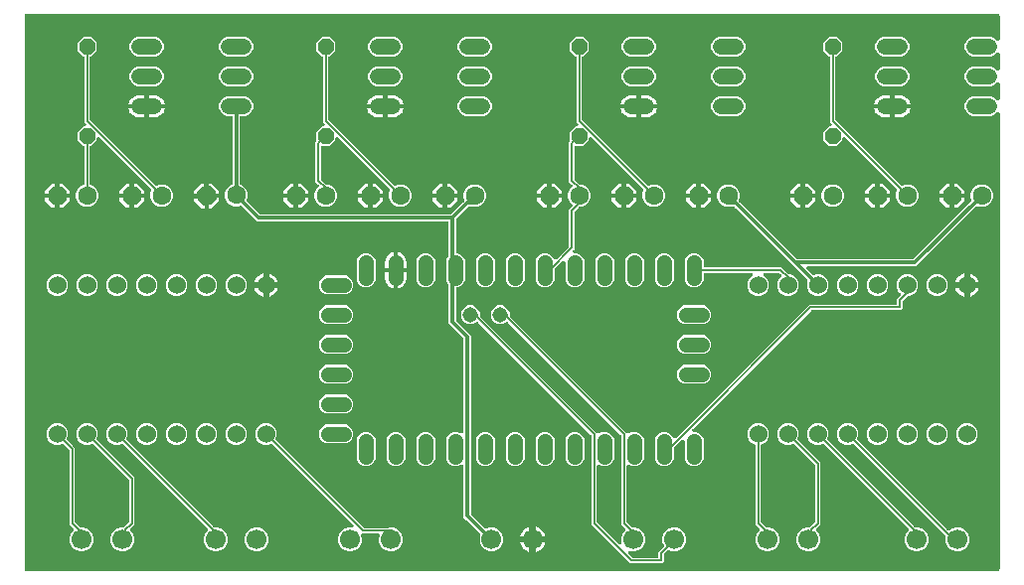
<source format=gbr>
G04 EAGLE Gerber RS-274X export*
G75*
%MOMM*%
%FSLAX34Y34*%
%LPD*%
%INTop Copper*%
%IPPOS*%
%AMOC8*
5,1,8,0,0,1.08239X$1,22.5*%
G01*
%ADD10C,1.700000*%
%ADD11P,1.732040X8X202.500000*%
%ADD12C,1.600200*%
%ADD13P,1.732040X8X204.400000*%
%ADD14C,1.320800*%
%ADD15P,1.429621X8X292.500000*%
%ADD16C,1.308000*%
%ADD17C,1.308000*%
%ADD18C,1.524000*%
%ADD19C,0.152400*%
%ADD20C,0.304800*%

G36*
X597942Y-459736D02*
X597942Y-459736D01*
X597968Y-459738D01*
X598115Y-459716D01*
X598262Y-459699D01*
X598287Y-459691D01*
X598313Y-459687D01*
X598451Y-459632D01*
X598590Y-459582D01*
X598612Y-459568D01*
X598637Y-459558D01*
X598758Y-459473D01*
X598883Y-459393D01*
X598901Y-459374D01*
X598923Y-459359D01*
X599022Y-459249D01*
X599125Y-459142D01*
X599139Y-459120D01*
X599156Y-459100D01*
X599228Y-458970D01*
X599304Y-458843D01*
X599312Y-458818D01*
X599325Y-458795D01*
X599365Y-458652D01*
X599410Y-458511D01*
X599412Y-458485D01*
X599420Y-458460D01*
X599439Y-458216D01*
X599439Y-70038D01*
X599428Y-69938D01*
X599426Y-69838D01*
X599408Y-69766D01*
X599399Y-69692D01*
X599366Y-69597D01*
X599341Y-69500D01*
X599307Y-69434D01*
X599282Y-69364D01*
X599227Y-69279D01*
X599181Y-69190D01*
X599133Y-69133D01*
X599093Y-69071D01*
X599021Y-69001D01*
X598956Y-68925D01*
X598896Y-68880D01*
X598842Y-68829D01*
X598756Y-68777D01*
X598675Y-68717D01*
X598607Y-68688D01*
X598543Y-68650D01*
X598447Y-68619D01*
X598355Y-68579D01*
X598282Y-68566D01*
X598211Y-68544D01*
X598111Y-68535D01*
X598012Y-68518D01*
X597938Y-68522D01*
X597864Y-68516D01*
X597764Y-68530D01*
X597664Y-68536D01*
X597593Y-68556D01*
X597519Y-68567D01*
X597426Y-68604D01*
X597329Y-68632D01*
X597264Y-68669D01*
X597195Y-68696D01*
X597113Y-68753D01*
X597025Y-68802D01*
X596949Y-68868D01*
X596909Y-68895D01*
X596885Y-68921D01*
X596839Y-68961D01*
X595409Y-70391D01*
X592421Y-71629D01*
X575979Y-71629D01*
X572991Y-70391D01*
X570705Y-68105D01*
X569467Y-65117D01*
X569467Y-61883D01*
X570705Y-58895D01*
X572991Y-56609D01*
X575979Y-55371D01*
X592421Y-55371D01*
X595409Y-56609D01*
X596839Y-58039D01*
X596918Y-58102D01*
X596990Y-58171D01*
X597054Y-58210D01*
X597112Y-58256D01*
X597203Y-58299D01*
X597289Y-58350D01*
X597360Y-58373D01*
X597427Y-58405D01*
X597525Y-58426D01*
X597621Y-58456D01*
X597695Y-58462D01*
X597768Y-58478D01*
X597868Y-58476D01*
X597968Y-58484D01*
X598042Y-58473D01*
X598116Y-58472D01*
X598213Y-58448D01*
X598313Y-58433D01*
X598382Y-58405D01*
X598454Y-58387D01*
X598543Y-58341D01*
X598637Y-58304D01*
X598698Y-58262D01*
X598764Y-58227D01*
X598840Y-58162D01*
X598923Y-58105D01*
X598973Y-58050D01*
X599029Y-58002D01*
X599089Y-57921D01*
X599156Y-57846D01*
X599192Y-57781D01*
X599237Y-57721D01*
X599276Y-57629D01*
X599325Y-57541D01*
X599345Y-57470D01*
X599375Y-57401D01*
X599392Y-57303D01*
X599420Y-57206D01*
X599428Y-57106D01*
X599436Y-57058D01*
X599434Y-57023D01*
X599439Y-56962D01*
X599439Y-44638D01*
X599428Y-44538D01*
X599426Y-44438D01*
X599408Y-44366D01*
X599399Y-44292D01*
X599366Y-44197D01*
X599341Y-44100D01*
X599307Y-44034D01*
X599282Y-43964D01*
X599227Y-43879D01*
X599181Y-43790D01*
X599133Y-43733D01*
X599093Y-43671D01*
X599021Y-43601D01*
X598956Y-43525D01*
X598896Y-43480D01*
X598842Y-43429D01*
X598756Y-43377D01*
X598675Y-43317D01*
X598607Y-43288D01*
X598543Y-43250D01*
X598447Y-43219D01*
X598355Y-43179D01*
X598282Y-43166D01*
X598211Y-43144D01*
X598111Y-43135D01*
X598012Y-43118D01*
X597938Y-43122D01*
X597864Y-43116D01*
X597764Y-43130D01*
X597664Y-43136D01*
X597593Y-43156D01*
X597519Y-43167D01*
X597426Y-43204D01*
X597329Y-43232D01*
X597264Y-43269D01*
X597195Y-43296D01*
X597113Y-43353D01*
X597025Y-43402D01*
X596949Y-43468D01*
X596909Y-43495D01*
X596885Y-43521D01*
X596839Y-43561D01*
X595409Y-44991D01*
X592421Y-46229D01*
X575979Y-46229D01*
X572991Y-44991D01*
X570705Y-42705D01*
X569467Y-39717D01*
X569467Y-36483D01*
X570705Y-33495D01*
X572991Y-31209D01*
X575979Y-29971D01*
X592421Y-29971D01*
X595409Y-31209D01*
X596839Y-32639D01*
X596918Y-32702D01*
X596990Y-32771D01*
X597054Y-32810D01*
X597112Y-32856D01*
X597203Y-32899D01*
X597289Y-32950D01*
X597360Y-32973D01*
X597427Y-33005D01*
X597525Y-33026D01*
X597621Y-33056D01*
X597695Y-33062D01*
X597768Y-33078D01*
X597868Y-33076D01*
X597968Y-33084D01*
X598042Y-33073D01*
X598116Y-33072D01*
X598213Y-33048D01*
X598313Y-33033D01*
X598382Y-33005D01*
X598454Y-32987D01*
X598543Y-32941D01*
X598637Y-32904D01*
X598698Y-32862D01*
X598764Y-32827D01*
X598840Y-32762D01*
X598923Y-32705D01*
X598973Y-32650D01*
X599029Y-32602D01*
X599089Y-32521D01*
X599156Y-32446D01*
X599192Y-32381D01*
X599237Y-32321D01*
X599276Y-32229D01*
X599325Y-32141D01*
X599345Y-32070D01*
X599375Y-32001D01*
X599392Y-31903D01*
X599420Y-31806D01*
X599428Y-31706D01*
X599436Y-31658D01*
X599434Y-31623D01*
X599439Y-31562D01*
X599439Y-19238D01*
X599428Y-19138D01*
X599426Y-19038D01*
X599408Y-18966D01*
X599399Y-18892D01*
X599366Y-18797D01*
X599341Y-18700D01*
X599307Y-18634D01*
X599282Y-18564D01*
X599227Y-18479D01*
X599181Y-18390D01*
X599133Y-18333D01*
X599093Y-18271D01*
X599021Y-18201D01*
X598956Y-18125D01*
X598896Y-18080D01*
X598842Y-18029D01*
X598756Y-17977D01*
X598675Y-17917D01*
X598607Y-17888D01*
X598543Y-17850D01*
X598447Y-17819D01*
X598355Y-17779D01*
X598282Y-17766D01*
X598211Y-17744D01*
X598111Y-17735D01*
X598012Y-17718D01*
X597938Y-17722D01*
X597864Y-17716D01*
X597764Y-17730D01*
X597664Y-17736D01*
X597593Y-17756D01*
X597519Y-17767D01*
X597426Y-17804D01*
X597329Y-17832D01*
X597264Y-17869D01*
X597195Y-17896D01*
X597113Y-17953D01*
X597025Y-18002D01*
X596949Y-18068D01*
X596909Y-18095D01*
X596885Y-18121D01*
X596839Y-18161D01*
X595409Y-19591D01*
X592421Y-20829D01*
X575979Y-20829D01*
X572991Y-19591D01*
X570705Y-17305D01*
X569467Y-14317D01*
X569467Y-11083D01*
X570705Y-8095D01*
X572991Y-5809D01*
X575979Y-4571D01*
X592421Y-4571D01*
X595409Y-5809D01*
X596839Y-7239D01*
X596918Y-7302D01*
X596990Y-7371D01*
X597054Y-7410D01*
X597112Y-7456D01*
X597203Y-7499D01*
X597289Y-7550D01*
X597360Y-7573D01*
X597427Y-7605D01*
X597525Y-7626D01*
X597621Y-7656D01*
X597695Y-7662D01*
X597768Y-7678D01*
X597868Y-7676D01*
X597968Y-7684D01*
X598042Y-7673D01*
X598116Y-7672D01*
X598213Y-7648D01*
X598313Y-7633D01*
X598382Y-7605D01*
X598454Y-7587D01*
X598543Y-7541D01*
X598637Y-7504D01*
X598698Y-7462D01*
X598764Y-7427D01*
X598840Y-7362D01*
X598923Y-7305D01*
X598973Y-7250D01*
X599029Y-7202D01*
X599089Y-7121D01*
X599156Y-7046D01*
X599192Y-6981D01*
X599237Y-6921D01*
X599276Y-6829D01*
X599325Y-6741D01*
X599345Y-6670D01*
X599375Y-6601D01*
X599392Y-6503D01*
X599420Y-6406D01*
X599428Y-6306D01*
X599436Y-6258D01*
X599434Y-6223D01*
X599439Y-6162D01*
X599439Y13716D01*
X599436Y13742D01*
X599438Y13768D01*
X599416Y13915D01*
X599399Y14062D01*
X599391Y14087D01*
X599387Y14113D01*
X599332Y14251D01*
X599282Y14390D01*
X599268Y14412D01*
X599258Y14437D01*
X599173Y14558D01*
X599093Y14683D01*
X599074Y14701D01*
X599059Y14723D01*
X598949Y14822D01*
X598842Y14925D01*
X598820Y14939D01*
X598800Y14956D01*
X598670Y15028D01*
X598543Y15104D01*
X598518Y15112D01*
X598495Y15125D01*
X598352Y15165D01*
X598211Y15210D01*
X598185Y15212D01*
X598160Y15220D01*
X597916Y15239D01*
X-229616Y15239D01*
X-229642Y15236D01*
X-229668Y15238D01*
X-229815Y15216D01*
X-229962Y15199D01*
X-229987Y15191D01*
X-230013Y15187D01*
X-230151Y15132D01*
X-230290Y15082D01*
X-230312Y15068D01*
X-230337Y15058D01*
X-230458Y14973D01*
X-230583Y14893D01*
X-230601Y14874D01*
X-230623Y14859D01*
X-230722Y14749D01*
X-230825Y14642D01*
X-230839Y14620D01*
X-230856Y14600D01*
X-230928Y14470D01*
X-231004Y14343D01*
X-231012Y14318D01*
X-231025Y14295D01*
X-231065Y14152D01*
X-231110Y14011D01*
X-231112Y13985D01*
X-231120Y13960D01*
X-231139Y13716D01*
X-231139Y-458216D01*
X-231136Y-458242D01*
X-231138Y-458268D01*
X-231116Y-458415D01*
X-231099Y-458562D01*
X-231091Y-458587D01*
X-231087Y-458613D01*
X-231032Y-458751D01*
X-230982Y-458890D01*
X-230968Y-458912D01*
X-230958Y-458937D01*
X-230873Y-459058D01*
X-230793Y-459183D01*
X-230774Y-459201D01*
X-230759Y-459223D01*
X-230649Y-459322D01*
X-230542Y-459425D01*
X-230520Y-459439D01*
X-230500Y-459456D01*
X-230370Y-459528D01*
X-230243Y-459604D01*
X-230218Y-459612D01*
X-230195Y-459625D01*
X-230052Y-459665D01*
X-229911Y-459710D01*
X-229885Y-459712D01*
X-229860Y-459720D01*
X-229616Y-459739D01*
X597916Y-459739D01*
X597942Y-459736D01*
G37*
%LPC*%
G36*
X164656Y-442825D02*
X164656Y-442825D01*
X160971Y-441299D01*
X158151Y-438479D01*
X156625Y-434794D01*
X156625Y-430806D01*
X157164Y-429505D01*
X157185Y-429432D01*
X157215Y-429362D01*
X157233Y-429265D01*
X157260Y-429170D01*
X157263Y-429094D01*
X157277Y-429019D01*
X157272Y-428920D01*
X157277Y-428822D01*
X157263Y-428747D01*
X157259Y-428671D01*
X157232Y-428576D01*
X157214Y-428479D01*
X157184Y-428409D01*
X157162Y-428336D01*
X157114Y-428250D01*
X157075Y-428160D01*
X157030Y-428098D01*
X156992Y-428032D01*
X156896Y-427918D01*
X156867Y-427880D01*
X156853Y-427868D01*
X156834Y-427845D01*
X145233Y-416245D01*
X143001Y-414013D01*
X143001Y-370111D01*
X142990Y-370012D01*
X142988Y-369911D01*
X142970Y-369839D01*
X142961Y-369765D01*
X142928Y-369671D01*
X142903Y-369573D01*
X142869Y-369507D01*
X142844Y-369437D01*
X142789Y-369353D01*
X142743Y-369263D01*
X142695Y-369207D01*
X142655Y-369144D01*
X142583Y-369074D01*
X142517Y-368998D01*
X142458Y-368954D01*
X142404Y-368902D01*
X142318Y-368851D01*
X142237Y-368791D01*
X142169Y-368761D01*
X142105Y-368723D01*
X142010Y-368693D01*
X141917Y-368653D01*
X141844Y-368640D01*
X141773Y-368617D01*
X141673Y-368609D01*
X141574Y-368591D01*
X141500Y-368595D01*
X141426Y-368589D01*
X141327Y-368604D01*
X141226Y-368609D01*
X141155Y-368630D01*
X141081Y-368641D01*
X140988Y-368678D01*
X140891Y-368706D01*
X140826Y-368742D01*
X140757Y-368769D01*
X140675Y-368827D01*
X140587Y-368876D01*
X140511Y-368941D01*
X140471Y-368968D01*
X140467Y-368974D01*
X137494Y-370205D01*
X134286Y-370205D01*
X131322Y-368977D01*
X129053Y-366708D01*
X127825Y-363744D01*
X127825Y-347456D01*
X129053Y-344492D01*
X131322Y-342223D01*
X134286Y-340995D01*
X137494Y-340995D01*
X140486Y-342235D01*
X140552Y-342298D01*
X140616Y-342336D01*
X140674Y-342382D01*
X140765Y-342425D01*
X140851Y-342477D01*
X140922Y-342499D01*
X140989Y-342531D01*
X141087Y-342552D01*
X141183Y-342583D01*
X141257Y-342589D01*
X141330Y-342605D01*
X141430Y-342603D01*
X141530Y-342611D01*
X141604Y-342600D01*
X141678Y-342599D01*
X141775Y-342574D01*
X141875Y-342559D01*
X141944Y-342532D01*
X142016Y-342514D01*
X142105Y-342468D01*
X142199Y-342431D01*
X142260Y-342388D01*
X142326Y-342354D01*
X142403Y-342289D01*
X142485Y-342232D01*
X142535Y-342176D01*
X142591Y-342128D01*
X142651Y-342047D01*
X142718Y-341973D01*
X142754Y-341908D01*
X142798Y-341848D01*
X142838Y-341756D01*
X142887Y-341668D01*
X142907Y-341596D01*
X142937Y-341528D01*
X142954Y-341429D01*
X142982Y-341332D01*
X142990Y-341232D01*
X142998Y-341185D01*
X142996Y-341149D01*
X143001Y-341089D01*
X143001Y-262244D01*
X142987Y-262118D01*
X142980Y-261992D01*
X142967Y-261946D01*
X142961Y-261898D01*
X142919Y-261779D01*
X142884Y-261657D01*
X142860Y-261615D01*
X142844Y-261569D01*
X142775Y-261463D01*
X142714Y-261353D01*
X142674Y-261307D01*
X142655Y-261277D01*
X142620Y-261243D01*
X142555Y-261167D01*
X130301Y-248913D01*
X130301Y-216187D01*
X130287Y-216062D01*
X130280Y-215936D01*
X130267Y-215889D01*
X130261Y-215841D01*
X130219Y-215722D01*
X130184Y-215601D01*
X130160Y-215559D01*
X130144Y-215513D01*
X130075Y-215407D01*
X130014Y-215297D01*
X129974Y-215250D01*
X129955Y-215220D01*
X129920Y-215187D01*
X129855Y-215110D01*
X129053Y-214308D01*
X127825Y-211344D01*
X127825Y-195056D01*
X129053Y-192092D01*
X129855Y-191290D01*
X129934Y-191191D01*
X130018Y-191097D01*
X130042Y-191054D01*
X130072Y-191017D01*
X130126Y-190902D01*
X130187Y-190792D01*
X130200Y-190745D01*
X130221Y-190702D01*
X130247Y-190578D01*
X130282Y-190456D01*
X130287Y-190396D01*
X130294Y-190361D01*
X130293Y-190313D01*
X130301Y-190213D01*
X130301Y-163322D01*
X130298Y-163296D01*
X130300Y-163270D01*
X130278Y-163123D01*
X130261Y-162976D01*
X130253Y-162951D01*
X130249Y-162925D01*
X130194Y-162787D01*
X130144Y-162648D01*
X130130Y-162626D01*
X130120Y-162601D01*
X130035Y-162480D01*
X129955Y-162355D01*
X129936Y-162337D01*
X129921Y-162315D01*
X129811Y-162216D01*
X129704Y-162113D01*
X129682Y-162099D01*
X129662Y-162082D01*
X129532Y-162010D01*
X129405Y-161934D01*
X129380Y-161926D01*
X129357Y-161913D01*
X129214Y-161873D01*
X129073Y-161828D01*
X129047Y-161826D01*
X129022Y-161818D01*
X128778Y-161799D01*
X-33013Y-161799D01*
X-35245Y-159567D01*
X-46138Y-148673D01*
X-46198Y-148626D01*
X-46251Y-148571D01*
X-46334Y-148518D01*
X-46411Y-148457D01*
X-46480Y-148424D01*
X-46545Y-148383D01*
X-46637Y-148350D01*
X-46726Y-148308D01*
X-46801Y-148292D01*
X-46873Y-148266D01*
X-46971Y-148255D01*
X-47067Y-148234D01*
X-47143Y-148236D01*
X-47219Y-148227D01*
X-47317Y-148239D01*
X-47415Y-148240D01*
X-47490Y-148259D01*
X-47565Y-148268D01*
X-47707Y-148314D01*
X-47753Y-148325D01*
X-47771Y-148334D01*
X-47798Y-148343D01*
X-48912Y-148805D01*
X-52702Y-148805D01*
X-56203Y-147354D01*
X-58883Y-144675D01*
X-60333Y-141174D01*
X-60333Y-137384D01*
X-58883Y-133883D01*
X-56203Y-131203D01*
X-54789Y-130618D01*
X-54722Y-130581D01*
X-54651Y-130552D01*
X-54570Y-130496D01*
X-54484Y-130448D01*
X-54428Y-130397D01*
X-54365Y-130353D01*
X-54299Y-130280D01*
X-54226Y-130214D01*
X-54183Y-130151D01*
X-54132Y-130095D01*
X-54084Y-130009D01*
X-54028Y-129928D01*
X-54000Y-129857D01*
X-53963Y-129790D01*
X-53936Y-129695D01*
X-53900Y-129603D01*
X-53889Y-129528D01*
X-53883Y-129506D01*
X-53878Y-129489D01*
X-53877Y-129486D01*
X-53868Y-129454D01*
X-53856Y-129305D01*
X-53849Y-129259D01*
X-53851Y-129240D01*
X-53849Y-129210D01*
X-53849Y-73152D01*
X-53852Y-73126D01*
X-53850Y-73100D01*
X-53872Y-72953D01*
X-53889Y-72806D01*
X-53897Y-72781D01*
X-53901Y-72755D01*
X-53956Y-72617D01*
X-54006Y-72478D01*
X-54020Y-72456D01*
X-54030Y-72431D01*
X-54114Y-72310D01*
X-54195Y-72185D01*
X-54214Y-72167D01*
X-54229Y-72145D01*
X-54339Y-72046D01*
X-54446Y-71943D01*
X-54468Y-71929D01*
X-54488Y-71912D01*
X-54618Y-71840D01*
X-54745Y-71764D01*
X-54770Y-71756D01*
X-54793Y-71743D01*
X-54936Y-71703D01*
X-55077Y-71658D01*
X-55103Y-71656D01*
X-55128Y-71648D01*
X-55372Y-71629D01*
X-59021Y-71629D01*
X-62009Y-70391D01*
X-64295Y-68105D01*
X-65533Y-65117D01*
X-65533Y-61883D01*
X-64295Y-58895D01*
X-62009Y-56609D01*
X-59021Y-55371D01*
X-42579Y-55371D01*
X-39591Y-56609D01*
X-37305Y-58895D01*
X-36067Y-61883D01*
X-36067Y-65117D01*
X-37305Y-68105D01*
X-39591Y-70391D01*
X-42579Y-71629D01*
X-46228Y-71629D01*
X-46254Y-71632D01*
X-46280Y-71630D01*
X-46427Y-71652D01*
X-46574Y-71669D01*
X-46599Y-71677D01*
X-46625Y-71681D01*
X-46763Y-71736D01*
X-46902Y-71786D01*
X-46924Y-71800D01*
X-46949Y-71810D01*
X-47070Y-71895D01*
X-47195Y-71975D01*
X-47213Y-71994D01*
X-47235Y-72009D01*
X-47334Y-72119D01*
X-47437Y-72226D01*
X-47451Y-72248D01*
X-47468Y-72268D01*
X-47540Y-72398D01*
X-47616Y-72525D01*
X-47624Y-72550D01*
X-47637Y-72573D01*
X-47677Y-72716D01*
X-47722Y-72857D01*
X-47724Y-72883D01*
X-47732Y-72908D01*
X-47751Y-73152D01*
X-47751Y-129216D01*
X-47749Y-129233D01*
X-47750Y-129246D01*
X-47743Y-129298D01*
X-47744Y-129369D01*
X-47723Y-129465D01*
X-47711Y-129562D01*
X-47686Y-129634D01*
X-47669Y-129709D01*
X-47627Y-129798D01*
X-47594Y-129891D01*
X-47552Y-129955D01*
X-47520Y-130024D01*
X-47458Y-130101D01*
X-47405Y-130183D01*
X-47350Y-130237D01*
X-47302Y-130296D01*
X-47225Y-130357D01*
X-47154Y-130426D01*
X-47089Y-130465D01*
X-47029Y-130512D01*
X-46896Y-130580D01*
X-46855Y-130604D01*
X-46837Y-130610D01*
X-46811Y-130624D01*
X-45411Y-131203D01*
X-42731Y-133883D01*
X-41281Y-137384D01*
X-41281Y-141174D01*
X-41985Y-142873D01*
X-42006Y-142947D01*
X-42037Y-143017D01*
X-42054Y-143114D01*
X-42081Y-143208D01*
X-42085Y-143285D01*
X-42098Y-143360D01*
X-42093Y-143458D01*
X-42098Y-143557D01*
X-42084Y-143632D01*
X-42080Y-143708D01*
X-42053Y-143803D01*
X-42035Y-143899D01*
X-42005Y-143970D01*
X-41984Y-144043D01*
X-41936Y-144129D01*
X-41896Y-144219D01*
X-41851Y-144280D01*
X-41814Y-144347D01*
X-41717Y-144461D01*
X-41689Y-144499D01*
X-41674Y-144511D01*
X-41655Y-144533D01*
X-30933Y-155255D01*
X-30834Y-155334D01*
X-30740Y-155418D01*
X-30698Y-155442D01*
X-30660Y-155472D01*
X-30546Y-155526D01*
X-30435Y-155587D01*
X-30389Y-155600D01*
X-30345Y-155621D01*
X-30222Y-155647D01*
X-30100Y-155682D01*
X-30039Y-155687D01*
X-30004Y-155694D01*
X-29956Y-155693D01*
X-29856Y-155701D01*
X131456Y-155701D01*
X131582Y-155687D01*
X131708Y-155680D01*
X131754Y-155667D01*
X131802Y-155661D01*
X131921Y-155619D01*
X132043Y-155584D01*
X132085Y-155560D01*
X132131Y-155544D01*
X132237Y-155475D01*
X132347Y-155414D01*
X132393Y-155374D01*
X132423Y-155355D01*
X132457Y-155320D01*
X132533Y-155255D01*
X142555Y-145233D01*
X143127Y-144662D01*
X143174Y-144602D01*
X143229Y-144549D01*
X143282Y-144466D01*
X143343Y-144389D01*
X143376Y-144320D01*
X143417Y-144255D01*
X143450Y-144163D01*
X143492Y-144074D01*
X143508Y-143999D01*
X143534Y-143927D01*
X143545Y-143829D01*
X143566Y-143733D01*
X143564Y-143657D01*
X143573Y-143580D01*
X143561Y-143483D01*
X143560Y-143384D01*
X143541Y-143310D01*
X143532Y-143234D01*
X143486Y-143092D01*
X143475Y-143046D01*
X143466Y-143029D01*
X143457Y-143002D01*
X142874Y-141595D01*
X142874Y-137805D01*
X144324Y-134304D01*
X147004Y-131624D01*
X150505Y-130174D01*
X154295Y-130174D01*
X157796Y-131624D01*
X160476Y-134304D01*
X161926Y-137805D01*
X161926Y-141595D01*
X160476Y-145096D01*
X157796Y-147776D01*
X154295Y-149226D01*
X150505Y-149226D01*
X150479Y-149215D01*
X150477Y-149214D01*
X150475Y-149213D01*
X150308Y-149166D01*
X150143Y-149119D01*
X150141Y-149119D01*
X150139Y-149118D01*
X149896Y-149099D01*
X147944Y-149099D01*
X147818Y-149113D01*
X147692Y-149120D01*
X147646Y-149133D01*
X147598Y-149139D01*
X147479Y-149181D01*
X147357Y-149216D01*
X147315Y-149240D01*
X147269Y-149256D01*
X147163Y-149325D01*
X147053Y-149386D01*
X147007Y-149426D01*
X146977Y-149445D01*
X146943Y-149480D01*
X146867Y-149545D01*
X136845Y-159567D01*
X136766Y-159666D01*
X136682Y-159760D01*
X136658Y-159802D01*
X136628Y-159840D01*
X136574Y-159954D01*
X136513Y-160065D01*
X136500Y-160111D01*
X136479Y-160155D01*
X136453Y-160278D01*
X136418Y-160400D01*
X136413Y-160461D01*
X136406Y-160495D01*
X136407Y-160543D01*
X136399Y-160644D01*
X136399Y-187124D01*
X136407Y-187200D01*
X136406Y-187276D01*
X136427Y-187372D01*
X136439Y-187470D01*
X136464Y-187542D01*
X136481Y-187617D01*
X136523Y-187705D01*
X136556Y-187798D01*
X136598Y-187862D01*
X136630Y-187931D01*
X136692Y-188008D01*
X136745Y-188091D01*
X136800Y-188144D01*
X136848Y-188204D01*
X136925Y-188265D01*
X136996Y-188333D01*
X137061Y-188372D01*
X137121Y-188420D01*
X137254Y-188488D01*
X137295Y-188512D01*
X137313Y-188518D01*
X137339Y-188531D01*
X140458Y-189823D01*
X142727Y-192092D01*
X143955Y-195056D01*
X143955Y-211344D01*
X142727Y-214308D01*
X140458Y-216577D01*
X137339Y-217869D01*
X137272Y-217906D01*
X137201Y-217934D01*
X137120Y-217990D01*
X137034Y-218038D01*
X136978Y-218090D01*
X136915Y-218133D01*
X136849Y-218206D01*
X136776Y-218272D01*
X136733Y-218335D01*
X136682Y-218392D01*
X136634Y-218478D01*
X136578Y-218559D01*
X136550Y-218630D01*
X136513Y-218697D01*
X136486Y-218792D01*
X136450Y-218883D01*
X136439Y-218959D01*
X136418Y-219032D01*
X136406Y-219181D01*
X136399Y-219228D01*
X136401Y-219247D01*
X136399Y-219276D01*
X136399Y-245756D01*
X136413Y-245882D01*
X136420Y-246008D01*
X136433Y-246054D01*
X136439Y-246102D01*
X136481Y-246221D01*
X136516Y-246343D01*
X136540Y-246385D01*
X136556Y-246431D01*
X136625Y-246537D01*
X136686Y-246647D01*
X136726Y-246693D01*
X136745Y-246723D01*
X136780Y-246757D01*
X136845Y-246833D01*
X149099Y-259087D01*
X149099Y-410856D01*
X149113Y-410982D01*
X149120Y-411108D01*
X149133Y-411154D01*
X149139Y-411202D01*
X149181Y-411321D01*
X149216Y-411443D01*
X149240Y-411485D01*
X149256Y-411531D01*
X149325Y-411637D01*
X149386Y-411747D01*
X149426Y-411793D01*
X149445Y-411823D01*
X149480Y-411857D01*
X149545Y-411933D01*
X160918Y-423306D01*
X160977Y-423353D01*
X161031Y-423408D01*
X161114Y-423461D01*
X161191Y-423523D01*
X161260Y-423555D01*
X161324Y-423597D01*
X161417Y-423629D01*
X161506Y-423671D01*
X161580Y-423688D01*
X161652Y-423713D01*
X161750Y-423724D01*
X161846Y-423745D01*
X161923Y-423744D01*
X161999Y-423752D01*
X162097Y-423741D01*
X162195Y-423739D01*
X162269Y-423720D01*
X162345Y-423711D01*
X162487Y-423665D01*
X162533Y-423654D01*
X162550Y-423645D01*
X162578Y-423636D01*
X164656Y-422775D01*
X168644Y-422775D01*
X172329Y-424301D01*
X175149Y-427121D01*
X176675Y-430806D01*
X176675Y-434794D01*
X175149Y-438479D01*
X172329Y-441299D01*
X168644Y-442825D01*
X164656Y-442825D01*
G37*
%LPD*%
%LPC*%
G36*
X284803Y-453137D02*
X284803Y-453137D01*
X283017Y-451351D01*
X253499Y-421833D01*
X251713Y-420047D01*
X251713Y-344478D01*
X251699Y-344353D01*
X251692Y-344226D01*
X251679Y-344180D01*
X251673Y-344132D01*
X251631Y-344013D01*
X251596Y-343892D01*
X251572Y-343849D01*
X251556Y-343804D01*
X251487Y-343698D01*
X251426Y-343587D01*
X251386Y-343541D01*
X251367Y-343511D01*
X251332Y-343478D01*
X251267Y-343401D01*
X155658Y-247792D01*
X155637Y-247775D01*
X155620Y-247755D01*
X155501Y-247667D01*
X155385Y-247575D01*
X155361Y-247564D01*
X155340Y-247548D01*
X155204Y-247490D01*
X155070Y-247426D01*
X155044Y-247421D01*
X155020Y-247410D01*
X154873Y-247384D01*
X154729Y-247353D01*
X154703Y-247353D01*
X154677Y-247349D01*
X154528Y-247356D01*
X154380Y-247359D01*
X154355Y-247365D01*
X154329Y-247367D01*
X154186Y-247408D01*
X154042Y-247444D01*
X154019Y-247456D01*
X153994Y-247463D01*
X153864Y-247535D01*
X153733Y-247603D01*
X153713Y-247620D01*
X153690Y-247633D01*
X153504Y-247792D01*
X153158Y-248137D01*
X150194Y-249365D01*
X146986Y-249365D01*
X144022Y-248137D01*
X141753Y-245868D01*
X140525Y-242904D01*
X140525Y-239696D01*
X141753Y-236732D01*
X144022Y-234463D01*
X146986Y-233235D01*
X150194Y-233235D01*
X153158Y-234463D01*
X155427Y-236732D01*
X156655Y-239696D01*
X156655Y-241690D01*
X156669Y-241815D01*
X156676Y-241942D01*
X156689Y-241988D01*
X156695Y-242036D01*
X156737Y-242155D01*
X156772Y-242276D01*
X156796Y-242319D01*
X156812Y-242364D01*
X156881Y-242470D01*
X156942Y-242581D01*
X156982Y-242627D01*
X157001Y-242657D01*
X157036Y-242690D01*
X157101Y-242767D01*
X256362Y-342028D01*
X256383Y-342045D01*
X256401Y-342065D01*
X256496Y-342136D01*
X256530Y-342166D01*
X256550Y-342177D01*
X256635Y-342245D01*
X256660Y-342256D01*
X256681Y-342272D01*
X256817Y-342331D01*
X256950Y-342394D01*
X256977Y-342399D01*
X257001Y-342410D01*
X257147Y-342436D01*
X257291Y-342467D01*
X257318Y-342467D01*
X257344Y-342471D01*
X257492Y-342464D01*
X257640Y-342461D01*
X257665Y-342455D01*
X257692Y-342453D01*
X257834Y-342412D01*
X257978Y-342376D01*
X258001Y-342364D01*
X258027Y-342356D01*
X258105Y-342313D01*
X261286Y-340995D01*
X264494Y-340995D01*
X267458Y-342223D01*
X269727Y-344492D01*
X270955Y-347456D01*
X270955Y-363744D01*
X269727Y-366708D01*
X267458Y-368977D01*
X264494Y-370205D01*
X261286Y-370205D01*
X258393Y-369006D01*
X258248Y-368965D01*
X258105Y-368919D01*
X258081Y-368917D01*
X258058Y-368911D01*
X257907Y-368903D01*
X257758Y-368891D01*
X257734Y-368895D01*
X257710Y-368894D01*
X257562Y-368921D01*
X257413Y-368943D01*
X257391Y-368952D01*
X257367Y-368956D01*
X257229Y-369016D01*
X257089Y-369072D01*
X257069Y-369086D01*
X257047Y-369095D01*
X256926Y-369185D01*
X256803Y-369271D01*
X256787Y-369289D01*
X256767Y-369303D01*
X256670Y-369418D01*
X256570Y-369530D01*
X256558Y-369551D01*
X256542Y-369569D01*
X256474Y-369703D01*
X256401Y-369835D01*
X256395Y-369858D01*
X256384Y-369879D01*
X256347Y-370025D01*
X256306Y-370170D01*
X256304Y-370199D01*
X256299Y-370218D01*
X256299Y-370265D01*
X256287Y-370414D01*
X256287Y-417522D01*
X256301Y-417647D01*
X256308Y-417774D01*
X256321Y-417820D01*
X256327Y-417868D01*
X256369Y-417987D01*
X256404Y-418109D01*
X256428Y-418151D01*
X256444Y-418196D01*
X256513Y-418302D01*
X256574Y-418413D01*
X256614Y-418459D01*
X256633Y-418489D01*
X256668Y-418523D01*
X256733Y-418599D01*
X274934Y-436800D01*
X274974Y-436832D01*
X275008Y-436869D01*
X275110Y-436940D01*
X275207Y-437017D01*
X275253Y-437039D01*
X275294Y-437067D01*
X275410Y-437113D01*
X275522Y-437166D01*
X275572Y-437177D01*
X275619Y-437195D01*
X275742Y-437213D01*
X275863Y-437239D01*
X275913Y-437238D01*
X275963Y-437246D01*
X276087Y-437235D01*
X276212Y-437233D01*
X276260Y-437221D01*
X276311Y-437217D01*
X276429Y-437179D01*
X276550Y-437148D01*
X276594Y-437125D01*
X276642Y-437110D01*
X276749Y-437046D01*
X276859Y-436989D01*
X276898Y-436956D01*
X276941Y-436930D01*
X277030Y-436844D01*
X277125Y-436763D01*
X277155Y-436722D01*
X277191Y-436687D01*
X277258Y-436583D01*
X277332Y-436483D01*
X277352Y-436436D01*
X277379Y-436394D01*
X277421Y-436277D01*
X277470Y-436163D01*
X277479Y-436113D01*
X277496Y-436066D01*
X277510Y-435942D01*
X277532Y-435820D01*
X277529Y-435769D01*
X277535Y-435719D01*
X277520Y-435596D01*
X277514Y-435472D01*
X277500Y-435423D01*
X277494Y-435373D01*
X277419Y-435140D01*
X277275Y-434794D01*
X277275Y-430806D01*
X278801Y-427121D01*
X280417Y-425505D01*
X280434Y-425485D01*
X280454Y-425468D01*
X280542Y-425348D01*
X280634Y-425232D01*
X280645Y-425209D01*
X280661Y-425188D01*
X280720Y-425051D01*
X280783Y-424917D01*
X280788Y-424892D01*
X280799Y-424868D01*
X280825Y-424721D01*
X280856Y-424577D01*
X280856Y-424551D01*
X280860Y-424525D01*
X280853Y-424376D01*
X280850Y-424228D01*
X280844Y-424203D01*
X280843Y-424177D01*
X280801Y-424034D01*
X280765Y-423890D01*
X280753Y-423867D01*
X280746Y-423842D01*
X280674Y-423712D01*
X280606Y-423580D01*
X280589Y-423560D01*
X280576Y-423538D01*
X280417Y-423351D01*
X277113Y-420047D01*
X277113Y-344478D01*
X277099Y-344353D01*
X277092Y-344226D01*
X277079Y-344180D01*
X277073Y-344132D01*
X277031Y-344013D01*
X276996Y-343892D01*
X276972Y-343849D01*
X276956Y-343804D01*
X276887Y-343697D01*
X276826Y-343587D01*
X276786Y-343541D01*
X276767Y-343511D01*
X276732Y-343477D01*
X276667Y-343401D01*
X181058Y-247792D01*
X181037Y-247775D01*
X181020Y-247755D01*
X180901Y-247667D01*
X180785Y-247575D01*
X180761Y-247564D01*
X180740Y-247548D01*
X180604Y-247490D01*
X180470Y-247426D01*
X180444Y-247421D01*
X180420Y-247410D01*
X180274Y-247384D01*
X180129Y-247353D01*
X180103Y-247353D01*
X180077Y-247349D01*
X179928Y-247356D01*
X179781Y-247359D01*
X179755Y-247365D01*
X179729Y-247367D01*
X179586Y-247408D01*
X179443Y-247444D01*
X179419Y-247456D01*
X179394Y-247463D01*
X179265Y-247535D01*
X179133Y-247603D01*
X179113Y-247620D01*
X179090Y-247633D01*
X178904Y-247792D01*
X178558Y-248137D01*
X175594Y-249365D01*
X172386Y-249365D01*
X169422Y-248137D01*
X167153Y-245868D01*
X165925Y-242904D01*
X165925Y-239696D01*
X167153Y-236732D01*
X169422Y-234463D01*
X172386Y-233235D01*
X175594Y-233235D01*
X178558Y-234463D01*
X180827Y-236732D01*
X182055Y-239696D01*
X182055Y-241690D01*
X182069Y-241815D01*
X182076Y-241942D01*
X182089Y-241988D01*
X182095Y-242036D01*
X182137Y-242155D01*
X182172Y-242277D01*
X182196Y-242319D01*
X182212Y-242364D01*
X182281Y-242470D01*
X182342Y-242581D01*
X182382Y-242627D01*
X182401Y-242657D01*
X182436Y-242691D01*
X182501Y-242767D01*
X279901Y-340167D01*
X281762Y-342028D01*
X281783Y-342045D01*
X281801Y-342065D01*
X281896Y-342136D01*
X281930Y-342166D01*
X281950Y-342177D01*
X282035Y-342245D01*
X282060Y-342256D01*
X282081Y-342272D01*
X282217Y-342331D01*
X282350Y-342394D01*
X282377Y-342399D01*
X282401Y-342410D01*
X282547Y-342436D01*
X282691Y-342467D01*
X282718Y-342467D01*
X282744Y-342471D01*
X282892Y-342464D01*
X283040Y-342461D01*
X283065Y-342455D01*
X283092Y-342453D01*
X283234Y-342412D01*
X283378Y-342376D01*
X283401Y-342364D01*
X283427Y-342356D01*
X283505Y-342313D01*
X286686Y-340995D01*
X289894Y-340995D01*
X292858Y-342223D01*
X295127Y-344492D01*
X296355Y-347456D01*
X296355Y-363744D01*
X295127Y-366708D01*
X292858Y-368977D01*
X289894Y-370205D01*
X286686Y-370205D01*
X283793Y-369006D01*
X283648Y-368965D01*
X283505Y-368919D01*
X283481Y-368917D01*
X283458Y-368911D01*
X283307Y-368903D01*
X283158Y-368891D01*
X283134Y-368895D01*
X283110Y-368894D01*
X282962Y-368921D01*
X282813Y-368943D01*
X282791Y-368952D01*
X282767Y-368956D01*
X282629Y-369016D01*
X282489Y-369072D01*
X282469Y-369086D01*
X282447Y-369095D01*
X282326Y-369185D01*
X282203Y-369271D01*
X282187Y-369289D01*
X282167Y-369303D01*
X282070Y-369418D01*
X281970Y-369530D01*
X281958Y-369551D01*
X281942Y-369569D01*
X281874Y-369703D01*
X281801Y-369835D01*
X281795Y-369858D01*
X281784Y-369879D01*
X281747Y-370025D01*
X281706Y-370170D01*
X281704Y-370199D01*
X281699Y-370218D01*
X281699Y-370265D01*
X281687Y-370414D01*
X281687Y-417522D01*
X281701Y-417647D01*
X281708Y-417774D01*
X281721Y-417820D01*
X281727Y-417868D01*
X281769Y-417987D01*
X281804Y-418108D01*
X281828Y-418151D01*
X281844Y-418196D01*
X281913Y-418303D01*
X281974Y-418413D01*
X282014Y-418459D01*
X282033Y-418489D01*
X282068Y-418523D01*
X282133Y-418599D01*
X285863Y-422329D01*
X285962Y-422408D01*
X286056Y-422492D01*
X286098Y-422516D01*
X286136Y-422546D01*
X286250Y-422600D01*
X286361Y-422661D01*
X286407Y-422674D01*
X286451Y-422695D01*
X286575Y-422721D01*
X286696Y-422756D01*
X286757Y-422761D01*
X286792Y-422768D01*
X286840Y-422767D01*
X286940Y-422775D01*
X289294Y-422775D01*
X292979Y-424301D01*
X295799Y-427121D01*
X297325Y-430806D01*
X297325Y-434794D01*
X295799Y-438479D01*
X292979Y-441299D01*
X289294Y-442825D01*
X285306Y-442825D01*
X284960Y-442681D01*
X284911Y-442667D01*
X284866Y-442646D01*
X284744Y-442620D01*
X284625Y-442586D01*
X284574Y-442583D01*
X284525Y-442573D01*
X284401Y-442575D01*
X284276Y-442569D01*
X284227Y-442578D01*
X284177Y-442579D01*
X284056Y-442609D01*
X283934Y-442631D01*
X283887Y-442651D01*
X283839Y-442664D01*
X283728Y-442721D01*
X283614Y-442770D01*
X283573Y-442800D01*
X283529Y-442823D01*
X283434Y-442904D01*
X283334Y-442978D01*
X283302Y-443016D01*
X283263Y-443049D01*
X283189Y-443149D01*
X283109Y-443244D01*
X283086Y-443289D01*
X283056Y-443329D01*
X283007Y-443443D01*
X282950Y-443554D01*
X282938Y-443603D01*
X282918Y-443649D01*
X282896Y-443772D01*
X282866Y-443892D01*
X282865Y-443943D01*
X282856Y-443992D01*
X282863Y-444116D01*
X282861Y-444241D01*
X282872Y-444290D01*
X282874Y-444340D01*
X282909Y-444460D01*
X282935Y-444581D01*
X282957Y-444627D01*
X282971Y-444675D01*
X283032Y-444784D01*
X283085Y-444896D01*
X283116Y-444935D01*
X283141Y-444979D01*
X283300Y-445166D01*
X286251Y-448117D01*
X286350Y-448196D01*
X286444Y-448280D01*
X286486Y-448304D01*
X286524Y-448334D01*
X286638Y-448388D01*
X286749Y-448449D01*
X286795Y-448462D01*
X286839Y-448483D01*
X286963Y-448509D01*
X287084Y-448544D01*
X287145Y-448549D01*
X287180Y-448556D01*
X287228Y-448555D01*
X287328Y-448563D01*
X307340Y-448563D01*
X307366Y-448560D01*
X307392Y-448562D01*
X307539Y-448540D01*
X307686Y-448523D01*
X307711Y-448515D01*
X307737Y-448511D01*
X307875Y-448456D01*
X308014Y-448406D01*
X308036Y-448392D01*
X308061Y-448382D01*
X308182Y-448297D01*
X308307Y-448217D01*
X308325Y-448198D01*
X308347Y-448183D01*
X308446Y-448073D01*
X308549Y-447966D01*
X308563Y-447944D01*
X308580Y-447924D01*
X308652Y-447794D01*
X308728Y-447667D01*
X308736Y-447642D01*
X308749Y-447619D01*
X308789Y-447476D01*
X308834Y-447335D01*
X308836Y-447309D01*
X308844Y-447284D01*
X308863Y-447040D01*
X308863Y-443553D01*
X313122Y-439294D01*
X313169Y-439235D01*
X313224Y-439181D01*
X313277Y-439098D01*
X313338Y-439021D01*
X313371Y-438952D01*
X313412Y-438888D01*
X313445Y-438795D01*
X313487Y-438706D01*
X313503Y-438632D01*
X313529Y-438560D01*
X313540Y-438462D01*
X313561Y-438366D01*
X313559Y-438289D01*
X313568Y-438213D01*
X313556Y-438115D01*
X313555Y-438017D01*
X313536Y-437943D01*
X313527Y-437867D01*
X313481Y-437725D01*
X313470Y-437679D01*
X313461Y-437662D01*
X313452Y-437634D01*
X312275Y-434794D01*
X312275Y-430806D01*
X313801Y-427121D01*
X316621Y-424301D01*
X320306Y-422775D01*
X324294Y-422775D01*
X327979Y-424301D01*
X330799Y-427121D01*
X332325Y-430806D01*
X332325Y-434794D01*
X330799Y-438479D01*
X327979Y-441299D01*
X324294Y-442825D01*
X320306Y-442825D01*
X318243Y-441970D01*
X318170Y-441949D01*
X318100Y-441919D01*
X318003Y-441902D01*
X317908Y-441875D01*
X317832Y-441871D01*
X317757Y-441857D01*
X317658Y-441863D01*
X317560Y-441858D01*
X317485Y-441871D01*
X317409Y-441875D01*
X317314Y-441903D01*
X317217Y-441920D01*
X317147Y-441951D01*
X317074Y-441972D01*
X316988Y-442020D01*
X316898Y-442059D01*
X316836Y-442105D01*
X316770Y-442142D01*
X316656Y-442239D01*
X316618Y-442267D01*
X316606Y-442282D01*
X316583Y-442301D01*
X313883Y-445001D01*
X313813Y-445089D01*
X313799Y-445104D01*
X313795Y-445111D01*
X313720Y-445194D01*
X313696Y-445236D01*
X313666Y-445274D01*
X313612Y-445388D01*
X313551Y-445499D01*
X313538Y-445546D01*
X313517Y-445589D01*
X313491Y-445712D01*
X313456Y-445834D01*
X313451Y-445895D01*
X313444Y-445930D01*
X313445Y-445978D01*
X313437Y-446078D01*
X313437Y-451797D01*
X312097Y-453137D01*
X284803Y-453137D01*
G37*
%LPD*%
%LPC*%
G36*
X210486Y-217805D02*
X210486Y-217805D01*
X207522Y-216577D01*
X205253Y-214308D01*
X204025Y-211344D01*
X204025Y-195056D01*
X205253Y-192092D01*
X207522Y-189823D01*
X210486Y-188595D01*
X213694Y-188595D01*
X216658Y-189823D01*
X218927Y-192092D01*
X219474Y-193413D01*
X219547Y-193544D01*
X219616Y-193678D01*
X219632Y-193697D01*
X219644Y-193718D01*
X219745Y-193829D01*
X219842Y-193944D01*
X219862Y-193958D01*
X219878Y-193976D01*
X220001Y-194061D01*
X220122Y-194151D01*
X220145Y-194160D01*
X220164Y-194174D01*
X220304Y-194229D01*
X220442Y-194289D01*
X220466Y-194293D01*
X220489Y-194302D01*
X220637Y-194324D01*
X220785Y-194350D01*
X220810Y-194349D01*
X220833Y-194353D01*
X220984Y-194340D01*
X221133Y-194333D01*
X221157Y-194326D01*
X221181Y-194324D01*
X221324Y-194278D01*
X221468Y-194236D01*
X221489Y-194224D01*
X221512Y-194217D01*
X221641Y-194139D01*
X221772Y-194066D01*
X221795Y-194047D01*
X221811Y-194037D01*
X221845Y-194004D01*
X221959Y-193907D01*
X232217Y-183649D01*
X232296Y-183550D01*
X232380Y-183456D01*
X232404Y-183414D01*
X232434Y-183376D01*
X232488Y-183262D01*
X232549Y-183151D01*
X232562Y-183104D01*
X232583Y-183061D01*
X232609Y-182937D01*
X232644Y-182816D01*
X232649Y-182755D01*
X232656Y-182720D01*
X232655Y-182672D01*
X232663Y-182572D01*
X232663Y-151453D01*
X235045Y-149071D01*
X235062Y-149050D01*
X235081Y-149033D01*
X235170Y-148914D01*
X235262Y-148798D01*
X235273Y-148774D01*
X235289Y-148753D01*
X235347Y-148617D01*
X235411Y-148483D01*
X235416Y-148457D01*
X235427Y-148433D01*
X235453Y-148287D01*
X235484Y-148142D01*
X235484Y-148116D01*
X235488Y-148090D01*
X235481Y-147941D01*
X235478Y-147794D01*
X235472Y-147768D01*
X235470Y-147742D01*
X235429Y-147599D01*
X235393Y-147456D01*
X235381Y-147432D01*
X235374Y-147407D01*
X235301Y-147278D01*
X235234Y-147146D01*
X235217Y-147126D01*
X235204Y-147103D01*
X235045Y-146917D01*
X233224Y-145096D01*
X231774Y-141595D01*
X231774Y-137805D01*
X233224Y-134304D01*
X235045Y-132483D01*
X235061Y-132463D01*
X235081Y-132446D01*
X235170Y-132326D01*
X235262Y-132210D01*
X235273Y-132187D01*
X235289Y-132166D01*
X235347Y-132029D01*
X235411Y-131895D01*
X235416Y-131870D01*
X235427Y-131845D01*
X235453Y-131699D01*
X235484Y-131555D01*
X235484Y-131528D01*
X235488Y-131502D01*
X235481Y-131354D01*
X235478Y-131206D01*
X235472Y-131181D01*
X235470Y-131154D01*
X235429Y-131012D01*
X235393Y-130868D01*
X235381Y-130845D01*
X235374Y-130820D01*
X235301Y-130690D01*
X235234Y-130558D01*
X235217Y-130538D01*
X235204Y-130515D01*
X235045Y-130329D01*
X232663Y-127947D01*
X232663Y-94303D01*
X232858Y-94108D01*
X232874Y-94088D01*
X232894Y-94070D01*
X232982Y-93951D01*
X233075Y-93835D01*
X233086Y-93811D01*
X233101Y-93790D01*
X233160Y-93654D01*
X233224Y-93520D01*
X233229Y-93494D01*
X233239Y-93470D01*
X233266Y-93324D01*
X233297Y-93179D01*
X233297Y-93153D01*
X233301Y-93127D01*
X233294Y-92979D01*
X233291Y-92831D01*
X233285Y-92805D01*
X233283Y-92779D01*
X233242Y-92637D01*
X233206Y-92493D01*
X233194Y-92469D01*
X233187Y-92444D01*
X233171Y-92417D01*
X233171Y-85533D01*
X237933Y-80771D01*
X238960Y-80771D01*
X239060Y-80760D01*
X239160Y-80758D01*
X239232Y-80740D01*
X239306Y-80731D01*
X239401Y-80698D01*
X239498Y-80673D01*
X239564Y-80639D01*
X239634Y-80614D01*
X239719Y-80559D01*
X239808Y-80513D01*
X239865Y-80465D01*
X239927Y-80425D01*
X239997Y-80353D01*
X240073Y-80288D01*
X240117Y-80228D01*
X240169Y-80174D01*
X240221Y-80088D01*
X240280Y-80007D01*
X240310Y-79939D01*
X240348Y-79875D01*
X240379Y-79779D01*
X240418Y-79687D01*
X240432Y-79614D01*
X240454Y-79543D01*
X240462Y-79443D01*
X240480Y-79344D01*
X240476Y-79270D01*
X240482Y-79196D01*
X240467Y-79096D01*
X240462Y-78996D01*
X240442Y-78925D01*
X240431Y-78851D01*
X240393Y-78758D01*
X240366Y-78661D01*
X240329Y-78596D01*
X240302Y-78527D01*
X240245Y-78445D01*
X240195Y-78357D01*
X240130Y-78281D01*
X240103Y-78241D01*
X240076Y-78217D01*
X240037Y-78171D01*
X239013Y-77147D01*
X239013Y-22352D01*
X239010Y-22326D01*
X239012Y-22300D01*
X238990Y-22153D01*
X238973Y-22006D01*
X238965Y-21981D01*
X238961Y-21955D01*
X238906Y-21817D01*
X238856Y-21678D01*
X238842Y-21656D01*
X238832Y-21631D01*
X238747Y-21510D01*
X238667Y-21385D01*
X238648Y-21367D01*
X238633Y-21345D01*
X238523Y-21246D01*
X238416Y-21143D01*
X238394Y-21129D01*
X238374Y-21112D01*
X238244Y-21040D01*
X238117Y-20964D01*
X238092Y-20956D01*
X238069Y-20943D01*
X238039Y-20935D01*
X233171Y-16067D01*
X233171Y-9333D01*
X237933Y-4571D01*
X244667Y-4571D01*
X249429Y-9333D01*
X249429Y-16067D01*
X244551Y-20945D01*
X244436Y-20986D01*
X244414Y-21000D01*
X244389Y-21010D01*
X244268Y-21095D01*
X244143Y-21175D01*
X244125Y-21194D01*
X244103Y-21209D01*
X244004Y-21319D01*
X243901Y-21426D01*
X243887Y-21448D01*
X243870Y-21468D01*
X243798Y-21598D01*
X243722Y-21725D01*
X243714Y-21750D01*
X243701Y-21773D01*
X243661Y-21916D01*
X243616Y-22057D01*
X243614Y-22083D01*
X243606Y-22108D01*
X243587Y-22352D01*
X243587Y-74622D01*
X243601Y-74747D01*
X243608Y-74874D01*
X243621Y-74920D01*
X243627Y-74968D01*
X243669Y-75087D01*
X243704Y-75208D01*
X243728Y-75251D01*
X243744Y-75296D01*
X243813Y-75403D01*
X243874Y-75513D01*
X243914Y-75559D01*
X243933Y-75589D01*
X243968Y-75623D01*
X244033Y-75699D01*
X299076Y-130742D01*
X299136Y-130790D01*
X299189Y-130845D01*
X299272Y-130898D01*
X299349Y-130959D01*
X299418Y-130992D01*
X299483Y-131033D01*
X299576Y-131066D01*
X299664Y-131108D01*
X299739Y-131124D01*
X299811Y-131150D01*
X299909Y-131161D01*
X300005Y-131181D01*
X300081Y-131180D01*
X300158Y-131189D01*
X300255Y-131177D01*
X300354Y-131175D01*
X300428Y-131157D01*
X300504Y-131148D01*
X300646Y-131102D01*
X300692Y-131090D01*
X300709Y-131082D01*
X300736Y-131073D01*
X302905Y-130174D01*
X306695Y-130174D01*
X310196Y-131624D01*
X312876Y-134304D01*
X314326Y-137805D01*
X314326Y-141595D01*
X312876Y-145096D01*
X310196Y-147776D01*
X306695Y-149226D01*
X302905Y-149226D01*
X299404Y-147776D01*
X296724Y-145096D01*
X295274Y-141595D01*
X295274Y-137805D01*
X296173Y-135636D01*
X296194Y-135563D01*
X296224Y-135493D01*
X296241Y-135396D01*
X296268Y-135301D01*
X296272Y-135225D01*
X296286Y-135150D01*
X296280Y-135051D01*
X296285Y-134953D01*
X296272Y-134878D01*
X296268Y-134802D01*
X296240Y-134707D01*
X296223Y-134610D01*
X296192Y-134540D01*
X296171Y-134467D01*
X296123Y-134381D01*
X296084Y-134291D01*
X296038Y-134229D01*
X296001Y-134163D01*
X295904Y-134049D01*
X295876Y-134011D01*
X295861Y-133999D01*
X295842Y-133976D01*
X252029Y-90163D01*
X251951Y-90101D01*
X251878Y-90031D01*
X251814Y-89993D01*
X251756Y-89946D01*
X251665Y-89903D01*
X251579Y-89852D01*
X251508Y-89829D01*
X251441Y-89797D01*
X251343Y-89776D01*
X251247Y-89746D01*
X251173Y-89740D01*
X251100Y-89724D01*
X251000Y-89726D01*
X250900Y-89718D01*
X250826Y-89729D01*
X250752Y-89730D01*
X250655Y-89755D01*
X250555Y-89769D01*
X250486Y-89797D01*
X250414Y-89815D01*
X250324Y-89861D01*
X250231Y-89898D01*
X250170Y-89941D01*
X250104Y-89975D01*
X250027Y-90040D01*
X249945Y-90097D01*
X249895Y-90152D01*
X249839Y-90201D01*
X249779Y-90281D01*
X249712Y-90356D01*
X249676Y-90421D01*
X249631Y-90481D01*
X249592Y-90573D01*
X249543Y-90661D01*
X249523Y-90733D01*
X249493Y-90801D01*
X249476Y-90900D01*
X249448Y-90996D01*
X249440Y-91096D01*
X249432Y-91144D01*
X249434Y-91180D01*
X249429Y-91240D01*
X249429Y-92267D01*
X244667Y-97029D01*
X238760Y-97029D01*
X238734Y-97032D01*
X238708Y-97030D01*
X238561Y-97052D01*
X238414Y-97069D01*
X238389Y-97077D01*
X238363Y-97081D01*
X238225Y-97136D01*
X238086Y-97186D01*
X238064Y-97200D01*
X238039Y-97210D01*
X237918Y-97295D01*
X237793Y-97375D01*
X237775Y-97394D01*
X237753Y-97409D01*
X237654Y-97519D01*
X237551Y-97626D01*
X237537Y-97648D01*
X237520Y-97668D01*
X237448Y-97798D01*
X237372Y-97925D01*
X237364Y-97950D01*
X237351Y-97973D01*
X237311Y-98116D01*
X237266Y-98257D01*
X237264Y-98283D01*
X237256Y-98308D01*
X237237Y-98552D01*
X237237Y-125422D01*
X237251Y-125547D01*
X237258Y-125674D01*
X237271Y-125720D01*
X237277Y-125768D01*
X237319Y-125887D01*
X237354Y-126008D01*
X237378Y-126051D01*
X237394Y-126096D01*
X237463Y-126203D01*
X237524Y-126313D01*
X237564Y-126359D01*
X237583Y-126389D01*
X237618Y-126423D01*
X237683Y-126499D01*
X240912Y-129728D01*
X241011Y-129807D01*
X241105Y-129891D01*
X241147Y-129915D01*
X241185Y-129945D01*
X241299Y-129999D01*
X241410Y-130060D01*
X241456Y-130073D01*
X241500Y-130094D01*
X241624Y-130120D01*
X241745Y-130155D01*
X241806Y-130160D01*
X241841Y-130167D01*
X241889Y-130166D01*
X241989Y-130174D01*
X243195Y-130174D01*
X246696Y-131624D01*
X249376Y-134304D01*
X250826Y-137805D01*
X250826Y-141595D01*
X249376Y-145096D01*
X246696Y-147776D01*
X243195Y-149226D01*
X241989Y-149226D01*
X241864Y-149240D01*
X241737Y-149247D01*
X241691Y-149260D01*
X241643Y-149266D01*
X241524Y-149308D01*
X241403Y-149343D01*
X241360Y-149367D01*
X241315Y-149383D01*
X241209Y-149452D01*
X241098Y-149513D01*
X241052Y-149553D01*
X241022Y-149572D01*
X240989Y-149607D01*
X240912Y-149672D01*
X237683Y-152901D01*
X237604Y-153000D01*
X237520Y-153094D01*
X237496Y-153136D01*
X237466Y-153174D01*
X237412Y-153288D01*
X237351Y-153399D01*
X237338Y-153446D01*
X237317Y-153489D01*
X237291Y-153613D01*
X237256Y-153734D01*
X237251Y-153795D01*
X237244Y-153830D01*
X237245Y-153878D01*
X237237Y-153978D01*
X237237Y-185097D01*
X236339Y-185995D01*
X236277Y-186074D01*
X236207Y-186146D01*
X236169Y-186210D01*
X236122Y-186268D01*
X236079Y-186359D01*
X236028Y-186445D01*
X236005Y-186516D01*
X235973Y-186583D01*
X235952Y-186681D01*
X235922Y-186777D01*
X235916Y-186851D01*
X235900Y-186924D01*
X235902Y-187024D01*
X235894Y-187124D01*
X235905Y-187198D01*
X235906Y-187272D01*
X235931Y-187369D01*
X235945Y-187469D01*
X235973Y-187538D01*
X235991Y-187610D01*
X236037Y-187699D01*
X236074Y-187793D01*
X236117Y-187854D01*
X236151Y-187920D01*
X236216Y-187996D01*
X236273Y-188079D01*
X236328Y-188129D01*
X236377Y-188185D01*
X236457Y-188245D01*
X236532Y-188312D01*
X236597Y-188348D01*
X236657Y-188393D01*
X236749Y-188432D01*
X236837Y-188481D01*
X236909Y-188501D01*
X236977Y-188531D01*
X237076Y-188548D01*
X237172Y-188576D01*
X237272Y-188584D01*
X237320Y-188592D01*
X237356Y-188590D01*
X237416Y-188595D01*
X239094Y-188595D01*
X242058Y-189823D01*
X244327Y-192092D01*
X245555Y-195056D01*
X245555Y-211344D01*
X244327Y-214308D01*
X242058Y-216577D01*
X239094Y-217805D01*
X235886Y-217805D01*
X232922Y-216577D01*
X230653Y-214308D01*
X229425Y-211344D01*
X229425Y-196586D01*
X229414Y-196486D01*
X229412Y-196386D01*
X229394Y-196314D01*
X229385Y-196240D01*
X229352Y-196145D01*
X229327Y-196048D01*
X229293Y-195982D01*
X229268Y-195912D01*
X229213Y-195827D01*
X229167Y-195738D01*
X229119Y-195681D01*
X229079Y-195619D01*
X229007Y-195549D01*
X228942Y-195473D01*
X228882Y-195429D01*
X228828Y-195377D01*
X228742Y-195325D01*
X228661Y-195266D01*
X228593Y-195236D01*
X228529Y-195198D01*
X228433Y-195167D01*
X228341Y-195128D01*
X228268Y-195114D01*
X228197Y-195092D01*
X228097Y-195084D01*
X227998Y-195066D01*
X227924Y-195070D01*
X227850Y-195064D01*
X227750Y-195079D01*
X227650Y-195084D01*
X227579Y-195104D01*
X227505Y-195115D01*
X227412Y-195153D01*
X227315Y-195180D01*
X227250Y-195217D01*
X227181Y-195244D01*
X227099Y-195301D01*
X227011Y-195351D01*
X226935Y-195416D01*
X226895Y-195443D01*
X226871Y-195470D01*
X226825Y-195509D01*
X220601Y-201733D01*
X220522Y-201832D01*
X220438Y-201926D01*
X220414Y-201968D01*
X220384Y-202006D01*
X220330Y-202120D01*
X220269Y-202231D01*
X220256Y-202278D01*
X220235Y-202321D01*
X220209Y-202445D01*
X220174Y-202566D01*
X220169Y-202627D01*
X220162Y-202662D01*
X220163Y-202710D01*
X220155Y-202810D01*
X220155Y-211344D01*
X218927Y-214308D01*
X216658Y-216577D01*
X213694Y-217805D01*
X210486Y-217805D01*
G37*
%LPD*%
%LPC*%
G36*
X442681Y-225045D02*
X442681Y-225045D01*
X439320Y-223652D01*
X436748Y-221080D01*
X435355Y-217719D01*
X435355Y-214081D01*
X435849Y-212890D01*
X435870Y-212817D01*
X435900Y-212746D01*
X435917Y-212650D01*
X435944Y-212555D01*
X435948Y-212479D01*
X435962Y-212403D01*
X435956Y-212305D01*
X435961Y-212207D01*
X435948Y-212132D01*
X435944Y-212055D01*
X435916Y-211961D01*
X435899Y-211864D01*
X435868Y-211794D01*
X435847Y-211720D01*
X435799Y-211635D01*
X435760Y-211544D01*
X435714Y-211483D01*
X435677Y-211416D01*
X435580Y-211303D01*
X435552Y-211265D01*
X435537Y-211252D01*
X435518Y-211230D01*
X373833Y-149545D01*
X373734Y-149466D01*
X373640Y-149382D01*
X373598Y-149358D01*
X373560Y-149328D01*
X373446Y-149274D01*
X373335Y-149213D01*
X373289Y-149200D01*
X373245Y-149179D01*
X373122Y-149153D01*
X373000Y-149118D01*
X372939Y-149113D01*
X372904Y-149106D01*
X372856Y-149107D01*
X372756Y-149099D01*
X370804Y-149099D01*
X370802Y-149099D01*
X370800Y-149099D01*
X370626Y-149119D01*
X370458Y-149139D01*
X370456Y-149139D01*
X370454Y-149140D01*
X370222Y-149215D01*
X370195Y-149226D01*
X366405Y-149226D01*
X362904Y-147776D01*
X360224Y-145096D01*
X358774Y-141595D01*
X358774Y-137805D01*
X360224Y-134304D01*
X362904Y-131624D01*
X366405Y-130174D01*
X370195Y-130174D01*
X373696Y-131624D01*
X376376Y-134304D01*
X377826Y-137805D01*
X377826Y-141595D01*
X377243Y-143002D01*
X377222Y-143075D01*
X377192Y-143145D01*
X377174Y-143242D01*
X377147Y-143337D01*
X377144Y-143413D01*
X377130Y-143488D01*
X377135Y-143587D01*
X377130Y-143685D01*
X377144Y-143760D01*
X377148Y-143836D01*
X377175Y-143931D01*
X377193Y-144028D01*
X377223Y-144098D01*
X377245Y-144171D01*
X377293Y-144257D01*
X377332Y-144347D01*
X377377Y-144409D01*
X377415Y-144475D01*
X377512Y-144589D01*
X377540Y-144627D01*
X377554Y-144639D01*
X377573Y-144662D01*
X378145Y-145233D01*
X426267Y-193355D01*
X426366Y-193434D01*
X426460Y-193518D01*
X426502Y-193542D01*
X426540Y-193572D01*
X426654Y-193626D01*
X426765Y-193687D01*
X426811Y-193700D01*
X426855Y-193721D01*
X426978Y-193747D01*
X427100Y-193782D01*
X427161Y-193787D01*
X427196Y-193794D01*
X427244Y-193793D01*
X427344Y-193801D01*
X525156Y-193801D01*
X525282Y-193787D01*
X525408Y-193780D01*
X525454Y-193767D01*
X525502Y-193761D01*
X525621Y-193719D01*
X525743Y-193684D01*
X525785Y-193660D01*
X525831Y-193644D01*
X525937Y-193575D01*
X526047Y-193514D01*
X526093Y-193474D01*
X526123Y-193455D01*
X526157Y-193420D01*
X526233Y-193355D01*
X574927Y-144662D01*
X574974Y-144602D01*
X575029Y-144549D01*
X575082Y-144466D01*
X575143Y-144389D01*
X575176Y-144320D01*
X575217Y-144255D01*
X575250Y-144162D01*
X575292Y-144074D01*
X575308Y-143999D01*
X575334Y-143927D01*
X575345Y-143829D01*
X575366Y-143733D01*
X575364Y-143657D01*
X575373Y-143580D01*
X575361Y-143483D01*
X575360Y-143384D01*
X575341Y-143310D01*
X575332Y-143234D01*
X575286Y-143092D01*
X575275Y-143046D01*
X575266Y-143029D01*
X575257Y-143002D01*
X574674Y-141595D01*
X574674Y-137805D01*
X576124Y-134304D01*
X578804Y-131624D01*
X582305Y-130174D01*
X586095Y-130174D01*
X589596Y-131624D01*
X592276Y-134304D01*
X593726Y-137805D01*
X593726Y-141595D01*
X592276Y-145096D01*
X589596Y-147776D01*
X586095Y-149226D01*
X582305Y-149226D01*
X580898Y-148643D01*
X580825Y-148622D01*
X580755Y-148592D01*
X580658Y-148574D01*
X580563Y-148547D01*
X580487Y-148544D01*
X580412Y-148530D01*
X580313Y-148535D01*
X580215Y-148530D01*
X580140Y-148544D01*
X580064Y-148548D01*
X579969Y-148575D01*
X579872Y-148593D01*
X579802Y-148623D01*
X579729Y-148645D01*
X579643Y-148693D01*
X579553Y-148732D01*
X579491Y-148777D01*
X579425Y-148815D01*
X579311Y-148911D01*
X579273Y-148940D01*
X579261Y-148954D01*
X579238Y-148973D01*
X530545Y-197667D01*
X528313Y-199899D01*
X436488Y-199899D01*
X436388Y-199910D01*
X436288Y-199912D01*
X436215Y-199930D01*
X436142Y-199939D01*
X436047Y-199972D01*
X435950Y-199997D01*
X435883Y-200031D01*
X435813Y-200056D01*
X435729Y-200111D01*
X435640Y-200157D01*
X435583Y-200205D01*
X435521Y-200245D01*
X435451Y-200317D01*
X435374Y-200382D01*
X435330Y-200442D01*
X435278Y-200496D01*
X435227Y-200582D01*
X435167Y-200663D01*
X435138Y-200731D01*
X435100Y-200795D01*
X435069Y-200891D01*
X435029Y-200983D01*
X435016Y-201056D01*
X434993Y-201127D01*
X434985Y-201227D01*
X434968Y-201326D01*
X434971Y-201400D01*
X434965Y-201474D01*
X434980Y-201574D01*
X434985Y-201674D01*
X435006Y-201745D01*
X435017Y-201819D01*
X435054Y-201912D01*
X435082Y-202009D01*
X435118Y-202074D01*
X435146Y-202143D01*
X435203Y-202225D01*
X435252Y-202313D01*
X435317Y-202389D01*
X435345Y-202429D01*
X435371Y-202453D01*
X435411Y-202499D01*
X439830Y-206918D01*
X439890Y-206966D01*
X439943Y-207021D01*
X440026Y-207074D01*
X440103Y-207135D01*
X440172Y-207168D01*
X440236Y-207209D01*
X440329Y-207242D01*
X440418Y-207284D01*
X440493Y-207300D01*
X440565Y-207326D01*
X440663Y-207337D01*
X440759Y-207357D01*
X440835Y-207356D01*
X440911Y-207365D01*
X441009Y-207353D01*
X441107Y-207351D01*
X441181Y-207333D01*
X441257Y-207324D01*
X441399Y-207278D01*
X441445Y-207266D01*
X441462Y-207258D01*
X441490Y-207249D01*
X442681Y-206755D01*
X446319Y-206755D01*
X449680Y-208148D01*
X452252Y-210720D01*
X453645Y-214081D01*
X453645Y-217719D01*
X452252Y-221080D01*
X449680Y-223652D01*
X446319Y-225045D01*
X442681Y-225045D01*
G37*
%LPD*%
%LPC*%
G36*
X312086Y-370205D02*
X312086Y-370205D01*
X309122Y-368977D01*
X306853Y-366708D01*
X305625Y-363744D01*
X305625Y-347456D01*
X306853Y-344492D01*
X309122Y-342223D01*
X312086Y-340995D01*
X315294Y-340995D01*
X318258Y-342223D01*
X320527Y-344492D01*
X321074Y-345813D01*
X321147Y-345944D01*
X321216Y-346078D01*
X321232Y-346097D01*
X321244Y-346118D01*
X321345Y-346229D01*
X321442Y-346344D01*
X321462Y-346358D01*
X321478Y-346376D01*
X321601Y-346461D01*
X321722Y-346551D01*
X321745Y-346560D01*
X321764Y-346574D01*
X321904Y-346629D01*
X322042Y-346689D01*
X322066Y-346693D01*
X322089Y-346702D01*
X322237Y-346724D01*
X322385Y-346750D01*
X322410Y-346749D01*
X322433Y-346753D01*
X322584Y-346740D01*
X322733Y-346733D01*
X322757Y-346726D01*
X322781Y-346724D01*
X322924Y-346678D01*
X323068Y-346636D01*
X323089Y-346624D01*
X323112Y-346617D01*
X323241Y-346539D01*
X323372Y-346466D01*
X323395Y-346447D01*
X323411Y-346437D01*
X323445Y-346404D01*
X323559Y-346307D01*
X435417Y-234449D01*
X437203Y-232663D01*
X510540Y-232663D01*
X510566Y-232660D01*
X510592Y-232662D01*
X510739Y-232640D01*
X510886Y-232623D01*
X510911Y-232615D01*
X510937Y-232611D01*
X511075Y-232556D01*
X511214Y-232506D01*
X511236Y-232492D01*
X511261Y-232482D01*
X511382Y-232397D01*
X511507Y-232317D01*
X511525Y-232298D01*
X511547Y-232283D01*
X511646Y-232173D01*
X511749Y-232066D01*
X511763Y-232044D01*
X511780Y-232024D01*
X511852Y-231894D01*
X511928Y-231767D01*
X511936Y-231742D01*
X511949Y-231719D01*
X511989Y-231576D01*
X512034Y-231435D01*
X512036Y-231409D01*
X512044Y-231384D01*
X512063Y-231140D01*
X512063Y-227653D01*
X514715Y-225001D01*
X514731Y-224981D01*
X514751Y-224964D01*
X514839Y-224845D01*
X514931Y-224728D01*
X514942Y-224705D01*
X514958Y-224684D01*
X515017Y-224547D01*
X515080Y-224413D01*
X515086Y-224388D01*
X515096Y-224364D01*
X515122Y-224217D01*
X515154Y-224073D01*
X515153Y-224047D01*
X515158Y-224021D01*
X515150Y-223872D01*
X515148Y-223724D01*
X515141Y-223699D01*
X515140Y-223673D01*
X515099Y-223530D01*
X515063Y-223386D01*
X515051Y-223363D01*
X515043Y-223338D01*
X514971Y-223208D01*
X514903Y-223076D01*
X514886Y-223056D01*
X514873Y-223033D01*
X514715Y-222847D01*
X512947Y-221080D01*
X511555Y-217719D01*
X511555Y-214081D01*
X512948Y-210720D01*
X515520Y-208148D01*
X518881Y-206755D01*
X522519Y-206755D01*
X525880Y-208148D01*
X528452Y-210720D01*
X529845Y-214081D01*
X529845Y-217719D01*
X528452Y-221080D01*
X525880Y-223652D01*
X522519Y-225045D01*
X521770Y-225045D01*
X521645Y-225059D01*
X521518Y-225066D01*
X521472Y-225079D01*
X521424Y-225085D01*
X521305Y-225127D01*
X521184Y-225162D01*
X521141Y-225186D01*
X521096Y-225202D01*
X520990Y-225271D01*
X520879Y-225332D01*
X520833Y-225372D01*
X520803Y-225391D01*
X520770Y-225426D01*
X520693Y-225491D01*
X517083Y-229101D01*
X517004Y-229200D01*
X516920Y-229294D01*
X516896Y-229336D01*
X516866Y-229374D01*
X516812Y-229488D01*
X516751Y-229599D01*
X516738Y-229646D01*
X516717Y-229689D01*
X516691Y-229813D01*
X516656Y-229934D01*
X516651Y-229995D01*
X516644Y-230030D01*
X516645Y-230078D01*
X516637Y-230178D01*
X516637Y-235897D01*
X515297Y-237237D01*
X439728Y-237237D01*
X439603Y-237251D01*
X439476Y-237258D01*
X439430Y-237271D01*
X439382Y-237277D01*
X439263Y-237319D01*
X439142Y-237354D01*
X439099Y-237378D01*
X439054Y-237394D01*
X438947Y-237463D01*
X438837Y-237524D01*
X438791Y-237564D01*
X438761Y-237583D01*
X438727Y-237618D01*
X438651Y-237683D01*
X337939Y-338395D01*
X337877Y-338473D01*
X337807Y-338546D01*
X337769Y-338610D01*
X337722Y-338668D01*
X337679Y-338759D01*
X337628Y-338845D01*
X337605Y-338916D01*
X337573Y-338983D01*
X337552Y-339081D01*
X337522Y-339177D01*
X337516Y-339251D01*
X337500Y-339324D01*
X337502Y-339424D01*
X337494Y-339524D01*
X337505Y-339598D01*
X337506Y-339672D01*
X337531Y-339769D01*
X337545Y-339869D01*
X337573Y-339938D01*
X337591Y-340010D01*
X337637Y-340100D01*
X337674Y-340193D01*
X337717Y-340254D01*
X337751Y-340320D01*
X337816Y-340397D01*
X337873Y-340479D01*
X337928Y-340529D01*
X337977Y-340585D01*
X338057Y-340645D01*
X338132Y-340712D01*
X338197Y-340748D01*
X338257Y-340793D01*
X338349Y-340832D01*
X338437Y-340881D01*
X338509Y-340901D01*
X338577Y-340931D01*
X338676Y-340948D01*
X338772Y-340976D01*
X338872Y-340984D01*
X338920Y-340992D01*
X338956Y-340990D01*
X339016Y-340995D01*
X340694Y-340995D01*
X343658Y-342223D01*
X345927Y-344492D01*
X347155Y-347456D01*
X347155Y-363744D01*
X345927Y-366708D01*
X343658Y-368977D01*
X340694Y-370205D01*
X337486Y-370205D01*
X334522Y-368977D01*
X332253Y-366708D01*
X331025Y-363744D01*
X331025Y-348986D01*
X331014Y-348886D01*
X331012Y-348786D01*
X330994Y-348714D01*
X330985Y-348640D01*
X330952Y-348545D01*
X330927Y-348448D01*
X330893Y-348382D01*
X330868Y-348312D01*
X330813Y-348227D01*
X330767Y-348138D01*
X330719Y-348081D01*
X330679Y-348019D01*
X330607Y-347949D01*
X330542Y-347873D01*
X330482Y-347829D01*
X330428Y-347777D01*
X330342Y-347725D01*
X330261Y-347666D01*
X330193Y-347636D01*
X330129Y-347598D01*
X330033Y-347567D01*
X329941Y-347528D01*
X329868Y-347514D01*
X329797Y-347492D01*
X329697Y-347484D01*
X329598Y-347466D01*
X329524Y-347470D01*
X329450Y-347464D01*
X329350Y-347479D01*
X329250Y-347484D01*
X329179Y-347504D01*
X329105Y-347515D01*
X329012Y-347553D01*
X328915Y-347580D01*
X328850Y-347617D01*
X328781Y-347644D01*
X328699Y-347701D01*
X328611Y-347751D01*
X328535Y-347816D01*
X328495Y-347843D01*
X328471Y-347870D01*
X328425Y-347909D01*
X322201Y-354133D01*
X322122Y-354232D01*
X322038Y-354326D01*
X322014Y-354368D01*
X321984Y-354406D01*
X321930Y-354521D01*
X321869Y-354631D01*
X321856Y-354678D01*
X321835Y-354721D01*
X321809Y-354845D01*
X321774Y-354966D01*
X321769Y-355027D01*
X321762Y-355062D01*
X321763Y-355110D01*
X321755Y-355210D01*
X321755Y-363744D01*
X320527Y-366708D01*
X318258Y-368977D01*
X315294Y-370205D01*
X312086Y-370205D01*
G37*
%LPD*%
%LPC*%
G36*
X23505Y-149226D02*
X23505Y-149226D01*
X20004Y-147776D01*
X17324Y-145096D01*
X15874Y-141595D01*
X15874Y-137805D01*
X17324Y-134304D01*
X19145Y-132483D01*
X19161Y-132463D01*
X19181Y-132446D01*
X19270Y-132326D01*
X19362Y-132210D01*
X19373Y-132187D01*
X19389Y-132166D01*
X19447Y-132029D01*
X19511Y-131895D01*
X19516Y-131870D01*
X19527Y-131845D01*
X19553Y-131699D01*
X19584Y-131555D01*
X19584Y-131528D01*
X19588Y-131502D01*
X19581Y-131354D01*
X19578Y-131206D01*
X19572Y-131181D01*
X19570Y-131154D01*
X19529Y-131012D01*
X19493Y-130868D01*
X19481Y-130845D01*
X19474Y-130820D01*
X19401Y-130690D01*
X19334Y-130558D01*
X19317Y-130538D01*
X19304Y-130515D01*
X19145Y-130329D01*
X16763Y-127947D01*
X16763Y-94303D01*
X16958Y-94108D01*
X16974Y-94088D01*
X16994Y-94070D01*
X17082Y-93951D01*
X17175Y-93835D01*
X17186Y-93811D01*
X17201Y-93790D01*
X17260Y-93654D01*
X17324Y-93520D01*
X17329Y-93494D01*
X17339Y-93470D01*
X17366Y-93324D01*
X17397Y-93179D01*
X17397Y-93153D01*
X17401Y-93127D01*
X17394Y-92979D01*
X17391Y-92831D01*
X17385Y-92805D01*
X17383Y-92779D01*
X17342Y-92637D01*
X17306Y-92493D01*
X17294Y-92469D01*
X17287Y-92444D01*
X17271Y-92417D01*
X17271Y-85533D01*
X22033Y-80771D01*
X23060Y-80771D01*
X23160Y-80760D01*
X23260Y-80758D01*
X23332Y-80740D01*
X23406Y-80731D01*
X23501Y-80698D01*
X23598Y-80673D01*
X23664Y-80639D01*
X23734Y-80614D01*
X23819Y-80559D01*
X23908Y-80513D01*
X23965Y-80465D01*
X24027Y-80425D01*
X24097Y-80353D01*
X24173Y-80288D01*
X24217Y-80228D01*
X24269Y-80174D01*
X24321Y-80088D01*
X24380Y-80007D01*
X24410Y-79939D01*
X24448Y-79875D01*
X24479Y-79779D01*
X24518Y-79687D01*
X24532Y-79614D01*
X24554Y-79543D01*
X24562Y-79443D01*
X24580Y-79344D01*
X24576Y-79270D01*
X24582Y-79196D01*
X24567Y-79096D01*
X24562Y-78996D01*
X24542Y-78925D01*
X24531Y-78851D01*
X24493Y-78758D01*
X24466Y-78661D01*
X24429Y-78596D01*
X24402Y-78527D01*
X24345Y-78445D01*
X24295Y-78357D01*
X24230Y-78281D01*
X24203Y-78241D01*
X24176Y-78217D01*
X24137Y-78171D01*
X23113Y-77147D01*
X23113Y-22352D01*
X23110Y-22326D01*
X23112Y-22300D01*
X23090Y-22153D01*
X23073Y-22006D01*
X23065Y-21981D01*
X23061Y-21955D01*
X23006Y-21817D01*
X22956Y-21678D01*
X22942Y-21656D01*
X22932Y-21631D01*
X22847Y-21510D01*
X22767Y-21385D01*
X22748Y-21367D01*
X22733Y-21345D01*
X22623Y-21246D01*
X22516Y-21143D01*
X22494Y-21129D01*
X22474Y-21112D01*
X22344Y-21040D01*
X22217Y-20964D01*
X22192Y-20956D01*
X22169Y-20943D01*
X22139Y-20935D01*
X17271Y-16067D01*
X17271Y-9333D01*
X22033Y-4571D01*
X28767Y-4571D01*
X33529Y-9333D01*
X33529Y-16067D01*
X28651Y-20945D01*
X28536Y-20986D01*
X28514Y-21000D01*
X28489Y-21010D01*
X28368Y-21095D01*
X28243Y-21175D01*
X28225Y-21194D01*
X28203Y-21209D01*
X28104Y-21319D01*
X28001Y-21426D01*
X27987Y-21448D01*
X27970Y-21468D01*
X27898Y-21598D01*
X27822Y-21725D01*
X27814Y-21750D01*
X27801Y-21773D01*
X27761Y-21916D01*
X27716Y-22057D01*
X27714Y-22083D01*
X27706Y-22108D01*
X27687Y-22352D01*
X27687Y-74622D01*
X27701Y-74747D01*
X27708Y-74874D01*
X27721Y-74920D01*
X27727Y-74968D01*
X27769Y-75087D01*
X27804Y-75208D01*
X27828Y-75251D01*
X27844Y-75296D01*
X27913Y-75403D01*
X27974Y-75513D01*
X28014Y-75559D01*
X28033Y-75589D01*
X28068Y-75623D01*
X28133Y-75699D01*
X83176Y-130742D01*
X83236Y-130790D01*
X83289Y-130845D01*
X83372Y-130898D01*
X83449Y-130959D01*
X83518Y-130992D01*
X83583Y-131033D01*
X83676Y-131066D01*
X83764Y-131108D01*
X83839Y-131124D01*
X83911Y-131150D01*
X84009Y-131161D01*
X84105Y-131181D01*
X84181Y-131180D01*
X84258Y-131189D01*
X84355Y-131177D01*
X84454Y-131175D01*
X84528Y-131157D01*
X84604Y-131148D01*
X84746Y-131102D01*
X84792Y-131090D01*
X84809Y-131082D01*
X84836Y-131073D01*
X87005Y-130174D01*
X90795Y-130174D01*
X94296Y-131624D01*
X96976Y-134304D01*
X98426Y-137805D01*
X98426Y-141595D01*
X96976Y-145096D01*
X94296Y-147776D01*
X90795Y-149226D01*
X87005Y-149226D01*
X83504Y-147776D01*
X80824Y-145096D01*
X79374Y-141595D01*
X79374Y-137805D01*
X80273Y-135636D01*
X80294Y-135563D01*
X80324Y-135493D01*
X80341Y-135396D01*
X80368Y-135301D01*
X80372Y-135225D01*
X80386Y-135150D01*
X80380Y-135051D01*
X80385Y-134953D01*
X80372Y-134878D01*
X80368Y-134802D01*
X80340Y-134707D01*
X80323Y-134610D01*
X80292Y-134540D01*
X80271Y-134467D01*
X80223Y-134381D01*
X80184Y-134291D01*
X80138Y-134229D01*
X80101Y-134163D01*
X80004Y-134049D01*
X79976Y-134011D01*
X79961Y-133999D01*
X79942Y-133976D01*
X36129Y-90163D01*
X36051Y-90101D01*
X35978Y-90031D01*
X35914Y-89993D01*
X35856Y-89946D01*
X35765Y-89903D01*
X35679Y-89852D01*
X35608Y-89829D01*
X35541Y-89797D01*
X35443Y-89776D01*
X35347Y-89746D01*
X35273Y-89740D01*
X35200Y-89724D01*
X35100Y-89726D01*
X35000Y-89718D01*
X34926Y-89729D01*
X34852Y-89730D01*
X34755Y-89755D01*
X34655Y-89769D01*
X34586Y-89797D01*
X34514Y-89815D01*
X34424Y-89861D01*
X34331Y-89898D01*
X34270Y-89941D01*
X34204Y-89975D01*
X34127Y-90040D01*
X34045Y-90097D01*
X33995Y-90152D01*
X33939Y-90201D01*
X33879Y-90281D01*
X33812Y-90356D01*
X33776Y-90421D01*
X33731Y-90481D01*
X33692Y-90573D01*
X33643Y-90661D01*
X33623Y-90733D01*
X33593Y-90801D01*
X33576Y-90900D01*
X33548Y-90996D01*
X33540Y-91096D01*
X33532Y-91144D01*
X33534Y-91180D01*
X33529Y-91240D01*
X33529Y-92267D01*
X28767Y-97029D01*
X22860Y-97029D01*
X22834Y-97032D01*
X22808Y-97030D01*
X22661Y-97052D01*
X22514Y-97069D01*
X22489Y-97077D01*
X22463Y-97081D01*
X22325Y-97136D01*
X22186Y-97186D01*
X22164Y-97200D01*
X22139Y-97210D01*
X22018Y-97295D01*
X21893Y-97375D01*
X21875Y-97394D01*
X21853Y-97409D01*
X21754Y-97519D01*
X21651Y-97626D01*
X21637Y-97648D01*
X21620Y-97668D01*
X21548Y-97798D01*
X21472Y-97925D01*
X21464Y-97950D01*
X21451Y-97973D01*
X21411Y-98116D01*
X21366Y-98257D01*
X21364Y-98283D01*
X21356Y-98308D01*
X21337Y-98552D01*
X21337Y-125422D01*
X21351Y-125547D01*
X21358Y-125674D01*
X21371Y-125720D01*
X21377Y-125768D01*
X21419Y-125887D01*
X21454Y-126008D01*
X21478Y-126051D01*
X21494Y-126096D01*
X21563Y-126203D01*
X21624Y-126313D01*
X21664Y-126359D01*
X21683Y-126389D01*
X21718Y-126423D01*
X21783Y-126499D01*
X25012Y-129728D01*
X25111Y-129807D01*
X25205Y-129891D01*
X25247Y-129915D01*
X25285Y-129945D01*
X25399Y-129999D01*
X25510Y-130060D01*
X25556Y-130073D01*
X25600Y-130094D01*
X25724Y-130120D01*
X25845Y-130155D01*
X25906Y-130160D01*
X25941Y-130167D01*
X25989Y-130166D01*
X26089Y-130174D01*
X27295Y-130174D01*
X30796Y-131624D01*
X33476Y-134304D01*
X34926Y-137805D01*
X34926Y-141595D01*
X33476Y-145096D01*
X30796Y-147776D01*
X27295Y-149226D01*
X23505Y-149226D01*
G37*
%LPD*%
%LPC*%
G36*
X-179695Y-149226D02*
X-179695Y-149226D01*
X-183196Y-147776D01*
X-185876Y-145096D01*
X-187326Y-141595D01*
X-187326Y-137805D01*
X-185876Y-134304D01*
X-183196Y-131624D01*
X-181027Y-130726D01*
X-180960Y-130689D01*
X-180889Y-130661D01*
X-180808Y-130605D01*
X-180722Y-130557D01*
X-180666Y-130505D01*
X-180603Y-130462D01*
X-180537Y-130389D01*
X-180464Y-130323D01*
X-180421Y-130260D01*
X-180370Y-130203D01*
X-180322Y-130117D01*
X-180266Y-130036D01*
X-180238Y-129965D01*
X-180201Y-129898D01*
X-180174Y-129803D01*
X-180138Y-129712D01*
X-180127Y-129636D01*
X-180106Y-129563D01*
X-180094Y-129414D01*
X-180087Y-129367D01*
X-180089Y-129348D01*
X-180087Y-129319D01*
X-180087Y-98552D01*
X-180090Y-98526D01*
X-180088Y-98500D01*
X-180110Y-98353D01*
X-180127Y-98206D01*
X-180135Y-98181D01*
X-180139Y-98155D01*
X-180194Y-98017D01*
X-180244Y-97878D01*
X-180258Y-97856D01*
X-180268Y-97831D01*
X-180353Y-97710D01*
X-180433Y-97585D01*
X-180452Y-97567D01*
X-180467Y-97545D01*
X-180577Y-97446D01*
X-180684Y-97343D01*
X-180706Y-97329D01*
X-180726Y-97312D01*
X-180856Y-97240D01*
X-180983Y-97164D01*
X-181008Y-97156D01*
X-181031Y-97143D01*
X-181061Y-97135D01*
X-185929Y-92267D01*
X-185929Y-85533D01*
X-181167Y-80771D01*
X-180140Y-80771D01*
X-180040Y-80760D01*
X-179940Y-80758D01*
X-179868Y-80740D01*
X-179794Y-80731D01*
X-179699Y-80698D01*
X-179602Y-80673D01*
X-179536Y-80639D01*
X-179466Y-80614D01*
X-179381Y-80559D01*
X-179292Y-80513D01*
X-179235Y-80465D01*
X-179173Y-80425D01*
X-179103Y-80353D01*
X-179027Y-80288D01*
X-178983Y-80228D01*
X-178931Y-80174D01*
X-178879Y-80088D01*
X-178820Y-80007D01*
X-178790Y-79939D01*
X-178752Y-79875D01*
X-178721Y-79779D01*
X-178682Y-79687D01*
X-178668Y-79614D01*
X-178646Y-79543D01*
X-178638Y-79443D01*
X-178620Y-79344D01*
X-178624Y-79270D01*
X-178618Y-79196D01*
X-178633Y-79096D01*
X-178638Y-78996D01*
X-178658Y-78925D01*
X-178669Y-78851D01*
X-178707Y-78758D01*
X-178734Y-78661D01*
X-178771Y-78596D01*
X-178798Y-78527D01*
X-178855Y-78445D01*
X-178905Y-78357D01*
X-178970Y-78281D01*
X-178997Y-78241D01*
X-179024Y-78217D01*
X-179063Y-78171D01*
X-180087Y-77147D01*
X-180087Y-22352D01*
X-180090Y-22326D01*
X-180088Y-22300D01*
X-180110Y-22153D01*
X-180127Y-22006D01*
X-180135Y-21981D01*
X-180139Y-21955D01*
X-180194Y-21817D01*
X-180244Y-21678D01*
X-180258Y-21656D01*
X-180268Y-21631D01*
X-180353Y-21510D01*
X-180433Y-21385D01*
X-180452Y-21367D01*
X-180467Y-21345D01*
X-180577Y-21246D01*
X-180684Y-21143D01*
X-180706Y-21129D01*
X-180726Y-21112D01*
X-180856Y-21040D01*
X-180983Y-20964D01*
X-181008Y-20956D01*
X-181031Y-20943D01*
X-181061Y-20935D01*
X-185929Y-16067D01*
X-185929Y-9333D01*
X-181167Y-4571D01*
X-174433Y-4571D01*
X-169671Y-9333D01*
X-169671Y-16067D01*
X-174549Y-20945D01*
X-174664Y-20986D01*
X-174686Y-21000D01*
X-174711Y-21010D01*
X-174832Y-21095D01*
X-174957Y-21175D01*
X-174975Y-21194D01*
X-174997Y-21209D01*
X-175096Y-21319D01*
X-175199Y-21426D01*
X-175213Y-21448D01*
X-175230Y-21468D01*
X-175302Y-21598D01*
X-175378Y-21725D01*
X-175386Y-21750D01*
X-175399Y-21773D01*
X-175439Y-21916D01*
X-175484Y-22057D01*
X-175486Y-22083D01*
X-175494Y-22108D01*
X-175513Y-22352D01*
X-175513Y-74622D01*
X-175499Y-74747D01*
X-175492Y-74874D01*
X-175479Y-74920D01*
X-175473Y-74968D01*
X-175431Y-75087D01*
X-175396Y-75208D01*
X-175372Y-75251D01*
X-175356Y-75296D01*
X-175287Y-75403D01*
X-175226Y-75513D01*
X-175186Y-75559D01*
X-175167Y-75589D01*
X-175132Y-75623D01*
X-175067Y-75699D01*
X-120024Y-130742D01*
X-119964Y-130790D01*
X-119911Y-130845D01*
X-119828Y-130898D01*
X-119751Y-130959D01*
X-119682Y-130992D01*
X-119617Y-131033D01*
X-119524Y-131066D01*
X-119436Y-131108D01*
X-119361Y-131124D01*
X-119289Y-131150D01*
X-119191Y-131161D01*
X-119095Y-131181D01*
X-119019Y-131180D01*
X-118942Y-131189D01*
X-118845Y-131177D01*
X-118746Y-131175D01*
X-118672Y-131157D01*
X-118596Y-131148D01*
X-118454Y-131102D01*
X-118408Y-131090D01*
X-118391Y-131082D01*
X-118364Y-131073D01*
X-116195Y-130174D01*
X-112405Y-130174D01*
X-108904Y-131624D01*
X-106224Y-134304D01*
X-104774Y-137805D01*
X-104774Y-141595D01*
X-106224Y-145096D01*
X-108904Y-147776D01*
X-112405Y-149226D01*
X-116195Y-149226D01*
X-119696Y-147776D01*
X-122376Y-145096D01*
X-123826Y-141595D01*
X-123826Y-137805D01*
X-122927Y-135636D01*
X-122906Y-135563D01*
X-122876Y-135493D01*
X-122859Y-135396D01*
X-122832Y-135301D01*
X-122828Y-135225D01*
X-122814Y-135150D01*
X-122820Y-135051D01*
X-122815Y-134953D01*
X-122828Y-134878D01*
X-122832Y-134802D01*
X-122860Y-134707D01*
X-122877Y-134610D01*
X-122908Y-134540D01*
X-122929Y-134467D01*
X-122977Y-134381D01*
X-123016Y-134291D01*
X-123062Y-134229D01*
X-123099Y-134163D01*
X-123196Y-134049D01*
X-123224Y-134011D01*
X-123239Y-133999D01*
X-123258Y-133976D01*
X-167071Y-90163D01*
X-167149Y-90101D01*
X-167222Y-90031D01*
X-167286Y-89993D01*
X-167344Y-89946D01*
X-167435Y-89903D01*
X-167521Y-89852D01*
X-167592Y-89829D01*
X-167659Y-89797D01*
X-167757Y-89776D01*
X-167853Y-89746D01*
X-167927Y-89740D01*
X-168000Y-89724D01*
X-168100Y-89726D01*
X-168200Y-89718D01*
X-168274Y-89729D01*
X-168348Y-89730D01*
X-168445Y-89755D01*
X-168545Y-89769D01*
X-168614Y-89797D01*
X-168686Y-89815D01*
X-168776Y-89861D01*
X-168869Y-89898D01*
X-168930Y-89941D01*
X-168996Y-89975D01*
X-169073Y-90040D01*
X-169155Y-90097D01*
X-169205Y-90152D01*
X-169261Y-90201D01*
X-169321Y-90281D01*
X-169388Y-90356D01*
X-169424Y-90421D01*
X-169469Y-90481D01*
X-169508Y-90573D01*
X-169557Y-90661D01*
X-169577Y-90733D01*
X-169607Y-90801D01*
X-169624Y-90900D01*
X-169652Y-90996D01*
X-169660Y-91096D01*
X-169668Y-91144D01*
X-169666Y-91180D01*
X-169671Y-91240D01*
X-169671Y-92267D01*
X-174549Y-97145D01*
X-174664Y-97186D01*
X-174686Y-97200D01*
X-174711Y-97210D01*
X-174832Y-97295D01*
X-174957Y-97375D01*
X-174975Y-97394D01*
X-174997Y-97409D01*
X-175096Y-97519D01*
X-175199Y-97626D01*
X-175213Y-97648D01*
X-175230Y-97668D01*
X-175302Y-97798D01*
X-175378Y-97925D01*
X-175386Y-97950D01*
X-175399Y-97973D01*
X-175439Y-98116D01*
X-175484Y-98257D01*
X-175486Y-98283D01*
X-175494Y-98308D01*
X-175513Y-98552D01*
X-175513Y-129319D01*
X-175505Y-129395D01*
X-175506Y-129471D01*
X-175485Y-129567D01*
X-175473Y-129665D01*
X-175448Y-129737D01*
X-175431Y-129812D01*
X-175389Y-129900D01*
X-175356Y-129993D01*
X-175314Y-130057D01*
X-175282Y-130126D01*
X-175220Y-130203D01*
X-175167Y-130286D01*
X-175112Y-130339D01*
X-175064Y-130399D01*
X-174987Y-130460D01*
X-174916Y-130528D01*
X-174851Y-130567D01*
X-174791Y-130615D01*
X-174657Y-130683D01*
X-174617Y-130707D01*
X-174599Y-130713D01*
X-174573Y-130726D01*
X-172404Y-131624D01*
X-169724Y-134304D01*
X-168274Y-137805D01*
X-168274Y-141595D01*
X-169724Y-145096D01*
X-172404Y-147776D01*
X-175905Y-149226D01*
X-179695Y-149226D01*
G37*
%LPD*%
%LPC*%
G36*
X44006Y-442825D02*
X44006Y-442825D01*
X40321Y-441299D01*
X37501Y-438479D01*
X35975Y-434794D01*
X35975Y-430806D01*
X37501Y-427121D01*
X40321Y-424301D01*
X44006Y-422775D01*
X47564Y-422775D01*
X47664Y-422764D01*
X47764Y-422762D01*
X47836Y-422744D01*
X47910Y-422735D01*
X48005Y-422702D01*
X48102Y-422677D01*
X48168Y-422643D01*
X48238Y-422618D01*
X48323Y-422563D01*
X48412Y-422517D01*
X48469Y-422469D01*
X48531Y-422429D01*
X48601Y-422357D01*
X48677Y-422292D01*
X48721Y-422232D01*
X48773Y-422178D01*
X48825Y-422092D01*
X48884Y-422011D01*
X48914Y-421943D01*
X48952Y-421879D01*
X48983Y-421783D01*
X49022Y-421691D01*
X49036Y-421618D01*
X49058Y-421547D01*
X49066Y-421447D01*
X49084Y-421348D01*
X49080Y-421274D01*
X49086Y-421200D01*
X49071Y-421100D01*
X49066Y-421000D01*
X49046Y-420929D01*
X49035Y-420855D01*
X48997Y-420762D01*
X48970Y-420665D01*
X48933Y-420600D01*
X48906Y-420531D01*
X48849Y-420449D01*
X48799Y-420361D01*
X48734Y-420285D01*
X48707Y-420245D01*
X48680Y-420221D01*
X48641Y-420175D01*
X-19968Y-351566D01*
X-20028Y-351518D01*
X-20081Y-351464D01*
X-20164Y-351411D01*
X-20241Y-351349D01*
X-20310Y-351317D01*
X-20374Y-351275D01*
X-20467Y-351242D01*
X-20556Y-351200D01*
X-20631Y-351184D01*
X-20703Y-351159D01*
X-20801Y-351148D01*
X-20897Y-351127D01*
X-20973Y-351128D01*
X-21049Y-351120D01*
X-21147Y-351131D01*
X-21245Y-351133D01*
X-21319Y-351152D01*
X-21395Y-351161D01*
X-21537Y-351207D01*
X-21583Y-351218D01*
X-21600Y-351227D01*
X-21628Y-351236D01*
X-23581Y-352045D01*
X-27219Y-352045D01*
X-30580Y-350652D01*
X-33152Y-348080D01*
X-34545Y-344719D01*
X-34545Y-341081D01*
X-33152Y-337720D01*
X-30580Y-335148D01*
X-27219Y-333755D01*
X-23581Y-333755D01*
X-20220Y-335148D01*
X-17648Y-337720D01*
X-16255Y-341081D01*
X-16255Y-344719D01*
X-17064Y-346672D01*
X-17085Y-346746D01*
X-17115Y-346816D01*
X-17133Y-346912D01*
X-17160Y-347007D01*
X-17164Y-347083D01*
X-17177Y-347159D01*
X-17172Y-347257D01*
X-17177Y-347355D01*
X-17163Y-347430D01*
X-17159Y-347507D01*
X-17132Y-347601D01*
X-17114Y-347698D01*
X-17084Y-347768D01*
X-17063Y-347842D01*
X-17015Y-347927D01*
X-16975Y-348018D01*
X-16930Y-348079D01*
X-16893Y-348146D01*
X-16796Y-348259D01*
X-16768Y-348297D01*
X-16753Y-348310D01*
X-16734Y-348332D01*
X57651Y-422717D01*
X57750Y-422796D01*
X57844Y-422880D01*
X57886Y-422904D01*
X57924Y-422934D01*
X58038Y-422988D01*
X58149Y-423049D01*
X58196Y-423062D01*
X58239Y-423083D01*
X58363Y-423109D01*
X58484Y-423144D01*
X58545Y-423149D01*
X58580Y-423156D01*
X58628Y-423155D01*
X58728Y-423163D01*
X77766Y-423163D01*
X77768Y-423163D01*
X77770Y-423163D01*
X77941Y-423143D01*
X78112Y-423123D01*
X78114Y-423123D01*
X78116Y-423122D01*
X78349Y-423047D01*
X79006Y-422775D01*
X82994Y-422775D01*
X86679Y-424301D01*
X89499Y-427121D01*
X91025Y-430806D01*
X91025Y-434794D01*
X89499Y-438479D01*
X86679Y-441299D01*
X82994Y-442825D01*
X79006Y-442825D01*
X75321Y-441299D01*
X72501Y-438479D01*
X70975Y-434794D01*
X70975Y-430806D01*
X71374Y-429843D01*
X71415Y-429698D01*
X71461Y-429555D01*
X71463Y-429531D01*
X71470Y-429508D01*
X71477Y-429357D01*
X71489Y-429208D01*
X71486Y-429184D01*
X71487Y-429160D01*
X71460Y-429012D01*
X71438Y-428863D01*
X71429Y-428841D01*
X71424Y-428817D01*
X71364Y-428679D01*
X71309Y-428539D01*
X71295Y-428519D01*
X71285Y-428497D01*
X71196Y-428376D01*
X71110Y-428253D01*
X71092Y-428237D01*
X71078Y-428217D01*
X70963Y-428120D01*
X70851Y-428020D01*
X70830Y-428008D01*
X70811Y-427992D01*
X70678Y-427924D01*
X70546Y-427851D01*
X70523Y-427845D01*
X70501Y-427834D01*
X70356Y-427797D01*
X70211Y-427756D01*
X70181Y-427754D01*
X70163Y-427749D01*
X70116Y-427749D01*
X69967Y-427737D01*
X57033Y-427737D01*
X56884Y-427754D01*
X56734Y-427766D01*
X56711Y-427774D01*
X56687Y-427777D01*
X56546Y-427827D01*
X56402Y-427873D01*
X56382Y-427886D01*
X56359Y-427894D01*
X56233Y-427976D01*
X56104Y-428053D01*
X56086Y-428070D01*
X56066Y-428083D01*
X55962Y-428191D01*
X55854Y-428296D01*
X55841Y-428316D01*
X55824Y-428334D01*
X55747Y-428463D01*
X55665Y-428589D01*
X55657Y-428612D01*
X55645Y-428633D01*
X55599Y-428776D01*
X55549Y-428918D01*
X55546Y-428942D01*
X55539Y-428965D01*
X55527Y-429114D01*
X55510Y-429264D01*
X55513Y-429288D01*
X55511Y-429312D01*
X55533Y-429461D01*
X55551Y-429610D01*
X55560Y-429638D01*
X55562Y-429657D01*
X55580Y-429701D01*
X55626Y-429843D01*
X56025Y-430806D01*
X56025Y-434794D01*
X54499Y-438479D01*
X51679Y-441299D01*
X47994Y-442825D01*
X44006Y-442825D01*
G37*
%LPD*%
%LPC*%
G36*
X518805Y-149226D02*
X518805Y-149226D01*
X515304Y-147776D01*
X512624Y-145096D01*
X511174Y-141595D01*
X511174Y-137805D01*
X512073Y-135636D01*
X512094Y-135563D01*
X512124Y-135493D01*
X512141Y-135396D01*
X512168Y-135301D01*
X512172Y-135225D01*
X512186Y-135150D01*
X512180Y-135051D01*
X512185Y-134953D01*
X512172Y-134878D01*
X512168Y-134802D01*
X512140Y-134707D01*
X512123Y-134610D01*
X512092Y-134540D01*
X512071Y-134467D01*
X512023Y-134381D01*
X511984Y-134291D01*
X511938Y-134229D01*
X511901Y-134163D01*
X511804Y-134049D01*
X511776Y-134011D01*
X511761Y-133999D01*
X511742Y-133976D01*
X467929Y-90163D01*
X467851Y-90101D01*
X467778Y-90031D01*
X467714Y-89993D01*
X467656Y-89946D01*
X467565Y-89903D01*
X467479Y-89852D01*
X467408Y-89829D01*
X467341Y-89797D01*
X467243Y-89776D01*
X467147Y-89746D01*
X467073Y-89740D01*
X467000Y-89724D01*
X466900Y-89726D01*
X466800Y-89718D01*
X466726Y-89729D01*
X466652Y-89730D01*
X466555Y-89755D01*
X466455Y-89769D01*
X466386Y-89797D01*
X466314Y-89815D01*
X466224Y-89861D01*
X466131Y-89898D01*
X466070Y-89941D01*
X466004Y-89975D01*
X465927Y-90040D01*
X465845Y-90097D01*
X465795Y-90152D01*
X465739Y-90201D01*
X465679Y-90281D01*
X465612Y-90356D01*
X465576Y-90421D01*
X465531Y-90481D01*
X465492Y-90573D01*
X465443Y-90661D01*
X465423Y-90733D01*
X465393Y-90801D01*
X465376Y-90900D01*
X465348Y-90996D01*
X465340Y-91096D01*
X465332Y-91144D01*
X465334Y-91180D01*
X465329Y-91240D01*
X465329Y-92267D01*
X460567Y-97029D01*
X453833Y-97029D01*
X449071Y-92267D01*
X449071Y-85533D01*
X453833Y-80771D01*
X454860Y-80771D01*
X454960Y-80760D01*
X455060Y-80758D01*
X455132Y-80740D01*
X455206Y-80731D01*
X455301Y-80698D01*
X455398Y-80673D01*
X455464Y-80639D01*
X455534Y-80614D01*
X455619Y-80559D01*
X455708Y-80513D01*
X455765Y-80465D01*
X455827Y-80425D01*
X455897Y-80353D01*
X455973Y-80288D01*
X456017Y-80228D01*
X456069Y-80174D01*
X456121Y-80088D01*
X456180Y-80007D01*
X456210Y-79939D01*
X456248Y-79875D01*
X456279Y-79779D01*
X456318Y-79687D01*
X456332Y-79614D01*
X456354Y-79543D01*
X456362Y-79443D01*
X456380Y-79344D01*
X456376Y-79270D01*
X456382Y-79196D01*
X456367Y-79096D01*
X456362Y-78996D01*
X456342Y-78925D01*
X456331Y-78851D01*
X456293Y-78758D01*
X456266Y-78661D01*
X456229Y-78596D01*
X456202Y-78527D01*
X456145Y-78445D01*
X456095Y-78357D01*
X456030Y-78281D01*
X456003Y-78241D01*
X455976Y-78217D01*
X455937Y-78171D01*
X454913Y-77147D01*
X454913Y-22352D01*
X454910Y-22326D01*
X454912Y-22300D01*
X454890Y-22153D01*
X454873Y-22006D01*
X454865Y-21981D01*
X454861Y-21955D01*
X454806Y-21817D01*
X454756Y-21678D01*
X454742Y-21656D01*
X454732Y-21631D01*
X454647Y-21510D01*
X454567Y-21385D01*
X454548Y-21367D01*
X454533Y-21345D01*
X454423Y-21246D01*
X454316Y-21143D01*
X454294Y-21129D01*
X454274Y-21112D01*
X454144Y-21040D01*
X454017Y-20964D01*
X453992Y-20956D01*
X453969Y-20943D01*
X453939Y-20935D01*
X449071Y-16067D01*
X449071Y-9333D01*
X453833Y-4571D01*
X460567Y-4571D01*
X465329Y-9333D01*
X465329Y-16067D01*
X460451Y-20945D01*
X460336Y-20986D01*
X460314Y-21000D01*
X460289Y-21010D01*
X460168Y-21095D01*
X460043Y-21175D01*
X460025Y-21194D01*
X460003Y-21209D01*
X459904Y-21319D01*
X459801Y-21426D01*
X459787Y-21448D01*
X459770Y-21468D01*
X459698Y-21598D01*
X459622Y-21725D01*
X459614Y-21750D01*
X459601Y-21773D01*
X459561Y-21916D01*
X459516Y-22057D01*
X459514Y-22083D01*
X459506Y-22108D01*
X459487Y-22352D01*
X459487Y-74622D01*
X459501Y-74747D01*
X459508Y-74874D01*
X459521Y-74920D01*
X459527Y-74968D01*
X459569Y-75087D01*
X459604Y-75208D01*
X459628Y-75251D01*
X459644Y-75296D01*
X459713Y-75403D01*
X459774Y-75513D01*
X459814Y-75559D01*
X459833Y-75589D01*
X459868Y-75623D01*
X459933Y-75699D01*
X514976Y-130742D01*
X515036Y-130790D01*
X515089Y-130845D01*
X515172Y-130898D01*
X515249Y-130959D01*
X515318Y-130992D01*
X515383Y-131033D01*
X515476Y-131066D01*
X515564Y-131108D01*
X515639Y-131124D01*
X515711Y-131150D01*
X515809Y-131161D01*
X515905Y-131181D01*
X515981Y-131180D01*
X516058Y-131189D01*
X516155Y-131177D01*
X516254Y-131175D01*
X516328Y-131157D01*
X516404Y-131148D01*
X516546Y-131102D01*
X516592Y-131090D01*
X516609Y-131082D01*
X516636Y-131073D01*
X518805Y-130174D01*
X522595Y-130174D01*
X526096Y-131624D01*
X528776Y-134304D01*
X530226Y-137805D01*
X530226Y-141595D01*
X528776Y-145096D01*
X526096Y-147776D01*
X522595Y-149226D01*
X518805Y-149226D01*
G37*
%LPD*%
%LPC*%
G36*
X391881Y-225045D02*
X391881Y-225045D01*
X388520Y-223652D01*
X385948Y-221080D01*
X384555Y-217719D01*
X384555Y-214081D01*
X385947Y-210720D01*
X388580Y-208087D01*
X388643Y-208009D01*
X388713Y-207936D01*
X388751Y-207872D01*
X388797Y-207814D01*
X388840Y-207723D01*
X388891Y-207637D01*
X388914Y-207566D01*
X388946Y-207499D01*
X388967Y-207401D01*
X388998Y-207305D01*
X389004Y-207231D01*
X389019Y-207158D01*
X389018Y-207058D01*
X389026Y-206958D01*
X389015Y-206884D01*
X389013Y-206810D01*
X388989Y-206713D01*
X388974Y-206613D01*
X388946Y-206544D01*
X388928Y-206472D01*
X388882Y-206383D01*
X388845Y-206289D01*
X388803Y-206228D01*
X388769Y-206162D01*
X388704Y-206086D01*
X388646Y-206003D01*
X388591Y-205953D01*
X388543Y-205897D01*
X388462Y-205837D01*
X388387Y-205770D01*
X388322Y-205734D01*
X388263Y-205689D01*
X388170Y-205650D01*
X388082Y-205601D01*
X388011Y-205581D01*
X387943Y-205551D01*
X387844Y-205534D01*
X387747Y-205506D01*
X387647Y-205498D01*
X387599Y-205490D01*
X387564Y-205492D01*
X387503Y-205487D01*
X348678Y-205487D01*
X348652Y-205490D01*
X348626Y-205488D01*
X348479Y-205510D01*
X348332Y-205527D01*
X348307Y-205535D01*
X348281Y-205539D01*
X348143Y-205594D01*
X348004Y-205644D01*
X347982Y-205658D01*
X347957Y-205668D01*
X347836Y-205753D01*
X347711Y-205833D01*
X347693Y-205852D01*
X347671Y-205867D01*
X347572Y-205977D01*
X347469Y-206084D01*
X347455Y-206106D01*
X347438Y-206126D01*
X347366Y-206256D01*
X347290Y-206383D01*
X347282Y-206408D01*
X347269Y-206431D01*
X347229Y-206574D01*
X347184Y-206715D01*
X347182Y-206741D01*
X347174Y-206766D01*
X347155Y-207010D01*
X347155Y-211344D01*
X345927Y-214308D01*
X343658Y-216577D01*
X340694Y-217805D01*
X337486Y-217805D01*
X334522Y-216577D01*
X332253Y-214308D01*
X331025Y-211344D01*
X331025Y-195056D01*
X332253Y-192092D01*
X334522Y-189823D01*
X337486Y-188595D01*
X340694Y-188595D01*
X343658Y-189823D01*
X345927Y-192092D01*
X347155Y-195056D01*
X347155Y-199390D01*
X347158Y-199416D01*
X347156Y-199442D01*
X347178Y-199589D01*
X347195Y-199736D01*
X347203Y-199761D01*
X347207Y-199787D01*
X347262Y-199925D01*
X347312Y-200064D01*
X347326Y-200086D01*
X347336Y-200111D01*
X347421Y-200232D01*
X347501Y-200357D01*
X347520Y-200375D01*
X347535Y-200397D01*
X347645Y-200496D01*
X347752Y-200599D01*
X347774Y-200613D01*
X347794Y-200630D01*
X347924Y-200702D01*
X348051Y-200778D01*
X348076Y-200786D01*
X348099Y-200799D01*
X348242Y-200839D01*
X348383Y-200884D01*
X348409Y-200886D01*
X348434Y-200894D01*
X348678Y-200913D01*
X413697Y-200913D01*
X419093Y-206309D01*
X419192Y-206388D01*
X419286Y-206472D01*
X419328Y-206496D01*
X419366Y-206526D01*
X419480Y-206580D01*
X419591Y-206641D01*
X419638Y-206654D01*
X419681Y-206675D01*
X419805Y-206701D01*
X419926Y-206736D01*
X419987Y-206741D01*
X420022Y-206748D01*
X420070Y-206747D01*
X420170Y-206755D01*
X420919Y-206755D01*
X424280Y-208148D01*
X426852Y-210720D01*
X428245Y-214081D01*
X428245Y-217719D01*
X426852Y-221080D01*
X424280Y-223652D01*
X420919Y-225045D01*
X417281Y-225045D01*
X413920Y-223652D01*
X411348Y-221080D01*
X409955Y-217719D01*
X409955Y-214081D01*
X411347Y-210720D01*
X413115Y-208953D01*
X413131Y-208932D01*
X413151Y-208915D01*
X413239Y-208796D01*
X413331Y-208680D01*
X413342Y-208656D01*
X413358Y-208635D01*
X413417Y-208499D01*
X413480Y-208365D01*
X413486Y-208339D01*
X413496Y-208315D01*
X413522Y-208168D01*
X413554Y-208024D01*
X413553Y-207998D01*
X413558Y-207972D01*
X413550Y-207823D01*
X413548Y-207676D01*
X413541Y-207650D01*
X413540Y-207624D01*
X413499Y-207482D01*
X413463Y-207338D01*
X413451Y-207314D01*
X413443Y-207289D01*
X413371Y-207160D01*
X413303Y-207028D01*
X413286Y-207008D01*
X413273Y-206985D01*
X413115Y-206799D01*
X412249Y-205933D01*
X412150Y-205854D01*
X412056Y-205770D01*
X412014Y-205746D01*
X411976Y-205716D01*
X411862Y-205662D01*
X411751Y-205601D01*
X411704Y-205588D01*
X411661Y-205567D01*
X411537Y-205541D01*
X411416Y-205506D01*
X411355Y-205501D01*
X411320Y-205494D01*
X411272Y-205495D01*
X411172Y-205487D01*
X399897Y-205487D01*
X399797Y-205498D01*
X399697Y-205500D01*
X399624Y-205518D01*
X399551Y-205527D01*
X399456Y-205560D01*
X399359Y-205585D01*
X399292Y-205619D01*
X399222Y-205644D01*
X399138Y-205699D01*
X399049Y-205745D01*
X398992Y-205793D01*
X398930Y-205833D01*
X398860Y-205905D01*
X398783Y-205970D01*
X398739Y-206030D01*
X398687Y-206084D01*
X398636Y-206170D01*
X398576Y-206251D01*
X398547Y-206319D01*
X398509Y-206383D01*
X398478Y-206479D01*
X398438Y-206571D01*
X398425Y-206644D01*
X398402Y-206715D01*
X398394Y-206815D01*
X398377Y-206914D01*
X398380Y-206988D01*
X398374Y-207062D01*
X398389Y-207162D01*
X398394Y-207262D01*
X398415Y-207333D01*
X398426Y-207407D01*
X398463Y-207500D01*
X398491Y-207597D01*
X398527Y-207662D01*
X398555Y-207731D01*
X398612Y-207813D01*
X398661Y-207901D01*
X398726Y-207977D01*
X398754Y-208017D01*
X398780Y-208041D01*
X398820Y-208087D01*
X401453Y-210720D01*
X402845Y-214081D01*
X402845Y-217719D01*
X401452Y-221080D01*
X398880Y-223652D01*
X395519Y-225045D01*
X391881Y-225045D01*
G37*
%LPD*%
%LPC*%
G36*
X561606Y-442825D02*
X561606Y-442825D01*
X557921Y-441299D01*
X555101Y-438479D01*
X553575Y-434794D01*
X553575Y-430667D01*
X553577Y-430630D01*
X553591Y-430555D01*
X553586Y-430457D01*
X553590Y-430359D01*
X553577Y-430283D01*
X553573Y-430207D01*
X553546Y-430112D01*
X553528Y-430016D01*
X553497Y-429946D01*
X553476Y-429872D01*
X553428Y-429786D01*
X553389Y-429696D01*
X553343Y-429635D01*
X553306Y-429568D01*
X553210Y-429454D01*
X553181Y-429416D01*
X553167Y-429404D01*
X553148Y-429381D01*
X475332Y-351566D01*
X475272Y-351518D01*
X475219Y-351464D01*
X475136Y-351411D01*
X475059Y-351349D01*
X474990Y-351317D01*
X474926Y-351275D01*
X474833Y-351242D01*
X474744Y-351200D01*
X474669Y-351184D01*
X474597Y-351159D01*
X474499Y-351148D01*
X474403Y-351127D01*
X474327Y-351128D01*
X474251Y-351120D01*
X474153Y-351131D01*
X474055Y-351133D01*
X473981Y-351152D01*
X473905Y-351161D01*
X473763Y-351207D01*
X473717Y-351218D01*
X473700Y-351227D01*
X473672Y-351236D01*
X471719Y-352045D01*
X468081Y-352045D01*
X464720Y-350652D01*
X462148Y-348080D01*
X460755Y-344719D01*
X460755Y-341081D01*
X462148Y-337720D01*
X464720Y-335148D01*
X468081Y-333755D01*
X471719Y-333755D01*
X475080Y-335148D01*
X477652Y-337720D01*
X479045Y-341081D01*
X479045Y-344719D01*
X478236Y-346672D01*
X478215Y-346746D01*
X478185Y-346816D01*
X478167Y-346912D01*
X478140Y-347007D01*
X478136Y-347083D01*
X478123Y-347159D01*
X478128Y-347257D01*
X478123Y-347355D01*
X478137Y-347430D01*
X478141Y-347507D01*
X478168Y-347601D01*
X478186Y-347698D01*
X478216Y-347768D01*
X478237Y-347842D01*
X478285Y-347927D01*
X478325Y-348018D01*
X478370Y-348079D01*
X478407Y-348146D01*
X478504Y-348259D01*
X478532Y-348297D01*
X478547Y-348310D01*
X478566Y-348332D01*
X555151Y-424917D01*
X555172Y-424934D01*
X555189Y-424954D01*
X555308Y-425042D01*
X555424Y-425134D01*
X555448Y-425145D01*
X555469Y-425161D01*
X555605Y-425220D01*
X555739Y-425283D01*
X555765Y-425288D01*
X555789Y-425299D01*
X555936Y-425325D01*
X556080Y-425356D01*
X556106Y-425356D01*
X556132Y-425360D01*
X556281Y-425353D01*
X556429Y-425350D01*
X556454Y-425344D01*
X556480Y-425343D01*
X556622Y-425302D01*
X556767Y-425265D01*
X556790Y-425253D01*
X556815Y-425246D01*
X556944Y-425174D01*
X557076Y-425106D01*
X557096Y-425089D01*
X557119Y-425076D01*
X557306Y-424917D01*
X557921Y-424301D01*
X561606Y-422775D01*
X565594Y-422775D01*
X569279Y-424301D01*
X572099Y-427121D01*
X573625Y-430806D01*
X573625Y-434794D01*
X572099Y-438479D01*
X569279Y-441299D01*
X565594Y-442825D01*
X561606Y-442825D01*
G37*
%LPD*%
%LPC*%
G36*
X526606Y-442825D02*
X526606Y-442825D01*
X522921Y-441299D01*
X520101Y-438479D01*
X518575Y-434794D01*
X518575Y-430806D01*
X520101Y-427121D01*
X521717Y-425506D01*
X521734Y-425485D01*
X521754Y-425468D01*
X521842Y-425349D01*
X521934Y-425233D01*
X521945Y-425209D01*
X521961Y-425188D01*
X522019Y-425052D01*
X522083Y-424917D01*
X522088Y-424892D01*
X522099Y-424868D01*
X522125Y-424722D01*
X522156Y-424577D01*
X522156Y-424551D01*
X522160Y-424525D01*
X522153Y-424376D01*
X522150Y-424228D01*
X522144Y-424203D01*
X522143Y-424177D01*
X522101Y-424034D01*
X522065Y-423890D01*
X522053Y-423867D01*
X522046Y-423842D01*
X521973Y-423712D01*
X521906Y-423580D01*
X521889Y-423561D01*
X521876Y-423538D01*
X521717Y-423351D01*
X449932Y-351566D01*
X449872Y-351518D01*
X449819Y-351464D01*
X449736Y-351411D01*
X449659Y-351349D01*
X449590Y-351317D01*
X449526Y-351275D01*
X449433Y-351242D01*
X449344Y-351200D01*
X449269Y-351184D01*
X449197Y-351159D01*
X449099Y-351148D01*
X449003Y-351127D01*
X448927Y-351128D01*
X448851Y-351120D01*
X448753Y-351131D01*
X448655Y-351133D01*
X448581Y-351152D01*
X448505Y-351161D01*
X448363Y-351207D01*
X448317Y-351218D01*
X448300Y-351227D01*
X448272Y-351236D01*
X446319Y-352045D01*
X442681Y-352045D01*
X439320Y-350652D01*
X436748Y-348080D01*
X435355Y-344719D01*
X435355Y-341081D01*
X436748Y-337720D01*
X439320Y-335148D01*
X442681Y-333755D01*
X446319Y-333755D01*
X449680Y-335148D01*
X452252Y-337720D01*
X453645Y-341081D01*
X453645Y-344719D01*
X452836Y-346672D01*
X452815Y-346746D01*
X452785Y-346816D01*
X452767Y-346912D01*
X452740Y-347007D01*
X452736Y-347083D01*
X452723Y-347159D01*
X452728Y-347257D01*
X452723Y-347355D01*
X452737Y-347430D01*
X452741Y-347507D01*
X452768Y-347601D01*
X452786Y-347698D01*
X452816Y-347768D01*
X452837Y-347842D01*
X452885Y-347927D01*
X452925Y-348018D01*
X452970Y-348079D01*
X453007Y-348146D01*
X453104Y-348259D01*
X453132Y-348297D01*
X453147Y-348310D01*
X453166Y-348332D01*
X527163Y-422329D01*
X527262Y-422408D01*
X527356Y-422492D01*
X527398Y-422516D01*
X527436Y-422546D01*
X527550Y-422600D01*
X527661Y-422661D01*
X527708Y-422674D01*
X527751Y-422695D01*
X527875Y-422721D01*
X527996Y-422756D01*
X528057Y-422761D01*
X528092Y-422768D01*
X528140Y-422767D01*
X528240Y-422775D01*
X530594Y-422775D01*
X534279Y-424301D01*
X537099Y-427121D01*
X538625Y-430806D01*
X538625Y-434794D01*
X537099Y-438479D01*
X534279Y-441299D01*
X530594Y-442825D01*
X526606Y-442825D01*
G37*
%LPD*%
%LPC*%
G36*
X-70294Y-442825D02*
X-70294Y-442825D01*
X-73979Y-441299D01*
X-76799Y-438479D01*
X-78325Y-434794D01*
X-78325Y-430806D01*
X-76799Y-427121D01*
X-75183Y-425505D01*
X-75166Y-425485D01*
X-75146Y-425468D01*
X-75058Y-425348D01*
X-74966Y-425232D01*
X-74955Y-425209D01*
X-74939Y-425188D01*
X-74880Y-425051D01*
X-74817Y-424917D01*
X-74812Y-424892D01*
X-74801Y-424868D01*
X-74775Y-424721D01*
X-74744Y-424577D01*
X-74744Y-424551D01*
X-74740Y-424525D01*
X-74747Y-424376D01*
X-74750Y-424228D01*
X-74756Y-424203D01*
X-74757Y-424177D01*
X-74798Y-424034D01*
X-74835Y-423890D01*
X-74847Y-423867D01*
X-74854Y-423842D01*
X-74926Y-423712D01*
X-74994Y-423580D01*
X-75011Y-423560D01*
X-75024Y-423538D01*
X-75183Y-423351D01*
X-146968Y-351566D01*
X-147028Y-351518D01*
X-147081Y-351464D01*
X-147164Y-351411D01*
X-147241Y-351349D01*
X-147310Y-351317D01*
X-147374Y-351275D01*
X-147467Y-351242D01*
X-147556Y-351200D01*
X-147631Y-351184D01*
X-147703Y-351159D01*
X-147801Y-351148D01*
X-147897Y-351127D01*
X-147973Y-351128D01*
X-148049Y-351120D01*
X-148147Y-351131D01*
X-148245Y-351133D01*
X-148319Y-351152D01*
X-148395Y-351161D01*
X-148537Y-351207D01*
X-148583Y-351218D01*
X-148600Y-351227D01*
X-148628Y-351236D01*
X-150581Y-352045D01*
X-154219Y-352045D01*
X-157580Y-350652D01*
X-160152Y-348080D01*
X-161545Y-344719D01*
X-161545Y-341081D01*
X-160152Y-337720D01*
X-157580Y-335148D01*
X-154219Y-333755D01*
X-150581Y-333755D01*
X-147220Y-335148D01*
X-144648Y-337720D01*
X-143255Y-341081D01*
X-143255Y-344719D01*
X-144064Y-346672D01*
X-144085Y-346746D01*
X-144115Y-346816D01*
X-144133Y-346912D01*
X-144160Y-347007D01*
X-144164Y-347083D01*
X-144177Y-347159D01*
X-144172Y-347257D01*
X-144177Y-347355D01*
X-144163Y-347430D01*
X-144159Y-347507D01*
X-144132Y-347601D01*
X-144114Y-347698D01*
X-144084Y-347768D01*
X-144063Y-347842D01*
X-144015Y-347927D01*
X-143975Y-348018D01*
X-143930Y-348079D01*
X-143893Y-348146D01*
X-143796Y-348259D01*
X-143768Y-348297D01*
X-143753Y-348310D01*
X-143734Y-348332D01*
X-69737Y-422329D01*
X-69638Y-422408D01*
X-69544Y-422492D01*
X-69502Y-422516D01*
X-69464Y-422546D01*
X-69350Y-422600D01*
X-69239Y-422661D01*
X-69193Y-422674D01*
X-69149Y-422695D01*
X-69025Y-422721D01*
X-68904Y-422756D01*
X-68843Y-422761D01*
X-68808Y-422768D01*
X-68760Y-422767D01*
X-68660Y-422775D01*
X-66306Y-422775D01*
X-62621Y-424301D01*
X-59801Y-427121D01*
X-58275Y-430806D01*
X-58275Y-434794D01*
X-59801Y-438479D01*
X-62621Y-441299D01*
X-66306Y-442825D01*
X-70294Y-442825D01*
G37*
%LPD*%
%LPC*%
G36*
X-149594Y-442825D02*
X-149594Y-442825D01*
X-153279Y-441299D01*
X-156099Y-438479D01*
X-157625Y-434794D01*
X-157625Y-430806D01*
X-156099Y-427121D01*
X-153279Y-424301D01*
X-149594Y-422775D01*
X-147240Y-422775D01*
X-147115Y-422761D01*
X-146988Y-422754D01*
X-146942Y-422741D01*
X-146894Y-422735D01*
X-146775Y-422693D01*
X-146653Y-422658D01*
X-146611Y-422634D01*
X-146566Y-422618D01*
X-146460Y-422549D01*
X-146349Y-422488D01*
X-146303Y-422448D01*
X-146273Y-422429D01*
X-146239Y-422394D01*
X-146163Y-422329D01*
X-142433Y-418599D01*
X-142354Y-418500D01*
X-142270Y-418406D01*
X-142246Y-418364D01*
X-142216Y-418326D01*
X-142162Y-418212D01*
X-142101Y-418101D01*
X-142088Y-418054D01*
X-142067Y-418011D01*
X-142041Y-417887D01*
X-142006Y-417766D01*
X-142001Y-417705D01*
X-141994Y-417670D01*
X-141995Y-417622D01*
X-141987Y-417522D01*
X-141987Y-382578D01*
X-142001Y-382453D01*
X-142008Y-382326D01*
X-142021Y-382280D01*
X-142027Y-382232D01*
X-142069Y-382113D01*
X-142104Y-381992D01*
X-142128Y-381949D01*
X-142144Y-381904D01*
X-142213Y-381798D01*
X-142274Y-381687D01*
X-142314Y-381641D01*
X-142333Y-381611D01*
X-142368Y-381578D01*
X-142433Y-381501D01*
X-172368Y-351566D01*
X-172428Y-351518D01*
X-172481Y-351464D01*
X-172564Y-351411D01*
X-172641Y-351349D01*
X-172710Y-351317D01*
X-172774Y-351275D01*
X-172867Y-351242D01*
X-172956Y-351200D01*
X-173031Y-351184D01*
X-173103Y-351159D01*
X-173201Y-351148D01*
X-173297Y-351127D01*
X-173373Y-351128D01*
X-173449Y-351120D01*
X-173547Y-351131D01*
X-173645Y-351133D01*
X-173719Y-351152D01*
X-173795Y-351161D01*
X-173937Y-351207D01*
X-173983Y-351218D01*
X-174000Y-351227D01*
X-174028Y-351236D01*
X-175981Y-352045D01*
X-179619Y-352045D01*
X-182980Y-350652D01*
X-185552Y-348080D01*
X-186945Y-344719D01*
X-186945Y-341081D01*
X-185552Y-337720D01*
X-182980Y-335148D01*
X-179619Y-333755D01*
X-175981Y-333755D01*
X-172620Y-335148D01*
X-170048Y-337720D01*
X-168655Y-341081D01*
X-168655Y-344719D01*
X-169464Y-346672D01*
X-169485Y-346746D01*
X-169515Y-346816D01*
X-169533Y-346912D01*
X-169560Y-347007D01*
X-169564Y-347083D01*
X-169577Y-347159D01*
X-169572Y-347257D01*
X-169577Y-347355D01*
X-169563Y-347430D01*
X-169559Y-347507D01*
X-169532Y-347601D01*
X-169514Y-347698D01*
X-169484Y-347768D01*
X-169463Y-347842D01*
X-169415Y-347927D01*
X-169375Y-348018D01*
X-169330Y-348079D01*
X-169293Y-348146D01*
X-169196Y-348259D01*
X-169168Y-348297D01*
X-169153Y-348310D01*
X-169134Y-348332D01*
X-137413Y-380053D01*
X-137413Y-420047D01*
X-140717Y-423351D01*
X-140734Y-423372D01*
X-140754Y-423389D01*
X-140842Y-423508D01*
X-140934Y-423624D01*
X-140945Y-423648D01*
X-140961Y-423669D01*
X-141020Y-423805D01*
X-141083Y-423939D01*
X-141088Y-423965D01*
X-141099Y-423989D01*
X-141125Y-424135D01*
X-141156Y-424280D01*
X-141156Y-424306D01*
X-141160Y-424332D01*
X-141153Y-424481D01*
X-141150Y-424629D01*
X-141144Y-424654D01*
X-141143Y-424680D01*
X-141102Y-424823D01*
X-141065Y-424967D01*
X-141053Y-424990D01*
X-141046Y-425015D01*
X-140974Y-425145D01*
X-140906Y-425276D01*
X-140889Y-425296D01*
X-140876Y-425319D01*
X-140717Y-425505D01*
X-139101Y-427121D01*
X-137575Y-430806D01*
X-137575Y-434794D01*
X-139101Y-438479D01*
X-141921Y-441299D01*
X-145606Y-442825D01*
X-149594Y-442825D01*
G37*
%LPD*%
%LPC*%
G36*
X434606Y-442825D02*
X434606Y-442825D01*
X430921Y-441299D01*
X428101Y-438479D01*
X426575Y-434794D01*
X426575Y-430806D01*
X428101Y-427121D01*
X430921Y-424301D01*
X434606Y-422775D01*
X436960Y-422775D01*
X437085Y-422761D01*
X437212Y-422754D01*
X437258Y-422741D01*
X437306Y-422735D01*
X437425Y-422693D01*
X437546Y-422658D01*
X437589Y-422634D01*
X437634Y-422618D01*
X437740Y-422549D01*
X437851Y-422488D01*
X437897Y-422448D01*
X437927Y-422429D01*
X437960Y-422394D01*
X438037Y-422329D01*
X441767Y-418599D01*
X441846Y-418500D01*
X441930Y-418406D01*
X441954Y-418364D01*
X441984Y-418326D01*
X442038Y-418212D01*
X442099Y-418101D01*
X442112Y-418054D01*
X442133Y-418011D01*
X442159Y-417887D01*
X442194Y-417766D01*
X442199Y-417705D01*
X442206Y-417670D01*
X442205Y-417622D01*
X442213Y-417522D01*
X442213Y-369878D01*
X442199Y-369753D01*
X442192Y-369626D01*
X442179Y-369580D01*
X442173Y-369532D01*
X442131Y-369413D01*
X442096Y-369292D01*
X442072Y-369249D01*
X442056Y-369204D01*
X442025Y-369156D01*
X442021Y-369147D01*
X441990Y-369101D01*
X441987Y-369098D01*
X441926Y-368987D01*
X441886Y-368941D01*
X441867Y-368911D01*
X441838Y-368883D01*
X441822Y-368861D01*
X441803Y-368843D01*
X441767Y-368801D01*
X424532Y-351566D01*
X424472Y-351518D01*
X424419Y-351464D01*
X424336Y-351411D01*
X424259Y-351349D01*
X424190Y-351317D01*
X424126Y-351275D01*
X424033Y-351242D01*
X423944Y-351200D01*
X423869Y-351184D01*
X423797Y-351159D01*
X423699Y-351148D01*
X423603Y-351127D01*
X423527Y-351128D01*
X423451Y-351120D01*
X423353Y-351131D01*
X423255Y-351133D01*
X423181Y-351152D01*
X423105Y-351161D01*
X422963Y-351207D01*
X422917Y-351218D01*
X422900Y-351227D01*
X422872Y-351236D01*
X420919Y-352045D01*
X417281Y-352045D01*
X413920Y-350652D01*
X411348Y-348080D01*
X409955Y-344719D01*
X409955Y-341081D01*
X411348Y-337720D01*
X413920Y-335148D01*
X417281Y-333755D01*
X420919Y-333755D01*
X424280Y-335148D01*
X426852Y-337720D01*
X428245Y-341081D01*
X428245Y-344719D01*
X427436Y-346672D01*
X427415Y-346746D01*
X427385Y-346816D01*
X427367Y-346912D01*
X427340Y-347007D01*
X427336Y-347083D01*
X427323Y-347159D01*
X427328Y-347257D01*
X427323Y-347355D01*
X427337Y-347430D01*
X427341Y-347507D01*
X427368Y-347601D01*
X427386Y-347698D01*
X427416Y-347768D01*
X427437Y-347842D01*
X427485Y-347927D01*
X427525Y-348018D01*
X427570Y-348079D01*
X427607Y-348146D01*
X427704Y-348259D01*
X427732Y-348297D01*
X427747Y-348310D01*
X427766Y-348332D01*
X446787Y-367353D01*
X446787Y-420047D01*
X443483Y-423351D01*
X443466Y-423372D01*
X443446Y-423389D01*
X443358Y-423508D01*
X443266Y-423624D01*
X443255Y-423648D01*
X443239Y-423669D01*
X443180Y-423805D01*
X443117Y-423939D01*
X443112Y-423965D01*
X443101Y-423989D01*
X443075Y-424135D01*
X443044Y-424280D01*
X443044Y-424306D01*
X443040Y-424332D01*
X443047Y-424481D01*
X443050Y-424629D01*
X443056Y-424654D01*
X443057Y-424680D01*
X443099Y-424823D01*
X443135Y-424967D01*
X443147Y-424990D01*
X443154Y-425015D01*
X443226Y-425145D01*
X443294Y-425276D01*
X443311Y-425296D01*
X443324Y-425319D01*
X443483Y-425506D01*
X445099Y-427121D01*
X446625Y-430806D01*
X446625Y-434794D01*
X445099Y-438479D01*
X442279Y-441299D01*
X438594Y-442825D01*
X434606Y-442825D01*
G37*
%LPD*%
%LPC*%
G36*
X-184594Y-442825D02*
X-184594Y-442825D01*
X-188279Y-441299D01*
X-191099Y-438479D01*
X-192625Y-434794D01*
X-192625Y-430806D01*
X-191099Y-427121D01*
X-189483Y-425505D01*
X-189466Y-425485D01*
X-189446Y-425468D01*
X-189358Y-425348D01*
X-189266Y-425232D01*
X-189255Y-425209D01*
X-189239Y-425188D01*
X-189180Y-425051D01*
X-189117Y-424917D01*
X-189112Y-424892D01*
X-189101Y-424868D01*
X-189075Y-424721D01*
X-189044Y-424577D01*
X-189044Y-424551D01*
X-189040Y-424525D01*
X-189047Y-424376D01*
X-189050Y-424228D01*
X-189056Y-424203D01*
X-189057Y-424177D01*
X-189099Y-424034D01*
X-189135Y-423890D01*
X-189147Y-423867D01*
X-189154Y-423842D01*
X-189226Y-423712D01*
X-189294Y-423580D01*
X-189311Y-423560D01*
X-189324Y-423538D01*
X-189483Y-423351D01*
X-192787Y-420047D01*
X-192787Y-357178D01*
X-192801Y-357053D01*
X-192808Y-356926D01*
X-192821Y-356880D01*
X-192827Y-356832D01*
X-192869Y-356713D01*
X-192904Y-356592D01*
X-192928Y-356549D01*
X-192944Y-356504D01*
X-193013Y-356397D01*
X-193074Y-356287D01*
X-193114Y-356241D01*
X-193133Y-356211D01*
X-193168Y-356177D01*
X-193233Y-356101D01*
X-197768Y-351566D01*
X-197828Y-351519D01*
X-197881Y-351464D01*
X-197964Y-351410D01*
X-198041Y-351349D01*
X-198110Y-351317D01*
X-198174Y-351275D01*
X-198267Y-351242D01*
X-198356Y-351200D01*
X-198431Y-351184D01*
X-198503Y-351159D01*
X-198601Y-351148D01*
X-198697Y-351127D01*
X-198773Y-351128D01*
X-198849Y-351120D01*
X-198947Y-351131D01*
X-199045Y-351133D01*
X-199119Y-351152D01*
X-199195Y-351161D01*
X-199337Y-351206D01*
X-199383Y-351218D01*
X-199400Y-351227D01*
X-199428Y-351236D01*
X-201381Y-352045D01*
X-205019Y-352045D01*
X-208380Y-350652D01*
X-210952Y-348080D01*
X-212345Y-344719D01*
X-212345Y-341081D01*
X-210952Y-337720D01*
X-208380Y-335148D01*
X-205019Y-333755D01*
X-201381Y-333755D01*
X-198020Y-335148D01*
X-195448Y-337720D01*
X-194055Y-341081D01*
X-194055Y-344719D01*
X-194864Y-346672D01*
X-194885Y-346745D01*
X-194915Y-346816D01*
X-194933Y-346912D01*
X-194960Y-347007D01*
X-194964Y-347083D01*
X-194977Y-347159D01*
X-194972Y-347257D01*
X-194977Y-347355D01*
X-194963Y-347430D01*
X-194959Y-347507D01*
X-194932Y-347601D01*
X-194914Y-347698D01*
X-194884Y-347768D01*
X-194863Y-347842D01*
X-194815Y-347928D01*
X-194775Y-348018D01*
X-194730Y-348079D01*
X-194693Y-348146D01*
X-194596Y-348259D01*
X-194568Y-348297D01*
X-194553Y-348310D01*
X-194534Y-348332D01*
X-189999Y-352867D01*
X-188213Y-354653D01*
X-188213Y-417522D01*
X-188199Y-417647D01*
X-188192Y-417774D01*
X-188179Y-417820D01*
X-188173Y-417868D01*
X-188131Y-417987D01*
X-188096Y-418108D01*
X-188072Y-418151D01*
X-188056Y-418196D01*
X-187987Y-418303D01*
X-187926Y-418413D01*
X-187886Y-418459D01*
X-187867Y-418489D01*
X-187832Y-418523D01*
X-187767Y-418599D01*
X-184037Y-422329D01*
X-183938Y-422408D01*
X-183844Y-422492D01*
X-183802Y-422516D01*
X-183764Y-422546D01*
X-183650Y-422600D01*
X-183539Y-422661D01*
X-183493Y-422674D01*
X-183449Y-422695D01*
X-183325Y-422721D01*
X-183204Y-422756D01*
X-183143Y-422761D01*
X-183108Y-422768D01*
X-183060Y-422767D01*
X-182960Y-422775D01*
X-180606Y-422775D01*
X-176921Y-424301D01*
X-174101Y-427121D01*
X-172575Y-430806D01*
X-172575Y-434794D01*
X-174101Y-438479D01*
X-176921Y-441299D01*
X-180606Y-442825D01*
X-184594Y-442825D01*
G37*
%LPD*%
%LPC*%
G36*
X399606Y-442825D02*
X399606Y-442825D01*
X395921Y-441299D01*
X393101Y-438479D01*
X391575Y-434794D01*
X391575Y-430806D01*
X393101Y-427121D01*
X394717Y-425506D01*
X394734Y-425485D01*
X394754Y-425468D01*
X394842Y-425349D01*
X394934Y-425233D01*
X394945Y-425209D01*
X394961Y-425188D01*
X395019Y-425052D01*
X395083Y-424917D01*
X395088Y-424892D01*
X395099Y-424868D01*
X395125Y-424722D01*
X395156Y-424577D01*
X395156Y-424551D01*
X395160Y-424525D01*
X395153Y-424376D01*
X395150Y-424228D01*
X395144Y-424203D01*
X395143Y-424177D01*
X395101Y-424034D01*
X395065Y-423890D01*
X395053Y-423867D01*
X395046Y-423842D01*
X394973Y-423712D01*
X394906Y-423580D01*
X394889Y-423561D01*
X394876Y-423538D01*
X394717Y-423351D01*
X391413Y-420047D01*
X391413Y-352869D01*
X391405Y-352793D01*
X391406Y-352716D01*
X391385Y-352620D01*
X391373Y-352523D01*
X391348Y-352451D01*
X391331Y-352376D01*
X391289Y-352287D01*
X391256Y-352194D01*
X391214Y-352130D01*
X391182Y-352061D01*
X391120Y-351985D01*
X391067Y-351902D01*
X391012Y-351849D01*
X390964Y-351789D01*
X390887Y-351728D01*
X390816Y-351659D01*
X390751Y-351620D01*
X390691Y-351573D01*
X390558Y-351505D01*
X390517Y-351481D01*
X390499Y-351475D01*
X390473Y-351461D01*
X388520Y-350653D01*
X385948Y-348080D01*
X384555Y-344719D01*
X384555Y-341081D01*
X385948Y-337720D01*
X388520Y-335148D01*
X391881Y-333755D01*
X395519Y-333755D01*
X398880Y-335148D01*
X401452Y-337720D01*
X402845Y-341081D01*
X402845Y-344719D01*
X401452Y-348080D01*
X398880Y-350653D01*
X396927Y-351461D01*
X396860Y-351499D01*
X396789Y-351527D01*
X396708Y-351583D01*
X396622Y-351631D01*
X396566Y-351682D01*
X396503Y-351726D01*
X396437Y-351799D01*
X396364Y-351865D01*
X396321Y-351928D01*
X396270Y-351985D01*
X396222Y-352071D01*
X396166Y-352152D01*
X396138Y-352223D01*
X396101Y-352290D01*
X396074Y-352384D01*
X396038Y-352476D01*
X396027Y-352551D01*
X396006Y-352625D01*
X395994Y-352774D01*
X395987Y-352821D01*
X395989Y-352840D01*
X395987Y-352869D01*
X395987Y-417522D01*
X396001Y-417647D01*
X396008Y-417774D01*
X396021Y-417820D01*
X396027Y-417868D01*
X396069Y-417987D01*
X396104Y-418108D01*
X396128Y-418151D01*
X396144Y-418196D01*
X396213Y-418302D01*
X396274Y-418413D01*
X396314Y-418459D01*
X396333Y-418489D01*
X396368Y-418522D01*
X396433Y-418599D01*
X400163Y-422329D01*
X400262Y-422408D01*
X400356Y-422492D01*
X400398Y-422516D01*
X400436Y-422546D01*
X400550Y-422600D01*
X400661Y-422661D01*
X400708Y-422674D01*
X400751Y-422695D01*
X400875Y-422721D01*
X400996Y-422756D01*
X401057Y-422761D01*
X401092Y-422768D01*
X401140Y-422767D01*
X401240Y-422775D01*
X403594Y-422775D01*
X407279Y-424301D01*
X410099Y-427121D01*
X411625Y-430806D01*
X411625Y-434794D01*
X410099Y-438479D01*
X407279Y-441299D01*
X403594Y-442825D01*
X399606Y-442825D01*
G37*
%LPD*%
%LPC*%
G36*
X144179Y-46229D02*
X144179Y-46229D01*
X141191Y-44991D01*
X138905Y-42705D01*
X137667Y-39717D01*
X137667Y-36483D01*
X138905Y-33495D01*
X141191Y-31209D01*
X144179Y-29971D01*
X160621Y-29971D01*
X163609Y-31209D01*
X165895Y-33495D01*
X167133Y-36483D01*
X167133Y-39717D01*
X165895Y-42705D01*
X163609Y-44991D01*
X160621Y-46229D01*
X144179Y-46229D01*
G37*
%LPD*%
%LPC*%
G36*
X360079Y-46229D02*
X360079Y-46229D01*
X357091Y-44991D01*
X354805Y-42705D01*
X353567Y-39717D01*
X353567Y-36483D01*
X354805Y-33495D01*
X357091Y-31209D01*
X360079Y-29971D01*
X376521Y-29971D01*
X379509Y-31209D01*
X381795Y-33495D01*
X383033Y-36483D01*
X383033Y-39717D01*
X381795Y-42705D01*
X379509Y-44991D01*
X376521Y-46229D01*
X360079Y-46229D01*
G37*
%LPD*%
%LPC*%
G36*
X360079Y-20829D02*
X360079Y-20829D01*
X357091Y-19591D01*
X354805Y-17305D01*
X353567Y-14317D01*
X353567Y-11083D01*
X354805Y-8095D01*
X357091Y-5809D01*
X360079Y-4571D01*
X376521Y-4571D01*
X379509Y-5809D01*
X381795Y-8095D01*
X383033Y-11083D01*
X383033Y-14317D01*
X381795Y-17305D01*
X379509Y-19591D01*
X376521Y-20829D01*
X360079Y-20829D01*
G37*
%LPD*%
%LPC*%
G36*
X67979Y-20829D02*
X67979Y-20829D01*
X64991Y-19591D01*
X62705Y-17305D01*
X61467Y-14317D01*
X61467Y-11083D01*
X62705Y-8095D01*
X64991Y-5809D01*
X67979Y-4571D01*
X84421Y-4571D01*
X87409Y-5809D01*
X89695Y-8095D01*
X90933Y-11083D01*
X90933Y-14317D01*
X89695Y-17305D01*
X87409Y-19591D01*
X84421Y-20829D01*
X67979Y-20829D01*
G37*
%LPD*%
%LPC*%
G36*
X499779Y-20829D02*
X499779Y-20829D01*
X496791Y-19591D01*
X494505Y-17305D01*
X493267Y-14317D01*
X493267Y-11083D01*
X494505Y-8095D01*
X496791Y-5809D01*
X499779Y-4571D01*
X516221Y-4571D01*
X519209Y-5809D01*
X521495Y-8095D01*
X522733Y-11083D01*
X522733Y-14317D01*
X521495Y-17305D01*
X519209Y-19591D01*
X516221Y-20829D01*
X499779Y-20829D01*
G37*
%LPD*%
%LPC*%
G36*
X283879Y-20829D02*
X283879Y-20829D01*
X280891Y-19591D01*
X278605Y-17305D01*
X277367Y-14317D01*
X277367Y-11083D01*
X278605Y-8095D01*
X280891Y-5809D01*
X283879Y-4571D01*
X300321Y-4571D01*
X303309Y-5809D01*
X305595Y-8095D01*
X306833Y-11083D01*
X306833Y-14317D01*
X305595Y-17305D01*
X303309Y-19591D01*
X300321Y-20829D01*
X283879Y-20829D01*
G37*
%LPD*%
%LPC*%
G36*
X499779Y-46229D02*
X499779Y-46229D01*
X496791Y-44991D01*
X494505Y-42705D01*
X493267Y-39717D01*
X493267Y-36483D01*
X494505Y-33495D01*
X496791Y-31209D01*
X499779Y-29971D01*
X516221Y-29971D01*
X519209Y-31209D01*
X521495Y-33495D01*
X522733Y-36483D01*
X522733Y-39717D01*
X521495Y-42705D01*
X519209Y-44991D01*
X516221Y-46229D01*
X499779Y-46229D01*
G37*
%LPD*%
%LPC*%
G36*
X283879Y-46229D02*
X283879Y-46229D01*
X280891Y-44991D01*
X278605Y-42705D01*
X277367Y-39717D01*
X277367Y-36483D01*
X278605Y-33495D01*
X280891Y-31209D01*
X283879Y-29971D01*
X300321Y-29971D01*
X303309Y-31209D01*
X305595Y-33495D01*
X306833Y-36483D01*
X306833Y-39717D01*
X305595Y-42705D01*
X303309Y-44991D01*
X300321Y-46229D01*
X283879Y-46229D01*
G37*
%LPD*%
%LPC*%
G36*
X-59021Y-20829D02*
X-59021Y-20829D01*
X-62009Y-19591D01*
X-64295Y-17305D01*
X-65533Y-14317D01*
X-65533Y-11083D01*
X-64295Y-8095D01*
X-62009Y-5809D01*
X-59021Y-4571D01*
X-42579Y-4571D01*
X-39591Y-5809D01*
X-37305Y-8095D01*
X-36067Y-11083D01*
X-36067Y-14317D01*
X-37305Y-17305D01*
X-39591Y-19591D01*
X-42579Y-20829D01*
X-59021Y-20829D01*
G37*
%LPD*%
%LPC*%
G36*
X67979Y-46229D02*
X67979Y-46229D01*
X64991Y-44991D01*
X62705Y-42705D01*
X61467Y-39717D01*
X61467Y-36483D01*
X62705Y-33495D01*
X64991Y-31209D01*
X67979Y-29971D01*
X84421Y-29971D01*
X87409Y-31209D01*
X89695Y-33495D01*
X90933Y-36483D01*
X90933Y-39717D01*
X89695Y-42705D01*
X87409Y-44991D01*
X84421Y-46229D01*
X67979Y-46229D01*
G37*
%LPD*%
%LPC*%
G36*
X144179Y-71629D02*
X144179Y-71629D01*
X141191Y-70391D01*
X138905Y-68105D01*
X137667Y-65117D01*
X137667Y-61883D01*
X138905Y-58895D01*
X141191Y-56609D01*
X144179Y-55371D01*
X160621Y-55371D01*
X163609Y-56609D01*
X165895Y-58895D01*
X167133Y-61883D01*
X167133Y-65117D01*
X165895Y-68105D01*
X163609Y-70391D01*
X160621Y-71629D01*
X144179Y-71629D01*
G37*
%LPD*%
%LPC*%
G36*
X360079Y-71629D02*
X360079Y-71629D01*
X357091Y-70391D01*
X354805Y-68105D01*
X353567Y-65117D01*
X353567Y-61883D01*
X354805Y-58895D01*
X357091Y-56609D01*
X360079Y-55371D01*
X376521Y-55371D01*
X379509Y-56609D01*
X381795Y-58895D01*
X383033Y-61883D01*
X383033Y-65117D01*
X381795Y-68105D01*
X379509Y-70391D01*
X376521Y-71629D01*
X360079Y-71629D01*
G37*
%LPD*%
%LPC*%
G36*
X144179Y-20829D02*
X144179Y-20829D01*
X141191Y-19591D01*
X138905Y-17305D01*
X137667Y-14317D01*
X137667Y-11083D01*
X138905Y-8095D01*
X141191Y-5809D01*
X144179Y-4571D01*
X160621Y-4571D01*
X163609Y-5809D01*
X165895Y-8095D01*
X167133Y-11083D01*
X167133Y-14317D01*
X165895Y-17305D01*
X163609Y-19591D01*
X160621Y-20829D01*
X144179Y-20829D01*
G37*
%LPD*%
%LPC*%
G36*
X-135221Y-20829D02*
X-135221Y-20829D01*
X-138209Y-19591D01*
X-140495Y-17305D01*
X-141733Y-14317D01*
X-141733Y-11083D01*
X-140495Y-8095D01*
X-138209Y-5809D01*
X-135221Y-4571D01*
X-118779Y-4571D01*
X-115791Y-5809D01*
X-113505Y-8095D01*
X-112267Y-11083D01*
X-112267Y-14317D01*
X-113505Y-17305D01*
X-115791Y-19591D01*
X-118779Y-20829D01*
X-135221Y-20829D01*
G37*
%LPD*%
%LPC*%
G36*
X-135221Y-46229D02*
X-135221Y-46229D01*
X-138209Y-44991D01*
X-140495Y-42705D01*
X-141733Y-39717D01*
X-141733Y-36483D01*
X-140495Y-33495D01*
X-138209Y-31209D01*
X-135221Y-29971D01*
X-118779Y-29971D01*
X-115791Y-31209D01*
X-113505Y-33495D01*
X-112267Y-36483D01*
X-112267Y-39717D01*
X-113505Y-42705D01*
X-115791Y-44991D01*
X-118779Y-46229D01*
X-135221Y-46229D01*
G37*
%LPD*%
%LPC*%
G36*
X-59021Y-46229D02*
X-59021Y-46229D01*
X-62009Y-44991D01*
X-64295Y-42705D01*
X-65533Y-39717D01*
X-65533Y-36483D01*
X-64295Y-33495D01*
X-62009Y-31209D01*
X-59021Y-29971D01*
X-42579Y-29971D01*
X-39591Y-31209D01*
X-37305Y-33495D01*
X-36067Y-36483D01*
X-36067Y-39717D01*
X-37305Y-42705D01*
X-39591Y-44991D01*
X-42579Y-46229D01*
X-59021Y-46229D01*
G37*
%LPD*%
%LPC*%
G36*
X26146Y-249365D02*
X26146Y-249365D01*
X23182Y-248137D01*
X20913Y-245868D01*
X19685Y-242904D01*
X19685Y-239696D01*
X20913Y-236732D01*
X23182Y-234463D01*
X26146Y-233235D01*
X42434Y-233235D01*
X45398Y-234463D01*
X47667Y-236732D01*
X48895Y-239696D01*
X48895Y-242904D01*
X47667Y-245868D01*
X45398Y-248137D01*
X42434Y-249365D01*
X26146Y-249365D01*
G37*
%LPD*%
%LPC*%
G36*
X26146Y-325565D02*
X26146Y-325565D01*
X23182Y-324337D01*
X20913Y-322068D01*
X19685Y-319104D01*
X19685Y-315896D01*
X20913Y-312932D01*
X23182Y-310663D01*
X26146Y-309435D01*
X42434Y-309435D01*
X45398Y-310663D01*
X47667Y-312932D01*
X48895Y-315896D01*
X48895Y-319104D01*
X47667Y-322068D01*
X45398Y-324337D01*
X42434Y-325565D01*
X26146Y-325565D01*
G37*
%LPD*%
%LPC*%
G36*
X261286Y-217805D02*
X261286Y-217805D01*
X258322Y-216577D01*
X256053Y-214308D01*
X254825Y-211344D01*
X254825Y-195056D01*
X256053Y-192092D01*
X258322Y-189823D01*
X261286Y-188595D01*
X264494Y-188595D01*
X267458Y-189823D01*
X269727Y-192092D01*
X270955Y-195056D01*
X270955Y-211344D01*
X269727Y-214308D01*
X267458Y-216577D01*
X264494Y-217805D01*
X261286Y-217805D01*
G37*
%LPD*%
%LPC*%
G36*
X286686Y-217805D02*
X286686Y-217805D01*
X283722Y-216577D01*
X281453Y-214308D01*
X280225Y-211344D01*
X280225Y-195056D01*
X281453Y-192092D01*
X283722Y-189823D01*
X286686Y-188595D01*
X289894Y-188595D01*
X292858Y-189823D01*
X295127Y-192092D01*
X296355Y-195056D01*
X296355Y-211344D01*
X295127Y-214308D01*
X292858Y-216577D01*
X289894Y-217805D01*
X286686Y-217805D01*
G37*
%LPD*%
%LPC*%
G36*
X330946Y-249365D02*
X330946Y-249365D01*
X327982Y-248137D01*
X325713Y-245868D01*
X324485Y-242904D01*
X324485Y-239696D01*
X325713Y-236732D01*
X327982Y-234463D01*
X330946Y-233235D01*
X347234Y-233235D01*
X350198Y-234463D01*
X352467Y-236732D01*
X353695Y-239696D01*
X353695Y-242904D01*
X352467Y-245868D01*
X350198Y-248137D01*
X347234Y-249365D01*
X330946Y-249365D01*
G37*
%LPD*%
%LPC*%
G36*
X26146Y-223965D02*
X26146Y-223965D01*
X23182Y-222737D01*
X20913Y-220468D01*
X19685Y-217504D01*
X19685Y-214296D01*
X20913Y-211332D01*
X23182Y-209063D01*
X26146Y-207835D01*
X42434Y-207835D01*
X45398Y-209063D01*
X47667Y-211332D01*
X48895Y-214296D01*
X48895Y-217504D01*
X47667Y-220468D01*
X45398Y-222737D01*
X42434Y-223965D01*
X26146Y-223965D01*
G37*
%LPD*%
%LPC*%
G36*
X58086Y-217805D02*
X58086Y-217805D01*
X55122Y-216577D01*
X52853Y-214308D01*
X51625Y-211344D01*
X51625Y-195056D01*
X52853Y-192092D01*
X55122Y-189823D01*
X58086Y-188595D01*
X61294Y-188595D01*
X64258Y-189823D01*
X66527Y-192092D01*
X67755Y-195056D01*
X67755Y-211344D01*
X66527Y-214308D01*
X64258Y-216577D01*
X61294Y-217805D01*
X58086Y-217805D01*
G37*
%LPD*%
%LPC*%
G36*
X108886Y-217805D02*
X108886Y-217805D01*
X105922Y-216577D01*
X103653Y-214308D01*
X102425Y-211344D01*
X102425Y-195056D01*
X103653Y-192092D01*
X105922Y-189823D01*
X108886Y-188595D01*
X112094Y-188595D01*
X115058Y-189823D01*
X117327Y-192092D01*
X118555Y-195056D01*
X118555Y-211344D01*
X117327Y-214308D01*
X115058Y-216577D01*
X112094Y-217805D01*
X108886Y-217805D01*
G37*
%LPD*%
%LPC*%
G36*
X330946Y-274765D02*
X330946Y-274765D01*
X327982Y-273537D01*
X325713Y-271268D01*
X324485Y-268304D01*
X324485Y-265096D01*
X325713Y-262132D01*
X327982Y-259863D01*
X330946Y-258635D01*
X347234Y-258635D01*
X350198Y-259863D01*
X352467Y-262132D01*
X353695Y-265096D01*
X353695Y-268304D01*
X352467Y-271268D01*
X350198Y-273537D01*
X347234Y-274765D01*
X330946Y-274765D01*
G37*
%LPD*%
%LPC*%
G36*
X159686Y-370205D02*
X159686Y-370205D01*
X156722Y-368977D01*
X154453Y-366708D01*
X153225Y-363744D01*
X153225Y-347456D01*
X154453Y-344492D01*
X156722Y-342223D01*
X159686Y-340995D01*
X162894Y-340995D01*
X165858Y-342223D01*
X168127Y-344492D01*
X169355Y-347456D01*
X169355Y-363744D01*
X168127Y-366708D01*
X165858Y-368977D01*
X162894Y-370205D01*
X159686Y-370205D01*
G37*
%LPD*%
%LPC*%
G36*
X185086Y-217805D02*
X185086Y-217805D01*
X182122Y-216577D01*
X179853Y-214308D01*
X178625Y-211344D01*
X178625Y-195056D01*
X179853Y-192092D01*
X182122Y-189823D01*
X185086Y-188595D01*
X188294Y-188595D01*
X191258Y-189823D01*
X193527Y-192092D01*
X194755Y-195056D01*
X194755Y-211344D01*
X193527Y-214308D01*
X191258Y-216577D01*
X188294Y-217805D01*
X185086Y-217805D01*
G37*
%LPD*%
%LPC*%
G36*
X312086Y-217805D02*
X312086Y-217805D01*
X309122Y-216577D01*
X306853Y-214308D01*
X305625Y-211344D01*
X305625Y-195056D01*
X306853Y-192092D01*
X309122Y-189823D01*
X312086Y-188595D01*
X315294Y-188595D01*
X318258Y-189823D01*
X320527Y-192092D01*
X321755Y-195056D01*
X321755Y-211344D01*
X320527Y-214308D01*
X318258Y-216577D01*
X315294Y-217805D01*
X312086Y-217805D01*
G37*
%LPD*%
%LPC*%
G36*
X159686Y-217805D02*
X159686Y-217805D01*
X156722Y-216577D01*
X154453Y-214308D01*
X153225Y-211344D01*
X153225Y-195056D01*
X154453Y-192092D01*
X156722Y-189823D01*
X159686Y-188595D01*
X162894Y-188595D01*
X165858Y-189823D01*
X168127Y-192092D01*
X169355Y-195056D01*
X169355Y-211344D01*
X168127Y-214308D01*
X165858Y-216577D01*
X162894Y-217805D01*
X159686Y-217805D01*
G37*
%LPD*%
%LPC*%
G36*
X26146Y-300165D02*
X26146Y-300165D01*
X23182Y-298937D01*
X20913Y-296668D01*
X19685Y-293704D01*
X19685Y-290496D01*
X20913Y-287532D01*
X23182Y-285263D01*
X26146Y-284035D01*
X42434Y-284035D01*
X45398Y-285263D01*
X47667Y-287532D01*
X48895Y-290496D01*
X48895Y-293704D01*
X47667Y-296668D01*
X45398Y-298937D01*
X42434Y-300165D01*
X26146Y-300165D01*
G37*
%LPD*%
%LPC*%
G36*
X330946Y-300165D02*
X330946Y-300165D01*
X327982Y-298937D01*
X325713Y-296668D01*
X324485Y-293704D01*
X324485Y-290496D01*
X325713Y-287532D01*
X327982Y-285263D01*
X330946Y-284035D01*
X347234Y-284035D01*
X350198Y-285263D01*
X352467Y-287532D01*
X353695Y-290496D01*
X353695Y-293704D01*
X352467Y-296668D01*
X350198Y-298937D01*
X347234Y-300165D01*
X330946Y-300165D01*
G37*
%LPD*%
%LPC*%
G36*
X185086Y-370205D02*
X185086Y-370205D01*
X182122Y-368977D01*
X179853Y-366708D01*
X178625Y-363744D01*
X178625Y-347456D01*
X179853Y-344492D01*
X182122Y-342223D01*
X185086Y-340995D01*
X188294Y-340995D01*
X191258Y-342223D01*
X193527Y-344492D01*
X194755Y-347456D01*
X194755Y-363744D01*
X193527Y-366708D01*
X191258Y-368977D01*
X188294Y-370205D01*
X185086Y-370205D01*
G37*
%LPD*%
%LPC*%
G36*
X210486Y-370205D02*
X210486Y-370205D01*
X207522Y-368977D01*
X205253Y-366708D01*
X204025Y-363744D01*
X204025Y-347456D01*
X205253Y-344492D01*
X207522Y-342223D01*
X210486Y-340995D01*
X213694Y-340995D01*
X216658Y-342223D01*
X218927Y-344492D01*
X220155Y-347456D01*
X220155Y-363744D01*
X218927Y-366708D01*
X216658Y-368977D01*
X213694Y-370205D01*
X210486Y-370205D01*
G37*
%LPD*%
%LPC*%
G36*
X58086Y-370205D02*
X58086Y-370205D01*
X55122Y-368977D01*
X52853Y-366708D01*
X51625Y-363744D01*
X51625Y-347456D01*
X52853Y-344492D01*
X55122Y-342223D01*
X58086Y-340995D01*
X61294Y-340995D01*
X64258Y-342223D01*
X66527Y-344492D01*
X67755Y-347456D01*
X67755Y-363744D01*
X66527Y-366708D01*
X64258Y-368977D01*
X61294Y-370205D01*
X58086Y-370205D01*
G37*
%LPD*%
%LPC*%
G36*
X235886Y-370205D02*
X235886Y-370205D01*
X232922Y-368977D01*
X230653Y-366708D01*
X229425Y-363744D01*
X229425Y-347456D01*
X230653Y-344492D01*
X232922Y-342223D01*
X235886Y-340995D01*
X239094Y-340995D01*
X242058Y-342223D01*
X244327Y-344492D01*
X245555Y-347456D01*
X245555Y-363744D01*
X244327Y-366708D01*
X242058Y-368977D01*
X239094Y-370205D01*
X235886Y-370205D01*
G37*
%LPD*%
%LPC*%
G36*
X108886Y-370205D02*
X108886Y-370205D01*
X105922Y-368977D01*
X103653Y-366708D01*
X102425Y-363744D01*
X102425Y-347456D01*
X103653Y-344492D01*
X105922Y-342223D01*
X108886Y-340995D01*
X112094Y-340995D01*
X115058Y-342223D01*
X117327Y-344492D01*
X118555Y-347456D01*
X118555Y-363744D01*
X117327Y-366708D01*
X115058Y-368977D01*
X112094Y-370205D01*
X108886Y-370205D01*
G37*
%LPD*%
%LPC*%
G36*
X83486Y-370205D02*
X83486Y-370205D01*
X80522Y-368977D01*
X78253Y-366708D01*
X77025Y-363744D01*
X77025Y-347456D01*
X78253Y-344492D01*
X80522Y-342223D01*
X83486Y-340995D01*
X86694Y-340995D01*
X89658Y-342223D01*
X91927Y-344492D01*
X93155Y-347456D01*
X93155Y-363744D01*
X91927Y-366708D01*
X89658Y-368977D01*
X86694Y-370205D01*
X83486Y-370205D01*
G37*
%LPD*%
%LPC*%
G36*
X26146Y-350965D02*
X26146Y-350965D01*
X23182Y-349737D01*
X20913Y-347468D01*
X19685Y-344504D01*
X19685Y-341296D01*
X20913Y-338332D01*
X23182Y-336063D01*
X26146Y-334835D01*
X42434Y-334835D01*
X45398Y-336063D01*
X47667Y-338332D01*
X48895Y-341296D01*
X48895Y-344504D01*
X47667Y-347468D01*
X45398Y-349737D01*
X42434Y-350965D01*
X26146Y-350965D01*
G37*
%LPD*%
%LPC*%
G36*
X26146Y-274765D02*
X26146Y-274765D01*
X23182Y-273537D01*
X20913Y-271268D01*
X19685Y-268304D01*
X19685Y-265096D01*
X20913Y-262132D01*
X23182Y-259863D01*
X26146Y-258635D01*
X42434Y-258635D01*
X45398Y-259863D01*
X47667Y-262132D01*
X48895Y-265096D01*
X48895Y-268304D01*
X47667Y-271268D01*
X45398Y-273537D01*
X42434Y-274765D01*
X26146Y-274765D01*
G37*
%LPD*%
%LPC*%
G36*
X-35294Y-442825D02*
X-35294Y-442825D01*
X-38979Y-441299D01*
X-41799Y-438479D01*
X-43325Y-434794D01*
X-43325Y-430806D01*
X-41799Y-427121D01*
X-38979Y-424301D01*
X-35294Y-422775D01*
X-31306Y-422775D01*
X-27621Y-424301D01*
X-24801Y-427121D01*
X-23275Y-430806D01*
X-23275Y-434794D01*
X-24801Y-438479D01*
X-27621Y-441299D01*
X-31306Y-442825D01*
X-35294Y-442825D01*
G37*
%LPD*%
%LPC*%
G36*
X455305Y-149226D02*
X455305Y-149226D01*
X451804Y-147776D01*
X449124Y-145096D01*
X447674Y-141595D01*
X447674Y-137805D01*
X449124Y-134304D01*
X451804Y-131624D01*
X455305Y-130174D01*
X459095Y-130174D01*
X462596Y-131624D01*
X465276Y-134304D01*
X466726Y-137805D01*
X466726Y-141595D01*
X465276Y-145096D01*
X462596Y-147776D01*
X459095Y-149226D01*
X455305Y-149226D01*
G37*
%LPD*%
%LPC*%
G36*
X-52619Y-352045D02*
X-52619Y-352045D01*
X-55980Y-350652D01*
X-58552Y-348080D01*
X-59945Y-344719D01*
X-59945Y-341081D01*
X-58552Y-337720D01*
X-55980Y-335148D01*
X-52619Y-333755D01*
X-48981Y-333755D01*
X-45620Y-335148D01*
X-43048Y-337720D01*
X-41655Y-341081D01*
X-41655Y-344719D01*
X-43048Y-348080D01*
X-45620Y-350652D01*
X-48981Y-352045D01*
X-52619Y-352045D01*
G37*
%LPD*%
%LPC*%
G36*
X544281Y-225045D02*
X544281Y-225045D01*
X540920Y-223652D01*
X538348Y-221080D01*
X536955Y-217719D01*
X536955Y-214081D01*
X538348Y-210720D01*
X540920Y-208148D01*
X544281Y-206755D01*
X547919Y-206755D01*
X551280Y-208148D01*
X553852Y-210720D01*
X555245Y-214081D01*
X555245Y-217719D01*
X553852Y-221080D01*
X551280Y-223652D01*
X547919Y-225045D01*
X544281Y-225045D01*
G37*
%LPD*%
%LPC*%
G36*
X-78019Y-352045D02*
X-78019Y-352045D01*
X-81380Y-350652D01*
X-83952Y-348080D01*
X-85345Y-344719D01*
X-85345Y-341081D01*
X-83952Y-337720D01*
X-81380Y-335148D01*
X-78019Y-333755D01*
X-74381Y-333755D01*
X-71020Y-335148D01*
X-68448Y-337720D01*
X-67055Y-341081D01*
X-67055Y-344719D01*
X-68448Y-348080D01*
X-71020Y-350652D01*
X-74381Y-352045D01*
X-78019Y-352045D01*
G37*
%LPD*%
%LPC*%
G36*
X518881Y-352045D02*
X518881Y-352045D01*
X515520Y-350652D01*
X512948Y-348080D01*
X511555Y-344719D01*
X511555Y-341081D01*
X512948Y-337720D01*
X515520Y-335148D01*
X518881Y-333755D01*
X522519Y-333755D01*
X525880Y-335148D01*
X528452Y-337720D01*
X529845Y-341081D01*
X529845Y-344719D01*
X528452Y-348080D01*
X525880Y-350652D01*
X522519Y-352045D01*
X518881Y-352045D01*
G37*
%LPD*%
%LPC*%
G36*
X493481Y-225045D02*
X493481Y-225045D01*
X490120Y-223652D01*
X487548Y-221080D01*
X486155Y-217719D01*
X486155Y-214081D01*
X487548Y-210720D01*
X490120Y-208148D01*
X493481Y-206755D01*
X497119Y-206755D01*
X500480Y-208148D01*
X503052Y-210720D01*
X504445Y-214081D01*
X504445Y-217719D01*
X503052Y-221080D01*
X500480Y-223652D01*
X497119Y-225045D01*
X493481Y-225045D01*
G37*
%LPD*%
%LPC*%
G36*
X-128819Y-225045D02*
X-128819Y-225045D01*
X-132180Y-223652D01*
X-134752Y-221080D01*
X-136145Y-217719D01*
X-136145Y-214081D01*
X-134752Y-210720D01*
X-132180Y-208148D01*
X-128819Y-206755D01*
X-125181Y-206755D01*
X-121820Y-208148D01*
X-119248Y-210720D01*
X-117855Y-214081D01*
X-117855Y-217719D01*
X-119248Y-221080D01*
X-121820Y-223652D01*
X-125181Y-225045D01*
X-128819Y-225045D01*
G37*
%LPD*%
%LPC*%
G36*
X-179619Y-225045D02*
X-179619Y-225045D01*
X-182980Y-223652D01*
X-185552Y-221080D01*
X-186945Y-217719D01*
X-186945Y-214081D01*
X-185552Y-210720D01*
X-182980Y-208148D01*
X-179619Y-206755D01*
X-175981Y-206755D01*
X-172620Y-208148D01*
X-170048Y-210720D01*
X-168655Y-214081D01*
X-168655Y-217719D01*
X-170048Y-221080D01*
X-172620Y-223652D01*
X-175981Y-225045D01*
X-179619Y-225045D01*
G37*
%LPD*%
%LPC*%
G36*
X-78019Y-225045D02*
X-78019Y-225045D01*
X-81380Y-223652D01*
X-83952Y-221080D01*
X-85345Y-217719D01*
X-85345Y-214081D01*
X-83952Y-210720D01*
X-81380Y-208148D01*
X-78019Y-206755D01*
X-74381Y-206755D01*
X-71020Y-208148D01*
X-68448Y-210720D01*
X-67055Y-214081D01*
X-67055Y-217719D01*
X-68448Y-221080D01*
X-71020Y-223652D01*
X-74381Y-225045D01*
X-78019Y-225045D01*
G37*
%LPD*%
%LPC*%
G36*
X468081Y-225045D02*
X468081Y-225045D01*
X464720Y-223652D01*
X462148Y-221080D01*
X460755Y-217719D01*
X460755Y-214081D01*
X462148Y-210720D01*
X464720Y-208148D01*
X468081Y-206755D01*
X471719Y-206755D01*
X475080Y-208148D01*
X477652Y-210720D01*
X479045Y-214081D01*
X479045Y-217719D01*
X477652Y-221080D01*
X475080Y-223652D01*
X471719Y-225045D01*
X468081Y-225045D01*
G37*
%LPD*%
%LPC*%
G36*
X569681Y-352045D02*
X569681Y-352045D01*
X566320Y-350652D01*
X563748Y-348080D01*
X562355Y-344719D01*
X562355Y-341081D01*
X563748Y-337720D01*
X566320Y-335148D01*
X569681Y-333755D01*
X573319Y-333755D01*
X576680Y-335148D01*
X579252Y-337720D01*
X580645Y-341081D01*
X580645Y-344719D01*
X579252Y-348080D01*
X576680Y-350652D01*
X573319Y-352045D01*
X569681Y-352045D01*
G37*
%LPD*%
%LPC*%
G36*
X544281Y-352045D02*
X544281Y-352045D01*
X540920Y-350652D01*
X538348Y-348080D01*
X536955Y-344719D01*
X536955Y-341081D01*
X538348Y-337720D01*
X540920Y-335148D01*
X544281Y-333755D01*
X547919Y-333755D01*
X551280Y-335148D01*
X553852Y-337720D01*
X555245Y-341081D01*
X555245Y-344719D01*
X553852Y-348080D01*
X551280Y-350652D01*
X547919Y-352045D01*
X544281Y-352045D01*
G37*
%LPD*%
%LPC*%
G36*
X-128819Y-352045D02*
X-128819Y-352045D01*
X-132180Y-350652D01*
X-134752Y-348080D01*
X-136145Y-344719D01*
X-136145Y-341081D01*
X-134752Y-337720D01*
X-132180Y-335148D01*
X-128819Y-333755D01*
X-125181Y-333755D01*
X-121820Y-335148D01*
X-119248Y-337720D01*
X-117855Y-341081D01*
X-117855Y-344719D01*
X-119248Y-348080D01*
X-121820Y-350652D01*
X-125181Y-352045D01*
X-128819Y-352045D01*
G37*
%LPD*%
%LPC*%
G36*
X-205019Y-225045D02*
X-205019Y-225045D01*
X-208380Y-223652D01*
X-210952Y-221080D01*
X-212345Y-217719D01*
X-212345Y-214081D01*
X-210952Y-210720D01*
X-208380Y-208148D01*
X-205019Y-206755D01*
X-201381Y-206755D01*
X-198020Y-208148D01*
X-195448Y-210720D01*
X-194055Y-214081D01*
X-194055Y-217719D01*
X-195448Y-221080D01*
X-198020Y-223652D01*
X-201381Y-225045D01*
X-205019Y-225045D01*
G37*
%LPD*%
%LPC*%
G36*
X-52619Y-225045D02*
X-52619Y-225045D01*
X-55980Y-223652D01*
X-58552Y-221080D01*
X-59945Y-217719D01*
X-59945Y-214081D01*
X-58552Y-210720D01*
X-55980Y-208148D01*
X-52619Y-206755D01*
X-48981Y-206755D01*
X-45620Y-208148D01*
X-43048Y-210720D01*
X-41655Y-214081D01*
X-41655Y-217719D01*
X-43048Y-221080D01*
X-45620Y-223652D01*
X-48981Y-225045D01*
X-52619Y-225045D01*
G37*
%LPD*%
%LPC*%
G36*
X-103419Y-352045D02*
X-103419Y-352045D01*
X-106780Y-350652D01*
X-109352Y-348080D01*
X-110745Y-344719D01*
X-110745Y-341081D01*
X-109352Y-337720D01*
X-106780Y-335148D01*
X-103419Y-333755D01*
X-99781Y-333755D01*
X-96420Y-335148D01*
X-93848Y-337720D01*
X-92455Y-341081D01*
X-92455Y-344719D01*
X-93848Y-348080D01*
X-96420Y-350652D01*
X-99781Y-352045D01*
X-103419Y-352045D01*
G37*
%LPD*%
%LPC*%
G36*
X-154219Y-225045D02*
X-154219Y-225045D01*
X-157580Y-223652D01*
X-160152Y-221080D01*
X-161545Y-217719D01*
X-161545Y-214081D01*
X-160152Y-210720D01*
X-157580Y-208148D01*
X-154219Y-206755D01*
X-150581Y-206755D01*
X-147220Y-208148D01*
X-144648Y-210720D01*
X-143255Y-214081D01*
X-143255Y-217719D01*
X-144648Y-221080D01*
X-147220Y-223652D01*
X-150581Y-225045D01*
X-154219Y-225045D01*
G37*
%LPD*%
%LPC*%
G36*
X493481Y-352045D02*
X493481Y-352045D01*
X490120Y-350652D01*
X487548Y-348080D01*
X486155Y-344719D01*
X486155Y-341081D01*
X487548Y-337720D01*
X490120Y-335148D01*
X493481Y-333755D01*
X497119Y-333755D01*
X500480Y-335148D01*
X503052Y-337720D01*
X504445Y-341081D01*
X504445Y-344719D01*
X503052Y-348080D01*
X500480Y-350652D01*
X497119Y-352045D01*
X493481Y-352045D01*
G37*
%LPD*%
%LPC*%
G36*
X-103419Y-225045D02*
X-103419Y-225045D01*
X-106780Y-223652D01*
X-109352Y-221080D01*
X-110745Y-217719D01*
X-110745Y-214081D01*
X-109352Y-210720D01*
X-106780Y-208148D01*
X-103419Y-206755D01*
X-99781Y-206755D01*
X-96420Y-208148D01*
X-93848Y-210720D01*
X-92455Y-214081D01*
X-92455Y-217719D01*
X-93848Y-221080D01*
X-96420Y-223652D01*
X-99781Y-225045D01*
X-103419Y-225045D01*
G37*
%LPD*%
%LPC*%
G36*
X294131Y-72645D02*
X294131Y-72645D01*
X294131Y-65531D01*
X307641Y-65531D01*
X307624Y-65642D01*
X307179Y-67010D01*
X306525Y-68293D01*
X305679Y-69457D01*
X304661Y-70475D01*
X303497Y-71321D01*
X302214Y-71975D01*
X300846Y-72420D01*
X299424Y-72645D01*
X294131Y-72645D01*
G37*
%LPD*%
%LPC*%
G36*
X78231Y-72645D02*
X78231Y-72645D01*
X78231Y-65531D01*
X91741Y-65531D01*
X91724Y-65642D01*
X91279Y-67010D01*
X90625Y-68293D01*
X89779Y-69457D01*
X88761Y-70475D01*
X87597Y-71321D01*
X86314Y-71975D01*
X84946Y-72420D01*
X83524Y-72645D01*
X78231Y-72645D01*
G37*
%LPD*%
%LPC*%
G36*
X510031Y-72645D02*
X510031Y-72645D01*
X510031Y-65531D01*
X523541Y-65531D01*
X523524Y-65642D01*
X523079Y-67010D01*
X522425Y-68293D01*
X521579Y-69457D01*
X520561Y-70475D01*
X519397Y-71321D01*
X518114Y-71975D01*
X516746Y-72420D01*
X515324Y-72645D01*
X510031Y-72645D01*
G37*
%LPD*%
%LPC*%
G36*
X-135746Y-72420D02*
X-135746Y-72420D01*
X-137114Y-71975D01*
X-138397Y-71321D01*
X-139561Y-70475D01*
X-140579Y-69457D01*
X-141425Y-68293D01*
X-142079Y-67010D01*
X-142524Y-65642D01*
X-142541Y-65531D01*
X-129031Y-65531D01*
X-129031Y-72645D01*
X-134324Y-72645D01*
X-135746Y-72420D01*
G37*
%LPD*%
%LPC*%
G36*
X-124969Y-72645D02*
X-124969Y-72645D01*
X-124969Y-65531D01*
X-111459Y-65531D01*
X-111476Y-65642D01*
X-111921Y-67010D01*
X-112575Y-68293D01*
X-113421Y-69457D01*
X-114439Y-70475D01*
X-115603Y-71321D01*
X-116886Y-71975D01*
X-118254Y-72420D01*
X-119676Y-72645D01*
X-124969Y-72645D01*
G37*
%LPD*%
%LPC*%
G36*
X67454Y-72420D02*
X67454Y-72420D01*
X66086Y-71975D01*
X64803Y-71321D01*
X63639Y-70475D01*
X62621Y-69457D01*
X61775Y-68293D01*
X61121Y-67010D01*
X60676Y-65642D01*
X60659Y-65531D01*
X74169Y-65531D01*
X74169Y-72645D01*
X68876Y-72645D01*
X67454Y-72420D01*
G37*
%LPD*%
%LPC*%
G36*
X499254Y-72420D02*
X499254Y-72420D01*
X497886Y-71975D01*
X496603Y-71321D01*
X495439Y-70475D01*
X494421Y-69457D01*
X493575Y-68293D01*
X492921Y-67010D01*
X492476Y-65642D01*
X492459Y-65531D01*
X505969Y-65531D01*
X505969Y-72645D01*
X500676Y-72645D01*
X499254Y-72420D01*
G37*
%LPD*%
%LPC*%
G36*
X283354Y-72420D02*
X283354Y-72420D01*
X281986Y-71975D01*
X280703Y-71321D01*
X279539Y-70475D01*
X278521Y-69457D01*
X277675Y-68293D01*
X277021Y-67010D01*
X276576Y-65642D01*
X276559Y-65531D01*
X290069Y-65531D01*
X290069Y-72645D01*
X284776Y-72645D01*
X283354Y-72420D01*
G37*
%LPD*%
%LPC*%
G36*
X-142541Y-61469D02*
X-142541Y-61469D01*
X-142524Y-61358D01*
X-142079Y-59990D01*
X-141425Y-58707D01*
X-140579Y-57543D01*
X-139561Y-56525D01*
X-138397Y-55679D01*
X-137114Y-55025D01*
X-135746Y-54580D01*
X-134324Y-54355D01*
X-129031Y-54355D01*
X-129031Y-61469D01*
X-142541Y-61469D01*
G37*
%LPD*%
%LPC*%
G36*
X510031Y-61469D02*
X510031Y-61469D01*
X510031Y-54355D01*
X515324Y-54355D01*
X516746Y-54580D01*
X518114Y-55025D01*
X519397Y-55679D01*
X520561Y-56525D01*
X521579Y-57543D01*
X522425Y-58707D01*
X523079Y-59990D01*
X523524Y-61358D01*
X523541Y-61469D01*
X510031Y-61469D01*
G37*
%LPD*%
%LPC*%
G36*
X78231Y-61469D02*
X78231Y-61469D01*
X78231Y-54355D01*
X83524Y-54355D01*
X84946Y-54580D01*
X86314Y-55025D01*
X87597Y-55679D01*
X88761Y-56525D01*
X89779Y-57543D01*
X90625Y-58707D01*
X91279Y-59990D01*
X91724Y-61358D01*
X91741Y-61469D01*
X78231Y-61469D01*
G37*
%LPD*%
%LPC*%
G36*
X294131Y-61469D02*
X294131Y-61469D01*
X294131Y-54355D01*
X299424Y-54355D01*
X300846Y-54580D01*
X302214Y-55025D01*
X303497Y-55679D01*
X304661Y-56525D01*
X305679Y-57543D01*
X306525Y-58707D01*
X307179Y-59990D01*
X307624Y-61358D01*
X307641Y-61469D01*
X294131Y-61469D01*
G37*
%LPD*%
%LPC*%
G36*
X276559Y-61469D02*
X276559Y-61469D01*
X276576Y-61358D01*
X277021Y-59990D01*
X277675Y-58707D01*
X278521Y-57543D01*
X279539Y-56525D01*
X280703Y-55679D01*
X281986Y-55025D01*
X283354Y-54580D01*
X284776Y-54355D01*
X290069Y-54355D01*
X290069Y-61469D01*
X276559Y-61469D01*
G37*
%LPD*%
%LPC*%
G36*
X492459Y-61469D02*
X492459Y-61469D01*
X492476Y-61358D01*
X492921Y-59990D01*
X493575Y-58707D01*
X494421Y-57543D01*
X495439Y-56525D01*
X496603Y-55679D01*
X497886Y-55025D01*
X499254Y-54580D01*
X500676Y-54355D01*
X505969Y-54355D01*
X505969Y-61469D01*
X492459Y-61469D01*
G37*
%LPD*%
%LPC*%
G36*
X-124969Y-61469D02*
X-124969Y-61469D01*
X-124969Y-54355D01*
X-119676Y-54355D01*
X-118254Y-54580D01*
X-116886Y-55025D01*
X-115603Y-55679D01*
X-114439Y-56525D01*
X-113421Y-57543D01*
X-112575Y-58707D01*
X-111921Y-59990D01*
X-111476Y-61358D01*
X-111459Y-61469D01*
X-124969Y-61469D01*
G37*
%LPD*%
%LPC*%
G36*
X60659Y-61469D02*
X60659Y-61469D01*
X60676Y-61358D01*
X61121Y-59990D01*
X61775Y-58707D01*
X62621Y-57543D01*
X63639Y-56525D01*
X64803Y-55679D01*
X66086Y-55025D01*
X67454Y-54580D01*
X68876Y-54355D01*
X74169Y-54355D01*
X74169Y-61469D01*
X60659Y-61469D01*
G37*
%LPD*%
%LPC*%
G36*
X87089Y-205199D02*
X87089Y-205199D01*
X94171Y-205199D01*
X94171Y-210455D01*
X93947Y-211866D01*
X93505Y-213226D01*
X92857Y-214499D01*
X92016Y-215656D01*
X91006Y-216666D01*
X89849Y-217507D01*
X88576Y-218155D01*
X87216Y-218597D01*
X87089Y-218617D01*
X87089Y-205199D01*
G37*
%LPD*%
%LPC*%
G36*
X87089Y-201201D02*
X87089Y-201201D01*
X87089Y-187783D01*
X87216Y-187803D01*
X88576Y-188245D01*
X89849Y-188893D01*
X91006Y-189734D01*
X92016Y-190744D01*
X92857Y-191901D01*
X93505Y-193174D01*
X93947Y-194534D01*
X94171Y-195945D01*
X94171Y-201201D01*
X87089Y-201201D01*
G37*
%LPD*%
%LPC*%
G36*
X82964Y-218597D02*
X82964Y-218597D01*
X81604Y-218155D01*
X80331Y-217507D01*
X79174Y-216666D01*
X78164Y-215656D01*
X77323Y-214499D01*
X76675Y-213226D01*
X76233Y-211866D01*
X76009Y-210455D01*
X76009Y-205199D01*
X83091Y-205199D01*
X83091Y-218617D01*
X82964Y-218597D01*
G37*
%LPD*%
%LPC*%
G36*
X76009Y-201201D02*
X76009Y-201201D01*
X76009Y-195945D01*
X76233Y-194534D01*
X76675Y-193174D01*
X77323Y-191901D01*
X78164Y-190744D01*
X79174Y-189734D01*
X80331Y-188893D01*
X81604Y-188245D01*
X82964Y-187803D01*
X83091Y-187783D01*
X83091Y-201201D01*
X76009Y-201201D01*
G37*
%LPD*%
%LPC*%
G36*
X560831Y-150242D02*
X560831Y-150242D01*
X560831Y-141731D01*
X569342Y-141731D01*
X569342Y-144067D01*
X563167Y-150242D01*
X560831Y-150242D01*
G37*
%LPD*%
%LPC*%
G36*
X-4367Y-150242D02*
X-4367Y-150242D01*
X-10542Y-144067D01*
X-10542Y-141731D01*
X-2031Y-141731D01*
X-2031Y-150242D01*
X-4367Y-150242D01*
G37*
%LPD*%
%LPC*%
G36*
X-144067Y-150242D02*
X-144067Y-150242D01*
X-150242Y-144067D01*
X-150242Y-141731D01*
X-141731Y-141731D01*
X-141731Y-150242D01*
X-144067Y-150242D01*
G37*
%LPD*%
%LPC*%
G36*
X-207567Y-150242D02*
X-207567Y-150242D01*
X-213742Y-144067D01*
X-213742Y-141731D01*
X-205231Y-141731D01*
X-205231Y-150242D01*
X-207567Y-150242D01*
G37*
%LPD*%
%LPC*%
G36*
X65531Y-150242D02*
X65531Y-150242D01*
X65531Y-141731D01*
X74042Y-141731D01*
X74042Y-144067D01*
X67867Y-150242D01*
X65531Y-150242D01*
G37*
%LPD*%
%LPC*%
G36*
X2031Y-150242D02*
X2031Y-150242D01*
X2031Y-141731D01*
X10542Y-141731D01*
X10542Y-144067D01*
X4367Y-150242D01*
X2031Y-150242D01*
G37*
%LPD*%
%LPC*%
G36*
X281431Y-150242D02*
X281431Y-150242D01*
X281431Y-141731D01*
X289942Y-141731D01*
X289942Y-144067D01*
X283767Y-150242D01*
X281431Y-150242D01*
G37*
%LPD*%
%LPC*%
G36*
X129031Y-150242D02*
X129031Y-150242D01*
X129031Y-141731D01*
X137542Y-141731D01*
X137542Y-144067D01*
X131367Y-150242D01*
X129031Y-150242D01*
G37*
%LPD*%
%LPC*%
G36*
X344931Y-150242D02*
X344931Y-150242D01*
X344931Y-141731D01*
X353442Y-141731D01*
X353442Y-144067D01*
X347267Y-150242D01*
X344931Y-150242D01*
G37*
%LPD*%
%LPC*%
G36*
X217931Y-150242D02*
X217931Y-150242D01*
X217931Y-141731D01*
X226442Y-141731D01*
X226442Y-144067D01*
X220267Y-150242D01*
X217931Y-150242D01*
G37*
%LPD*%
%LPC*%
G36*
X497331Y-150242D02*
X497331Y-150242D01*
X497331Y-141731D01*
X505842Y-141731D01*
X505842Y-144067D01*
X499667Y-150242D01*
X497331Y-150242D01*
G37*
%LPD*%
%LPC*%
G36*
X433831Y-150242D02*
X433831Y-150242D01*
X433831Y-141731D01*
X442342Y-141731D01*
X442342Y-144067D01*
X436167Y-150242D01*
X433831Y-150242D01*
G37*
%LPD*%
%LPC*%
G36*
X-86584Y-144835D02*
X-86584Y-144835D01*
X-86662Y-142501D01*
X-78156Y-142219D01*
X-77874Y-150724D01*
X-80208Y-150802D01*
X-86584Y-144835D01*
G37*
%LPD*%
%LPC*%
G36*
X129031Y-137669D02*
X129031Y-137669D01*
X129031Y-129158D01*
X131367Y-129158D01*
X137542Y-135333D01*
X137542Y-137669D01*
X129031Y-137669D01*
G37*
%LPD*%
%LPC*%
G36*
X2031Y-137669D02*
X2031Y-137669D01*
X2031Y-129158D01*
X4367Y-129158D01*
X10542Y-135333D01*
X10542Y-137669D01*
X2031Y-137669D01*
G37*
%LPD*%
%LPC*%
G36*
X65531Y-137669D02*
X65531Y-137669D01*
X65531Y-129158D01*
X67867Y-129158D01*
X74042Y-135333D01*
X74042Y-137669D01*
X65531Y-137669D01*
G37*
%LPD*%
%LPC*%
G36*
X560831Y-137669D02*
X560831Y-137669D01*
X560831Y-129158D01*
X563167Y-129158D01*
X569342Y-135333D01*
X569342Y-137669D01*
X560831Y-137669D01*
G37*
%LPD*%
%LPC*%
G36*
X281431Y-137669D02*
X281431Y-137669D01*
X281431Y-129158D01*
X283767Y-129158D01*
X289942Y-135333D01*
X289942Y-137669D01*
X281431Y-137669D01*
G37*
%LPD*%
%LPC*%
G36*
X497331Y-137669D02*
X497331Y-137669D01*
X497331Y-129158D01*
X499667Y-129158D01*
X505842Y-135333D01*
X505842Y-137669D01*
X497331Y-137669D01*
G37*
%LPD*%
%LPC*%
G36*
X433831Y-137669D02*
X433831Y-137669D01*
X433831Y-129158D01*
X436167Y-129158D01*
X442342Y-135333D01*
X442342Y-137669D01*
X433831Y-137669D01*
G37*
%LPD*%
%LPC*%
G36*
X344931Y-137669D02*
X344931Y-137669D01*
X344931Y-129158D01*
X347267Y-129158D01*
X353442Y-135333D01*
X353442Y-137669D01*
X344931Y-137669D01*
G37*
%LPD*%
%LPC*%
G36*
X217931Y-137669D02*
X217931Y-137669D01*
X217931Y-129158D01*
X220267Y-129158D01*
X226442Y-135333D01*
X226442Y-137669D01*
X217931Y-137669D01*
G37*
%LPD*%
%LPC*%
G36*
X338533Y-150242D02*
X338533Y-150242D01*
X332358Y-144067D01*
X332358Y-141731D01*
X340869Y-141731D01*
X340869Y-150242D01*
X338533Y-150242D01*
G37*
%LPD*%
%LPC*%
G36*
X275033Y-150242D02*
X275033Y-150242D01*
X268858Y-144067D01*
X268858Y-141731D01*
X277369Y-141731D01*
X277369Y-150242D01*
X275033Y-150242D01*
G37*
%LPD*%
%LPC*%
G36*
X427433Y-150242D02*
X427433Y-150242D01*
X421258Y-144067D01*
X421258Y-141731D01*
X429769Y-141731D01*
X429769Y-150242D01*
X427433Y-150242D01*
G37*
%LPD*%
%LPC*%
G36*
X490933Y-150242D02*
X490933Y-150242D01*
X484758Y-144067D01*
X484758Y-141731D01*
X493269Y-141731D01*
X493269Y-150242D01*
X490933Y-150242D01*
G37*
%LPD*%
%LPC*%
G36*
X-201169Y-150242D02*
X-201169Y-150242D01*
X-201169Y-141731D01*
X-192658Y-141731D01*
X-192658Y-144067D01*
X-198833Y-150242D01*
X-201169Y-150242D01*
G37*
%LPD*%
%LPC*%
G36*
X554433Y-150242D02*
X554433Y-150242D01*
X548258Y-144067D01*
X548258Y-141731D01*
X556769Y-141731D01*
X556769Y-150242D01*
X554433Y-150242D01*
G37*
%LPD*%
%LPC*%
G36*
X59133Y-150242D02*
X59133Y-150242D01*
X52958Y-144067D01*
X52958Y-141731D01*
X61469Y-141731D01*
X61469Y-150242D01*
X59133Y-150242D01*
G37*
%LPD*%
%LPC*%
G36*
X211533Y-150242D02*
X211533Y-150242D01*
X205358Y-144067D01*
X205358Y-141731D01*
X213869Y-141731D01*
X213869Y-150242D01*
X211533Y-150242D01*
G37*
%LPD*%
%LPC*%
G36*
X122633Y-150242D02*
X122633Y-150242D01*
X116458Y-144067D01*
X116458Y-141731D01*
X124969Y-141731D01*
X124969Y-150242D01*
X122633Y-150242D01*
G37*
%LPD*%
%LPC*%
G36*
X-137669Y-150242D02*
X-137669Y-150242D01*
X-137669Y-141731D01*
X-129158Y-141731D01*
X-129158Y-144067D01*
X-135333Y-150242D01*
X-137669Y-150242D01*
G37*
%LPD*%
%LPC*%
G36*
X-86874Y-136106D02*
X-86874Y-136106D01*
X-80907Y-129730D01*
X-78573Y-129652D01*
X-78291Y-138158D01*
X-86796Y-138440D01*
X-86874Y-136106D01*
G37*
%LPD*%
%LPC*%
G36*
X-10542Y-137669D02*
X-10542Y-137669D01*
X-10542Y-135333D01*
X-4367Y-129158D01*
X-2031Y-129158D01*
X-2031Y-137669D01*
X-10542Y-137669D01*
G37*
%LPD*%
%LPC*%
G36*
X-213742Y-137669D02*
X-213742Y-137669D01*
X-213742Y-135333D01*
X-207567Y-129158D01*
X-205231Y-129158D01*
X-205231Y-137669D01*
X-213742Y-137669D01*
G37*
%LPD*%
%LPC*%
G36*
X-150242Y-137669D02*
X-150242Y-137669D01*
X-150242Y-135333D01*
X-144067Y-129158D01*
X-141731Y-129158D01*
X-141731Y-137669D01*
X-150242Y-137669D01*
G37*
%LPD*%
%LPC*%
G36*
X-74096Y-142084D02*
X-74096Y-142084D01*
X-65590Y-141802D01*
X-65512Y-144136D01*
X-71479Y-150512D01*
X-73813Y-150590D01*
X-74096Y-142084D01*
G37*
%LPD*%
%LPC*%
G36*
X-74512Y-129518D02*
X-74512Y-129518D01*
X-72178Y-129440D01*
X-65802Y-135407D01*
X-65724Y-137741D01*
X-74230Y-138024D01*
X-74512Y-129518D01*
G37*
%LPD*%
%LPC*%
G36*
X-201169Y-137669D02*
X-201169Y-137669D01*
X-201169Y-129158D01*
X-198833Y-129158D01*
X-192658Y-135333D01*
X-192658Y-137669D01*
X-201169Y-137669D01*
G37*
%LPD*%
%LPC*%
G36*
X-137669Y-137669D02*
X-137669Y-137669D01*
X-137669Y-129158D01*
X-135333Y-129158D01*
X-129158Y-135333D01*
X-129158Y-137669D01*
X-137669Y-137669D01*
G37*
%LPD*%
%LPC*%
G36*
X548258Y-137669D02*
X548258Y-137669D01*
X548258Y-135333D01*
X554433Y-129158D01*
X556769Y-129158D01*
X556769Y-137669D01*
X548258Y-137669D01*
G37*
%LPD*%
%LPC*%
G36*
X52958Y-137669D02*
X52958Y-137669D01*
X52958Y-135333D01*
X59133Y-129158D01*
X61469Y-129158D01*
X61469Y-137669D01*
X52958Y-137669D01*
G37*
%LPD*%
%LPC*%
G36*
X116458Y-137669D02*
X116458Y-137669D01*
X116458Y-135333D01*
X122633Y-129158D01*
X124969Y-129158D01*
X124969Y-137669D01*
X116458Y-137669D01*
G37*
%LPD*%
%LPC*%
G36*
X205358Y-137669D02*
X205358Y-137669D01*
X205358Y-135333D01*
X211533Y-129158D01*
X213869Y-129158D01*
X213869Y-137669D01*
X205358Y-137669D01*
G37*
%LPD*%
%LPC*%
G36*
X484758Y-137669D02*
X484758Y-137669D01*
X484758Y-135333D01*
X490933Y-129158D01*
X493269Y-129158D01*
X493269Y-137669D01*
X484758Y-137669D01*
G37*
%LPD*%
%LPC*%
G36*
X421258Y-137669D02*
X421258Y-137669D01*
X421258Y-135333D01*
X427433Y-129158D01*
X429769Y-129158D01*
X429769Y-137669D01*
X421258Y-137669D01*
G37*
%LPD*%
%LPC*%
G36*
X332358Y-137669D02*
X332358Y-137669D01*
X332358Y-135333D01*
X338533Y-129158D01*
X340869Y-129158D01*
X340869Y-137669D01*
X332358Y-137669D01*
G37*
%LPD*%
%LPC*%
G36*
X268858Y-137669D02*
X268858Y-137669D01*
X268858Y-135333D01*
X275033Y-129158D01*
X277369Y-129158D01*
X277369Y-137669D01*
X268858Y-137669D01*
G37*
%LPD*%
%LPC*%
G36*
X204399Y-435549D02*
X204399Y-435549D01*
X212366Y-435549D01*
X211882Y-437038D01*
X211093Y-438587D01*
X210071Y-439993D01*
X208843Y-441221D01*
X207437Y-442243D01*
X205888Y-443032D01*
X204399Y-443516D01*
X204399Y-435549D01*
G37*
%LPD*%
%LPC*%
G36*
X197412Y-443032D02*
X197412Y-443032D01*
X195863Y-442243D01*
X194457Y-441221D01*
X193229Y-439993D01*
X192207Y-438587D01*
X191418Y-437038D01*
X190934Y-435549D01*
X198901Y-435549D01*
X198901Y-443516D01*
X197412Y-443032D01*
G37*
%LPD*%
%LPC*%
G36*
X204399Y-430051D02*
X204399Y-430051D01*
X204399Y-422084D01*
X205888Y-422568D01*
X207437Y-423357D01*
X208843Y-424379D01*
X210071Y-425607D01*
X211093Y-427013D01*
X211882Y-428562D01*
X212366Y-430051D01*
X204399Y-430051D01*
G37*
%LPD*%
%LPC*%
G36*
X190934Y-430051D02*
X190934Y-430051D01*
X191418Y-428562D01*
X192207Y-427013D01*
X193229Y-425607D01*
X194457Y-424379D01*
X195863Y-423357D01*
X197412Y-422568D01*
X198901Y-422084D01*
X198901Y-430051D01*
X190934Y-430051D01*
G37*
%LPD*%
%LPC*%
G36*
X-29300Y-225316D02*
X-29300Y-225316D01*
X-30725Y-224590D01*
X-32019Y-223650D01*
X-33150Y-222519D01*
X-34090Y-221225D01*
X-34816Y-219800D01*
X-35259Y-218439D01*
X-27939Y-218439D01*
X-27939Y-225759D01*
X-29300Y-225316D01*
G37*
%LPD*%
%LPC*%
G36*
X574039Y-218439D02*
X574039Y-218439D01*
X581359Y-218439D01*
X580916Y-219800D01*
X580190Y-221225D01*
X579250Y-222519D01*
X578119Y-223650D01*
X576825Y-224590D01*
X575400Y-225316D01*
X574039Y-225759D01*
X574039Y-218439D01*
G37*
%LPD*%
%LPC*%
G36*
X574039Y-213361D02*
X574039Y-213361D01*
X574039Y-206041D01*
X575400Y-206484D01*
X576825Y-207210D01*
X578119Y-208150D01*
X579250Y-209281D01*
X580190Y-210575D01*
X580916Y-212000D01*
X581359Y-213361D01*
X574039Y-213361D01*
G37*
%LPD*%
%LPC*%
G36*
X-22861Y-218439D02*
X-22861Y-218439D01*
X-15541Y-218439D01*
X-15984Y-219800D01*
X-16710Y-221225D01*
X-17650Y-222519D01*
X-18781Y-223650D01*
X-20075Y-224590D01*
X-21500Y-225316D01*
X-22861Y-225759D01*
X-22861Y-218439D01*
G37*
%LPD*%
%LPC*%
G36*
X-35259Y-213361D02*
X-35259Y-213361D01*
X-34816Y-212000D01*
X-34090Y-210575D01*
X-33150Y-209281D01*
X-32019Y-208150D01*
X-30725Y-207210D01*
X-29300Y-206484D01*
X-27939Y-206041D01*
X-27939Y-213361D01*
X-35259Y-213361D01*
G37*
%LPD*%
%LPC*%
G36*
X567600Y-225316D02*
X567600Y-225316D01*
X566175Y-224590D01*
X564881Y-223650D01*
X563750Y-222519D01*
X562810Y-221225D01*
X562084Y-219800D01*
X561641Y-218439D01*
X568961Y-218439D01*
X568961Y-225759D01*
X567600Y-225316D01*
G37*
%LPD*%
%LPC*%
G36*
X-22861Y-213361D02*
X-22861Y-213361D01*
X-22861Y-206041D01*
X-21500Y-206484D01*
X-20075Y-207210D01*
X-18781Y-208150D01*
X-17650Y-209281D01*
X-16710Y-210575D01*
X-15984Y-212000D01*
X-15541Y-213361D01*
X-22861Y-213361D01*
G37*
%LPD*%
%LPC*%
G36*
X561641Y-213361D02*
X561641Y-213361D01*
X562084Y-212000D01*
X562810Y-210575D01*
X563750Y-209281D01*
X564881Y-208150D01*
X566175Y-207210D01*
X567600Y-206484D01*
X568961Y-206041D01*
X568961Y-213361D01*
X561641Y-213361D01*
G37*
%LPD*%
D10*
X46000Y-432800D03*
X81000Y-432800D03*
X166650Y-432800D03*
X201650Y-432800D03*
D11*
X-139700Y-139700D03*
D12*
X-114300Y-139700D03*
D11*
X0Y-139700D03*
D12*
X25400Y-139700D03*
D11*
X215900Y-139700D03*
D12*
X241300Y-139700D03*
D11*
X431800Y-139700D03*
D12*
X457200Y-139700D03*
D11*
X63500Y-139700D03*
D12*
X88900Y-139700D03*
D11*
X279400Y-139700D03*
D12*
X304800Y-139700D03*
D11*
X495300Y-139700D03*
D12*
X520700Y-139700D03*
D13*
X-76193Y-140121D03*
D12*
X-50807Y-139279D03*
D11*
X127000Y-139700D03*
D12*
X152400Y-139700D03*
D11*
X342900Y-139700D03*
D12*
X368300Y-139700D03*
D11*
X558800Y-139700D03*
D12*
X584200Y-139700D03*
D11*
X-203200Y-139700D03*
D12*
X-177800Y-139700D03*
D10*
X287300Y-432800D03*
X322300Y-432800D03*
D14*
X-120396Y-63500D02*
X-133604Y-63500D01*
X-133604Y-38100D02*
X-120396Y-38100D01*
X-57404Y-38100D02*
X-44196Y-38100D01*
X-44196Y-63500D02*
X-57404Y-63500D01*
X-120396Y-12700D02*
X-133604Y-12700D01*
X-57404Y-12700D02*
X-44196Y-12700D01*
X69596Y-63500D02*
X82804Y-63500D01*
X82804Y-38100D02*
X69596Y-38100D01*
X145796Y-38100D02*
X159004Y-38100D01*
X159004Y-63500D02*
X145796Y-63500D01*
X82804Y-12700D02*
X69596Y-12700D01*
X145796Y-12700D02*
X159004Y-12700D01*
X285496Y-63500D02*
X298704Y-63500D01*
X298704Y-38100D02*
X285496Y-38100D01*
X361696Y-38100D02*
X374904Y-38100D01*
X374904Y-63500D02*
X361696Y-63500D01*
X298704Y-12700D02*
X285496Y-12700D01*
X361696Y-12700D02*
X374904Y-12700D01*
X501396Y-63500D02*
X514604Y-63500D01*
X514604Y-38100D02*
X501396Y-38100D01*
X577596Y-38100D02*
X590804Y-38100D01*
X590804Y-63500D02*
X577596Y-63500D01*
X514604Y-12700D02*
X501396Y-12700D01*
X577596Y-12700D02*
X590804Y-12700D01*
D15*
X-177800Y-12700D03*
X-177800Y-88900D03*
X25400Y-12700D03*
X25400Y-88900D03*
X241300Y-12700D03*
X241300Y-88900D03*
X457200Y-12700D03*
X457200Y-88900D03*
D16*
X40830Y-342900D02*
X27750Y-342900D01*
X27750Y-317500D02*
X40830Y-317500D01*
X40830Y-292100D02*
X27750Y-292100D01*
X27750Y-266700D02*
X40830Y-266700D01*
X40830Y-241300D02*
X27750Y-241300D01*
X27750Y-215900D02*
X40830Y-215900D01*
X59690Y-349060D02*
X59690Y-362140D01*
X85090Y-362140D02*
X85090Y-349060D01*
X110490Y-349060D02*
X110490Y-362140D01*
X135890Y-362140D02*
X135890Y-349060D01*
X161290Y-349060D02*
X161290Y-362140D01*
X186690Y-362140D02*
X186690Y-349060D01*
X212090Y-349060D02*
X212090Y-362140D01*
X237490Y-362140D02*
X237490Y-349060D01*
X262890Y-349060D02*
X262890Y-362140D01*
X288290Y-362140D02*
X288290Y-349060D01*
X313690Y-349060D02*
X313690Y-362140D01*
X339090Y-362140D02*
X339090Y-349060D01*
X59690Y-209740D02*
X59690Y-196660D01*
X85090Y-196660D02*
X85090Y-209740D01*
X110490Y-209740D02*
X110490Y-196660D01*
X135890Y-196660D02*
X135890Y-209740D01*
X161290Y-209740D02*
X161290Y-196660D01*
X186690Y-196660D02*
X186690Y-209740D01*
X212090Y-209740D02*
X212090Y-196660D01*
X237490Y-196660D02*
X237490Y-209740D01*
X262890Y-209740D02*
X262890Y-196660D01*
X288290Y-196660D02*
X288290Y-209740D01*
X313690Y-209740D02*
X313690Y-196660D01*
X339090Y-196660D02*
X339090Y-209740D01*
X332550Y-241300D02*
X345630Y-241300D01*
X345630Y-266700D02*
X332550Y-266700D01*
X332550Y-292100D02*
X345630Y-292100D01*
D17*
X148590Y-241300D03*
X173990Y-241300D03*
D18*
X393700Y-342900D03*
X419100Y-342900D03*
X444500Y-342900D03*
X469900Y-342900D03*
X495300Y-342900D03*
X520700Y-342900D03*
X546100Y-342900D03*
X571500Y-342900D03*
X571500Y-215900D03*
X546100Y-215900D03*
X520700Y-215900D03*
X495300Y-215900D03*
X469900Y-215900D03*
X444500Y-215900D03*
X419100Y-215900D03*
X393700Y-215900D03*
X-203200Y-342900D03*
X-177800Y-342900D03*
X-152400Y-342900D03*
X-127000Y-342900D03*
X-101600Y-342900D03*
X-76200Y-342900D03*
X-50800Y-342900D03*
X-25400Y-342900D03*
X-25400Y-215900D03*
X-50800Y-215900D03*
X-76200Y-215900D03*
X-101600Y-215900D03*
X-127000Y-215900D03*
X-152400Y-215900D03*
X-177800Y-215900D03*
X-203200Y-215900D03*
D10*
X-182600Y-432800D03*
X-147600Y-432800D03*
X-68300Y-432800D03*
X-33300Y-432800D03*
X401600Y-432800D03*
X436600Y-432800D03*
X528600Y-432800D03*
X563600Y-432800D03*
D19*
X-114300Y-139700D02*
X-177800Y-76200D01*
X-177800Y-12700D01*
X25400Y-76200D02*
X88900Y-139700D01*
X25400Y-76200D02*
X25400Y-12700D01*
X241300Y-76200D02*
X304800Y-139700D01*
X241300Y-76200D02*
X241300Y-12700D01*
X457200Y-76200D02*
X520700Y-139700D01*
X457200Y-76200D02*
X457200Y-12700D01*
D20*
X374650Y-146050D02*
X425450Y-196850D01*
X444500Y-215900D01*
X374650Y-146050D02*
X368300Y-146050D01*
X368300Y-139700D01*
X527050Y-196850D02*
X584200Y-139700D01*
X527050Y-196850D02*
X425450Y-196850D01*
X-50800Y-133350D02*
X-50800Y-63500D01*
X-50800Y-133350D02*
X-50807Y-139279D01*
X133350Y-158750D02*
X133350Y-203200D01*
X133350Y-158750D02*
X146050Y-146050D01*
X152400Y-146050D01*
X152400Y-139700D01*
X146050Y-412750D02*
X165100Y-431800D01*
X146050Y-412750D02*
X146050Y-260350D01*
X133350Y-247650D01*
X133350Y-203200D01*
X165100Y-431800D02*
X166650Y-432800D01*
X135890Y-203200D02*
X133350Y-203200D01*
X-31750Y-158750D02*
X-50800Y-139700D01*
X-31750Y-158750D02*
X133350Y-158750D01*
X-50800Y-139700D02*
X-50807Y-139279D01*
D19*
X215900Y-203200D02*
X234950Y-184150D01*
X234950Y-152400D01*
X241300Y-146050D01*
X241300Y-139700D01*
X215900Y-203200D02*
X212090Y-203200D01*
X234950Y-95250D02*
X241300Y-88900D01*
X234950Y-95250D02*
X234950Y-127000D01*
X241300Y-133350D01*
X241300Y-139700D01*
X-177800Y-139700D02*
X-177800Y-88900D01*
X19050Y-95250D02*
X25400Y-88900D01*
X19050Y-95250D02*
X19050Y-127000D01*
X25400Y-133350D01*
X25400Y-139700D01*
X-190500Y-355600D02*
X-203200Y-342900D01*
X-190500Y-355600D02*
X-190500Y-419100D01*
X-184150Y-425450D01*
X-184150Y-431800D01*
X-182600Y-432800D01*
X-139700Y-381000D02*
X-177800Y-342900D01*
X-139700Y-381000D02*
X-139700Y-419100D01*
X-146050Y-425450D01*
X-146050Y-431800D01*
X-147600Y-432800D01*
X-69850Y-425450D02*
X-152400Y-342900D01*
X-69850Y-425450D02*
X-69850Y-431800D01*
X-68300Y-432800D01*
X317500Y-355600D02*
X438150Y-234950D01*
X514350Y-234950D01*
X514350Y-228600D01*
X520700Y-222250D01*
X520700Y-215900D01*
X317500Y-355600D02*
X313690Y-355600D01*
X57150Y-425450D02*
X-25400Y-342900D01*
X57150Y-425450D02*
X82550Y-425450D01*
X82550Y-431800D01*
X81000Y-432800D01*
X254000Y-342900D02*
X152400Y-241300D01*
X254000Y-342900D02*
X254000Y-419100D01*
X285750Y-450850D01*
X311150Y-450850D01*
X311150Y-444500D01*
X317500Y-438150D01*
X152400Y-241300D02*
X148590Y-241300D01*
X322300Y-432800D02*
X317500Y-438150D01*
X279400Y-342900D02*
X177800Y-241300D01*
X279400Y-342900D02*
X279400Y-419100D01*
X285750Y-425450D01*
X285750Y-431800D01*
X177800Y-241300D02*
X173990Y-241300D01*
X285750Y-431800D02*
X287300Y-432800D01*
X339090Y-203200D02*
X412750Y-203200D01*
X419100Y-209550D01*
X419100Y-215900D01*
X419100Y-342900D02*
X444500Y-368300D01*
X444500Y-419100D01*
X438150Y-425450D01*
X438150Y-431800D01*
X436600Y-432800D01*
X393700Y-419100D02*
X393700Y-342900D01*
X393700Y-419100D02*
X400050Y-425450D01*
X400050Y-431800D01*
X401600Y-432800D01*
X444500Y-342900D02*
X527050Y-425450D01*
X527050Y-431800D01*
X528600Y-432800D01*
X558800Y-431800D02*
X469900Y-342900D01*
X558800Y-431800D02*
X563600Y-432800D01*
M02*

</source>
